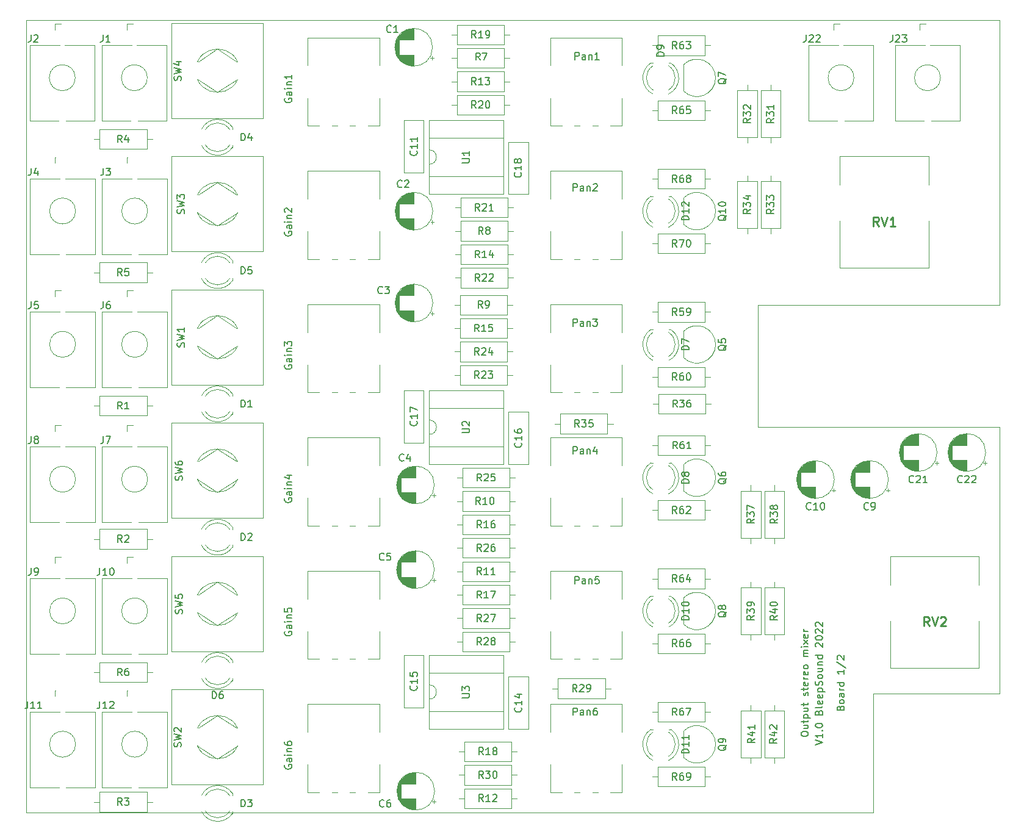
<source format=gto>
G04 #@! TF.GenerationSoftware,KiCad,Pcbnew,(6.0.0)*
G04 #@! TF.CreationDate,2022-04-30T23:28:03+02:00*
G04 #@! TF.ProjectId,Output-mixer,4f757470-7574-42d6-9d69-7865722e6b69,rev?*
G04 #@! TF.SameCoordinates,Original*
G04 #@! TF.FileFunction,Legend,Top*
G04 #@! TF.FilePolarity,Positive*
%FSLAX46Y46*%
G04 Gerber Fmt 4.6, Leading zero omitted, Abs format (unit mm)*
G04 Created by KiCad (PCBNEW (6.0.0)) date 2022-04-30 23:28:03*
%MOMM*%
%LPD*%
G01*
G04 APERTURE LIST*
G04 #@! TA.AperFunction,Profile*
%ADD10C,0.050000*%
G04 #@! TD*
G04 #@! TA.AperFunction,Profile*
%ADD11C,0.100000*%
G04 #@! TD*
%ADD12C,0.150000*%
%ADD13C,0.254000*%
%ADD14C,0.120000*%
%ADD15C,0.100000*%
%ADD16C,4.000000*%
%ADD17C,1.800000*%
%ADD18C,1.600000*%
%ADD19O,1.600000X1.600000*%
%ADD20R,1.600000X1.600000*%
%ADD21R,1.930000X1.830000*%
%ADD22C,2.130000*%
%ADD23O,3.700000X2.400000*%
%ADD24R,1.800000X1.800000*%
%ADD25C,4.500000*%
%ADD26C,3.200000*%
%ADD27R,1.500000X1.050000*%
%ADD28O,1.500000X1.050000*%
%ADD29R,1.700000X1.700000*%
%ADD30O,1.700000X1.700000*%
G04 APERTURE END LIST*
D10*
X152000000Y-31000000D02*
X152000000Y-70500000D01*
X17000000Y-31000000D02*
X17000000Y-141000000D01*
X17000000Y-31000000D02*
X152000000Y-31000000D01*
D11*
X118500000Y-87500000D02*
X118500000Y-70500000D01*
X152000000Y-87500000D02*
X118500000Y-87500000D01*
X152000000Y-87500000D02*
X152000000Y-124500000D01*
X118500000Y-70500000D02*
X152000000Y-70500000D01*
D10*
X17000000Y-141000000D02*
X134500000Y-141000000D01*
D11*
X152000000Y-124500000D02*
X134500000Y-124500000D01*
X134500000Y-124500000D02*
X134500000Y-141000000D01*
D12*
X129928571Y-126452380D02*
X129976190Y-126309523D01*
X130023809Y-126261904D01*
X130119047Y-126214285D01*
X130261904Y-126214285D01*
X130357142Y-126261904D01*
X130404761Y-126309523D01*
X130452380Y-126404761D01*
X130452380Y-126785714D01*
X129452380Y-126785714D01*
X129452380Y-126452380D01*
X129500000Y-126357142D01*
X129547619Y-126309523D01*
X129642857Y-126261904D01*
X129738095Y-126261904D01*
X129833333Y-126309523D01*
X129880952Y-126357142D01*
X129928571Y-126452380D01*
X129928571Y-126785714D01*
X130452380Y-125642857D02*
X130404761Y-125738095D01*
X130357142Y-125785714D01*
X130261904Y-125833333D01*
X129976190Y-125833333D01*
X129880952Y-125785714D01*
X129833333Y-125738095D01*
X129785714Y-125642857D01*
X129785714Y-125500000D01*
X129833333Y-125404761D01*
X129880952Y-125357142D01*
X129976190Y-125309523D01*
X130261904Y-125309523D01*
X130357142Y-125357142D01*
X130404761Y-125404761D01*
X130452380Y-125500000D01*
X130452380Y-125642857D01*
X130452380Y-124452380D02*
X129928571Y-124452380D01*
X129833333Y-124500000D01*
X129785714Y-124595238D01*
X129785714Y-124785714D01*
X129833333Y-124880952D01*
X130404761Y-124452380D02*
X130452380Y-124547619D01*
X130452380Y-124785714D01*
X130404761Y-124880952D01*
X130309523Y-124928571D01*
X130214285Y-124928571D01*
X130119047Y-124880952D01*
X130071428Y-124785714D01*
X130071428Y-124547619D01*
X130023809Y-124452380D01*
X130452380Y-123976190D02*
X129785714Y-123976190D01*
X129976190Y-123976190D02*
X129880952Y-123928571D01*
X129833333Y-123880952D01*
X129785714Y-123785714D01*
X129785714Y-123690476D01*
X130452380Y-122928571D02*
X129452380Y-122928571D01*
X130404761Y-122928571D02*
X130452380Y-123023809D01*
X130452380Y-123214285D01*
X130404761Y-123309523D01*
X130357142Y-123357142D01*
X130261904Y-123404761D01*
X129976190Y-123404761D01*
X129880952Y-123357142D01*
X129833333Y-123309523D01*
X129785714Y-123214285D01*
X129785714Y-123023809D01*
X129833333Y-122928571D01*
X130452380Y-121166666D02*
X130452380Y-121738095D01*
X130452380Y-121452380D02*
X129452380Y-121452380D01*
X129595238Y-121547619D01*
X129690476Y-121642857D01*
X129738095Y-121738095D01*
X129404761Y-120023809D02*
X130690476Y-120880952D01*
X129547619Y-119738095D02*
X129500000Y-119690476D01*
X129452380Y-119595238D01*
X129452380Y-119357142D01*
X129500000Y-119261904D01*
X129547619Y-119214285D01*
X129642857Y-119166666D01*
X129738095Y-119166666D01*
X129880952Y-119214285D01*
X130452380Y-119785714D01*
X130452380Y-119166666D01*
X124452380Y-130142857D02*
X124452380Y-129952380D01*
X124500000Y-129857142D01*
X124595238Y-129761904D01*
X124785714Y-129714285D01*
X125119047Y-129714285D01*
X125309523Y-129761904D01*
X125404761Y-129857142D01*
X125452380Y-129952380D01*
X125452380Y-130142857D01*
X125404761Y-130238095D01*
X125309523Y-130333333D01*
X125119047Y-130380952D01*
X124785714Y-130380952D01*
X124595238Y-130333333D01*
X124500000Y-130238095D01*
X124452380Y-130142857D01*
X124785714Y-128857142D02*
X125452380Y-128857142D01*
X124785714Y-129285714D02*
X125309523Y-129285714D01*
X125404761Y-129238095D01*
X125452380Y-129142857D01*
X125452380Y-129000000D01*
X125404761Y-128904761D01*
X125357142Y-128857142D01*
X124785714Y-128523809D02*
X124785714Y-128142857D01*
X124452380Y-128380952D02*
X125309523Y-128380952D01*
X125404761Y-128333333D01*
X125452380Y-128238095D01*
X125452380Y-128142857D01*
X124785714Y-127809523D02*
X125785714Y-127809523D01*
X124833333Y-127809523D02*
X124785714Y-127714285D01*
X124785714Y-127523809D01*
X124833333Y-127428571D01*
X124880952Y-127380952D01*
X124976190Y-127333333D01*
X125261904Y-127333333D01*
X125357142Y-127380952D01*
X125404761Y-127428571D01*
X125452380Y-127523809D01*
X125452380Y-127714285D01*
X125404761Y-127809523D01*
X124785714Y-126476190D02*
X125452380Y-126476190D01*
X124785714Y-126904761D02*
X125309523Y-126904761D01*
X125404761Y-126857142D01*
X125452380Y-126761904D01*
X125452380Y-126619047D01*
X125404761Y-126523809D01*
X125357142Y-126476190D01*
X124785714Y-126142857D02*
X124785714Y-125761904D01*
X124452380Y-126000000D02*
X125309523Y-126000000D01*
X125404761Y-125952380D01*
X125452380Y-125857142D01*
X125452380Y-125761904D01*
X125404761Y-124714285D02*
X125452380Y-124619047D01*
X125452380Y-124428571D01*
X125404761Y-124333333D01*
X125309523Y-124285714D01*
X125261904Y-124285714D01*
X125166666Y-124333333D01*
X125119047Y-124428571D01*
X125119047Y-124571428D01*
X125071428Y-124666666D01*
X124976190Y-124714285D01*
X124928571Y-124714285D01*
X124833333Y-124666666D01*
X124785714Y-124571428D01*
X124785714Y-124428571D01*
X124833333Y-124333333D01*
X124785714Y-124000000D02*
X124785714Y-123619047D01*
X124452380Y-123857142D02*
X125309523Y-123857142D01*
X125404761Y-123809523D01*
X125452380Y-123714285D01*
X125452380Y-123619047D01*
X125404761Y-122904761D02*
X125452380Y-123000000D01*
X125452380Y-123190476D01*
X125404761Y-123285714D01*
X125309523Y-123333333D01*
X124928571Y-123333333D01*
X124833333Y-123285714D01*
X124785714Y-123190476D01*
X124785714Y-123000000D01*
X124833333Y-122904761D01*
X124928571Y-122857142D01*
X125023809Y-122857142D01*
X125119047Y-123333333D01*
X125452380Y-122428571D02*
X124785714Y-122428571D01*
X124976190Y-122428571D02*
X124880952Y-122380952D01*
X124833333Y-122333333D01*
X124785714Y-122238095D01*
X124785714Y-122142857D01*
X125404761Y-121428571D02*
X125452380Y-121523809D01*
X125452380Y-121714285D01*
X125404761Y-121809523D01*
X125309523Y-121857142D01*
X124928571Y-121857142D01*
X124833333Y-121809523D01*
X124785714Y-121714285D01*
X124785714Y-121523809D01*
X124833333Y-121428571D01*
X124928571Y-121380952D01*
X125023809Y-121380952D01*
X125119047Y-121857142D01*
X125452380Y-120809523D02*
X125404761Y-120904761D01*
X125357142Y-120952380D01*
X125261904Y-121000000D01*
X124976190Y-121000000D01*
X124880952Y-120952380D01*
X124833333Y-120904761D01*
X124785714Y-120809523D01*
X124785714Y-120666666D01*
X124833333Y-120571428D01*
X124880952Y-120523809D01*
X124976190Y-120476190D01*
X125261904Y-120476190D01*
X125357142Y-120523809D01*
X125404761Y-120571428D01*
X125452380Y-120666666D01*
X125452380Y-120809523D01*
X125452380Y-119285714D02*
X124785714Y-119285714D01*
X124880952Y-119285714D02*
X124833333Y-119238095D01*
X124785714Y-119142857D01*
X124785714Y-119000000D01*
X124833333Y-118904761D01*
X124928571Y-118857142D01*
X125452380Y-118857142D01*
X124928571Y-118857142D02*
X124833333Y-118809523D01*
X124785714Y-118714285D01*
X124785714Y-118571428D01*
X124833333Y-118476190D01*
X124928571Y-118428571D01*
X125452380Y-118428571D01*
X125452380Y-117952380D02*
X124785714Y-117952380D01*
X124452380Y-117952380D02*
X124500000Y-118000000D01*
X124547619Y-117952380D01*
X124500000Y-117904761D01*
X124452380Y-117952380D01*
X124547619Y-117952380D01*
X125452380Y-117571428D02*
X124785714Y-117047619D01*
X124785714Y-117571428D02*
X125452380Y-117047619D01*
X125404761Y-116285714D02*
X125452380Y-116380952D01*
X125452380Y-116571428D01*
X125404761Y-116666666D01*
X125309523Y-116714285D01*
X124928571Y-116714285D01*
X124833333Y-116666666D01*
X124785714Y-116571428D01*
X124785714Y-116380952D01*
X124833333Y-116285714D01*
X124928571Y-116238095D01*
X125023809Y-116238095D01*
X125119047Y-116714285D01*
X125452380Y-115809523D02*
X124785714Y-115809523D01*
X124976190Y-115809523D02*
X124880952Y-115761904D01*
X124833333Y-115714285D01*
X124785714Y-115619047D01*
X124785714Y-115523809D01*
X126452380Y-131547619D02*
X127452380Y-131214285D01*
X126452380Y-130880952D01*
X127452380Y-130023809D02*
X127452380Y-130595238D01*
X127452380Y-130309523D02*
X126452380Y-130309523D01*
X126595238Y-130404761D01*
X126690476Y-130500000D01*
X126738095Y-130595238D01*
X127357142Y-129595238D02*
X127404761Y-129547619D01*
X127452380Y-129595238D01*
X127404761Y-129642857D01*
X127357142Y-129595238D01*
X127452380Y-129595238D01*
X126452380Y-128928571D02*
X126452380Y-128833333D01*
X126500000Y-128738095D01*
X126547619Y-128690476D01*
X126642857Y-128642857D01*
X126833333Y-128595238D01*
X127071428Y-128595238D01*
X127261904Y-128642857D01*
X127357142Y-128690476D01*
X127404761Y-128738095D01*
X127452380Y-128833333D01*
X127452380Y-128928571D01*
X127404761Y-129023809D01*
X127357142Y-129071428D01*
X127261904Y-129119047D01*
X127071428Y-129166666D01*
X126833333Y-129166666D01*
X126642857Y-129119047D01*
X126547619Y-129071428D01*
X126500000Y-129023809D01*
X126452380Y-128928571D01*
X126928571Y-127071428D02*
X126976190Y-126928571D01*
X127023809Y-126880952D01*
X127119047Y-126833333D01*
X127261904Y-126833333D01*
X127357142Y-126880952D01*
X127404761Y-126928571D01*
X127452380Y-127023809D01*
X127452380Y-127404761D01*
X126452380Y-127404761D01*
X126452380Y-127071428D01*
X126500000Y-126976190D01*
X126547619Y-126928571D01*
X126642857Y-126880952D01*
X126738095Y-126880952D01*
X126833333Y-126928571D01*
X126880952Y-126976190D01*
X126928571Y-127071428D01*
X126928571Y-127404761D01*
X127452380Y-126261904D02*
X127404761Y-126357142D01*
X127309523Y-126404761D01*
X126452380Y-126404761D01*
X127404761Y-125500000D02*
X127452380Y-125595238D01*
X127452380Y-125785714D01*
X127404761Y-125880952D01*
X127309523Y-125928571D01*
X126928571Y-125928571D01*
X126833333Y-125880952D01*
X126785714Y-125785714D01*
X126785714Y-125595238D01*
X126833333Y-125500000D01*
X126928571Y-125452380D01*
X127023809Y-125452380D01*
X127119047Y-125928571D01*
X127404761Y-124642857D02*
X127452380Y-124738095D01*
X127452380Y-124928571D01*
X127404761Y-125023809D01*
X127309523Y-125071428D01*
X126928571Y-125071428D01*
X126833333Y-125023809D01*
X126785714Y-124928571D01*
X126785714Y-124738095D01*
X126833333Y-124642857D01*
X126928571Y-124595238D01*
X127023809Y-124595238D01*
X127119047Y-125071428D01*
X126785714Y-124166666D02*
X127785714Y-124166666D01*
X126833333Y-124166666D02*
X126785714Y-124071428D01*
X126785714Y-123880952D01*
X126833333Y-123785714D01*
X126880952Y-123738095D01*
X126976190Y-123690476D01*
X127261904Y-123690476D01*
X127357142Y-123738095D01*
X127404761Y-123785714D01*
X127452380Y-123880952D01*
X127452380Y-124071428D01*
X127404761Y-124166666D01*
X127404761Y-123309523D02*
X127452380Y-123166666D01*
X127452380Y-122928571D01*
X127404761Y-122833333D01*
X127357142Y-122785714D01*
X127261904Y-122738095D01*
X127166666Y-122738095D01*
X127071428Y-122785714D01*
X127023809Y-122833333D01*
X126976190Y-122928571D01*
X126928571Y-123119047D01*
X126880952Y-123214285D01*
X126833333Y-123261904D01*
X126738095Y-123309523D01*
X126642857Y-123309523D01*
X126547619Y-123261904D01*
X126500000Y-123214285D01*
X126452380Y-123119047D01*
X126452380Y-122880952D01*
X126500000Y-122738095D01*
X127452380Y-122166666D02*
X127404761Y-122261904D01*
X127357142Y-122309523D01*
X127261904Y-122357142D01*
X126976190Y-122357142D01*
X126880952Y-122309523D01*
X126833333Y-122261904D01*
X126785714Y-122166666D01*
X126785714Y-122023809D01*
X126833333Y-121928571D01*
X126880952Y-121880952D01*
X126976190Y-121833333D01*
X127261904Y-121833333D01*
X127357142Y-121880952D01*
X127404761Y-121928571D01*
X127452380Y-122023809D01*
X127452380Y-122166666D01*
X126785714Y-120976190D02*
X127452380Y-120976190D01*
X126785714Y-121404761D02*
X127309523Y-121404761D01*
X127404761Y-121357142D01*
X127452380Y-121261904D01*
X127452380Y-121119047D01*
X127404761Y-121023809D01*
X127357142Y-120976190D01*
X126785714Y-120500000D02*
X127452380Y-120500000D01*
X126880952Y-120500000D02*
X126833333Y-120452380D01*
X126785714Y-120357142D01*
X126785714Y-120214285D01*
X126833333Y-120119047D01*
X126928571Y-120071428D01*
X127452380Y-120071428D01*
X127452380Y-119166666D02*
X126452380Y-119166666D01*
X127404761Y-119166666D02*
X127452380Y-119261904D01*
X127452380Y-119452380D01*
X127404761Y-119547619D01*
X127357142Y-119595238D01*
X127261904Y-119642857D01*
X126976190Y-119642857D01*
X126880952Y-119595238D01*
X126833333Y-119547619D01*
X126785714Y-119452380D01*
X126785714Y-119261904D01*
X126833333Y-119166666D01*
X126547619Y-117976190D02*
X126500000Y-117928571D01*
X126452380Y-117833333D01*
X126452380Y-117595238D01*
X126500000Y-117500000D01*
X126547619Y-117452380D01*
X126642857Y-117404761D01*
X126738095Y-117404761D01*
X126880952Y-117452380D01*
X127452380Y-118023809D01*
X127452380Y-117404761D01*
X126452380Y-116785714D02*
X126452380Y-116690476D01*
X126500000Y-116595238D01*
X126547619Y-116547619D01*
X126642857Y-116500000D01*
X126833333Y-116452380D01*
X127071428Y-116452380D01*
X127261904Y-116500000D01*
X127357142Y-116547619D01*
X127404761Y-116595238D01*
X127452380Y-116690476D01*
X127452380Y-116785714D01*
X127404761Y-116880952D01*
X127357142Y-116928571D01*
X127261904Y-116976190D01*
X127071428Y-117023809D01*
X126833333Y-117023809D01*
X126642857Y-116976190D01*
X126547619Y-116928571D01*
X126500000Y-116880952D01*
X126452380Y-116785714D01*
X126547619Y-116071428D02*
X126500000Y-116023809D01*
X126452380Y-115928571D01*
X126452380Y-115690476D01*
X126500000Y-115595238D01*
X126547619Y-115547619D01*
X126642857Y-115500000D01*
X126738095Y-115500000D01*
X126880952Y-115547619D01*
X127452380Y-116119047D01*
X127452380Y-115500000D01*
X126547619Y-115119047D02*
X126500000Y-115071428D01*
X126452380Y-114976190D01*
X126452380Y-114738095D01*
X126500000Y-114642857D01*
X126547619Y-114595238D01*
X126642857Y-114547619D01*
X126738095Y-114547619D01*
X126880952Y-114595238D01*
X127452380Y-115166666D01*
X127452380Y-114547619D01*
X52850000Y-41857142D02*
X52802380Y-41952380D01*
X52802380Y-42095238D01*
X52850000Y-42238095D01*
X52945238Y-42333333D01*
X53040476Y-42380952D01*
X53230952Y-42428571D01*
X53373809Y-42428571D01*
X53564285Y-42380952D01*
X53659523Y-42333333D01*
X53754761Y-42238095D01*
X53802380Y-42095238D01*
X53802380Y-42000000D01*
X53754761Y-41857142D01*
X53707142Y-41809523D01*
X53373809Y-41809523D01*
X53373809Y-42000000D01*
X53802380Y-40952380D02*
X53278571Y-40952380D01*
X53183333Y-41000000D01*
X53135714Y-41095238D01*
X53135714Y-41285714D01*
X53183333Y-41380952D01*
X53754761Y-40952380D02*
X53802380Y-41047619D01*
X53802380Y-41285714D01*
X53754761Y-41380952D01*
X53659523Y-41428571D01*
X53564285Y-41428571D01*
X53469047Y-41380952D01*
X53421428Y-41285714D01*
X53421428Y-41047619D01*
X53373809Y-40952380D01*
X53802380Y-40476190D02*
X53135714Y-40476190D01*
X52802380Y-40476190D02*
X52850000Y-40523809D01*
X52897619Y-40476190D01*
X52850000Y-40428571D01*
X52802380Y-40476190D01*
X52897619Y-40476190D01*
X53135714Y-40000000D02*
X53802380Y-40000000D01*
X53230952Y-40000000D02*
X53183333Y-39952380D01*
X53135714Y-39857142D01*
X53135714Y-39714285D01*
X53183333Y-39619047D01*
X53278571Y-39571428D01*
X53802380Y-39571428D01*
X53802380Y-38571428D02*
X53802380Y-39142857D01*
X53802380Y-38857142D02*
X52802380Y-38857142D01*
X52945238Y-38952380D01*
X53040476Y-39047619D01*
X53088095Y-39142857D01*
X85607142Y-126392857D02*
X85654761Y-126440476D01*
X85702380Y-126583333D01*
X85702380Y-126678571D01*
X85654761Y-126821428D01*
X85559523Y-126916666D01*
X85464285Y-126964285D01*
X85273809Y-127011904D01*
X85130952Y-127011904D01*
X84940476Y-126964285D01*
X84845238Y-126916666D01*
X84750000Y-126821428D01*
X84702380Y-126678571D01*
X84702380Y-126583333D01*
X84750000Y-126440476D01*
X84797619Y-126392857D01*
X85702380Y-125440476D02*
X85702380Y-126011904D01*
X85702380Y-125726190D02*
X84702380Y-125726190D01*
X84845238Y-125821428D01*
X84940476Y-125916666D01*
X84988095Y-126011904D01*
X85035714Y-124583333D02*
X85702380Y-124583333D01*
X84654761Y-124821428D02*
X85369047Y-125059523D01*
X85369047Y-124440476D01*
X80357142Y-139452380D02*
X80023809Y-138976190D01*
X79785714Y-139452380D02*
X79785714Y-138452380D01*
X80166666Y-138452380D01*
X80261904Y-138500000D01*
X80309523Y-138547619D01*
X80357142Y-138642857D01*
X80357142Y-138785714D01*
X80309523Y-138880952D01*
X80261904Y-138928571D01*
X80166666Y-138976190D01*
X79785714Y-138976190D01*
X81309523Y-139452380D02*
X80738095Y-139452380D01*
X81023809Y-139452380D02*
X81023809Y-138452380D01*
X80928571Y-138595238D01*
X80833333Y-138690476D01*
X80738095Y-138738095D01*
X81690476Y-138547619D02*
X81738095Y-138500000D01*
X81833333Y-138452380D01*
X82071428Y-138452380D01*
X82166666Y-138500000D01*
X82214285Y-138547619D01*
X82261904Y-138642857D01*
X82261904Y-138738095D01*
X82214285Y-138880952D01*
X81642857Y-139452380D01*
X82261904Y-139452380D01*
X120702380Y-44642857D02*
X120226190Y-44976190D01*
X120702380Y-45214285D02*
X119702380Y-45214285D01*
X119702380Y-44833333D01*
X119750000Y-44738095D01*
X119797619Y-44690476D01*
X119892857Y-44642857D01*
X120035714Y-44642857D01*
X120130952Y-44690476D01*
X120178571Y-44738095D01*
X120226190Y-44833333D01*
X120226190Y-45214285D01*
X119702380Y-44309523D02*
X119702380Y-43690476D01*
X120083333Y-44023809D01*
X120083333Y-43880952D01*
X120130952Y-43785714D01*
X120178571Y-43738095D01*
X120273809Y-43690476D01*
X120511904Y-43690476D01*
X120607142Y-43738095D01*
X120654761Y-43785714D01*
X120702380Y-43880952D01*
X120702380Y-44166666D01*
X120654761Y-44261904D01*
X120607142Y-44309523D01*
X120702380Y-42738095D02*
X120702380Y-43309523D01*
X120702380Y-43023809D02*
X119702380Y-43023809D01*
X119845238Y-43119047D01*
X119940476Y-43214285D01*
X119988095Y-43309523D01*
X117452380Y-57222857D02*
X116976190Y-57556190D01*
X117452380Y-57794285D02*
X116452380Y-57794285D01*
X116452380Y-57413333D01*
X116500000Y-57318095D01*
X116547619Y-57270476D01*
X116642857Y-57222857D01*
X116785714Y-57222857D01*
X116880952Y-57270476D01*
X116928571Y-57318095D01*
X116976190Y-57413333D01*
X116976190Y-57794285D01*
X116452380Y-56889523D02*
X116452380Y-56270476D01*
X116833333Y-56603809D01*
X116833333Y-56460952D01*
X116880952Y-56365714D01*
X116928571Y-56318095D01*
X117023809Y-56270476D01*
X117261904Y-56270476D01*
X117357142Y-56318095D01*
X117404761Y-56365714D01*
X117452380Y-56460952D01*
X117452380Y-56746666D01*
X117404761Y-56841904D01*
X117357142Y-56889523D01*
X116785714Y-55413333D02*
X117452380Y-55413333D01*
X116404761Y-55651428D02*
X117119047Y-55889523D01*
X117119047Y-55270476D01*
X71107142Y-49142857D02*
X71154761Y-49190476D01*
X71202380Y-49333333D01*
X71202380Y-49428571D01*
X71154761Y-49571428D01*
X71059523Y-49666666D01*
X70964285Y-49714285D01*
X70773809Y-49761904D01*
X70630952Y-49761904D01*
X70440476Y-49714285D01*
X70345238Y-49666666D01*
X70250000Y-49571428D01*
X70202380Y-49428571D01*
X70202380Y-49333333D01*
X70250000Y-49190476D01*
X70297619Y-49142857D01*
X71202380Y-48190476D02*
X71202380Y-48761904D01*
X71202380Y-48476190D02*
X70202380Y-48476190D01*
X70345238Y-48571428D01*
X70440476Y-48666666D01*
X70488095Y-48761904D01*
X71202380Y-47238095D02*
X71202380Y-47809523D01*
X71202380Y-47523809D02*
X70202380Y-47523809D01*
X70345238Y-47619047D01*
X70440476Y-47714285D01*
X70488095Y-47809523D01*
X69333333Y-92107142D02*
X69285714Y-92154761D01*
X69142857Y-92202380D01*
X69047619Y-92202380D01*
X68904761Y-92154761D01*
X68809523Y-92059523D01*
X68761904Y-91964285D01*
X68714285Y-91773809D01*
X68714285Y-91630952D01*
X68761904Y-91440476D01*
X68809523Y-91345238D01*
X68904761Y-91250000D01*
X69047619Y-91202380D01*
X69142857Y-91202380D01*
X69285714Y-91250000D01*
X69333333Y-91297619D01*
X70190476Y-91535714D02*
X70190476Y-92202380D01*
X69952380Y-91154761D02*
X69714285Y-91869047D01*
X70333333Y-91869047D01*
X17636666Y-107032380D02*
X17636666Y-107746666D01*
X17589047Y-107889523D01*
X17493809Y-107984761D01*
X17350952Y-108032380D01*
X17255714Y-108032380D01*
X18160476Y-108032380D02*
X18350952Y-108032380D01*
X18446190Y-107984761D01*
X18493809Y-107937142D01*
X18589047Y-107794285D01*
X18636666Y-107603809D01*
X18636666Y-107222857D01*
X18589047Y-107127619D01*
X18541428Y-107080000D01*
X18446190Y-107032380D01*
X18255714Y-107032380D01*
X18160476Y-107080000D01*
X18112857Y-107127619D01*
X18065238Y-107222857D01*
X18065238Y-107460952D01*
X18112857Y-107556190D01*
X18160476Y-107603809D01*
X18255714Y-107651428D01*
X18446190Y-107651428D01*
X18541428Y-107603809D01*
X18589047Y-107556190D01*
X18636666Y-107460952D01*
X133788446Y-98857142D02*
X133740827Y-98904761D01*
X133597970Y-98952380D01*
X133502732Y-98952380D01*
X133359874Y-98904761D01*
X133264636Y-98809523D01*
X133217017Y-98714285D01*
X133169398Y-98523809D01*
X133169398Y-98380952D01*
X133217017Y-98190476D01*
X133264636Y-98095238D01*
X133359874Y-98000000D01*
X133502732Y-97952380D01*
X133597970Y-97952380D01*
X133740827Y-98000000D01*
X133788446Y-98047619D01*
X134264636Y-98952380D02*
X134455113Y-98952380D01*
X134550351Y-98904761D01*
X134597970Y-98857142D01*
X134693208Y-98714285D01*
X134740827Y-98523809D01*
X134740827Y-98142857D01*
X134693208Y-98047619D01*
X134645589Y-98000000D01*
X134550351Y-97952380D01*
X134359874Y-97952380D01*
X134264636Y-98000000D01*
X134217017Y-98047619D01*
X134169398Y-98142857D01*
X134169398Y-98380952D01*
X134217017Y-98476190D01*
X134264636Y-98523809D01*
X134359874Y-98571428D01*
X134550351Y-98571428D01*
X134645589Y-98523809D01*
X134693208Y-98476190D01*
X134740827Y-98380952D01*
X38859761Y-76333333D02*
X38907380Y-76190476D01*
X38907380Y-75952380D01*
X38859761Y-75857142D01*
X38812142Y-75809523D01*
X38716904Y-75761904D01*
X38621666Y-75761904D01*
X38526428Y-75809523D01*
X38478809Y-75857142D01*
X38431190Y-75952380D01*
X38383571Y-76142857D01*
X38335952Y-76238095D01*
X38288333Y-76285714D01*
X38193095Y-76333333D01*
X38097857Y-76333333D01*
X38002619Y-76285714D01*
X37955000Y-76238095D01*
X37907380Y-76142857D01*
X37907380Y-75904761D01*
X37955000Y-75761904D01*
X37907380Y-75428571D02*
X38907380Y-75190476D01*
X38193095Y-75000000D01*
X38907380Y-74809523D01*
X37907380Y-74571428D01*
X38907380Y-73666666D02*
X38907380Y-74238095D01*
X38907380Y-73952380D02*
X37907380Y-73952380D01*
X38050238Y-74047619D01*
X38145476Y-74142857D01*
X38193095Y-74238095D01*
X66583333Y-140107142D02*
X66535714Y-140154761D01*
X66392857Y-140202380D01*
X66297619Y-140202380D01*
X66154761Y-140154761D01*
X66059523Y-140059523D01*
X66011904Y-139964285D01*
X65964285Y-139773809D01*
X65964285Y-139630952D01*
X66011904Y-139440476D01*
X66059523Y-139345238D01*
X66154761Y-139250000D01*
X66297619Y-139202380D01*
X66392857Y-139202380D01*
X66535714Y-139250000D01*
X66583333Y-139297619D01*
X67440476Y-139202380D02*
X67250000Y-139202380D01*
X67154761Y-139250000D01*
X67107142Y-139297619D01*
X67011904Y-139440476D01*
X66964285Y-139630952D01*
X66964285Y-140011904D01*
X67011904Y-140107142D01*
X67059523Y-140154761D01*
X67154761Y-140202380D01*
X67345238Y-140202380D01*
X67440476Y-140154761D01*
X67488095Y-140107142D01*
X67535714Y-140011904D01*
X67535714Y-139773809D01*
X67488095Y-139678571D01*
X67440476Y-139630952D01*
X67345238Y-139583333D01*
X67154761Y-139583333D01*
X67059523Y-139630952D01*
X67011904Y-139678571D01*
X66964285Y-139773809D01*
X108912380Y-58709285D02*
X107912380Y-58709285D01*
X107912380Y-58471190D01*
X107960000Y-58328333D01*
X108055238Y-58233095D01*
X108150476Y-58185476D01*
X108340952Y-58137857D01*
X108483809Y-58137857D01*
X108674285Y-58185476D01*
X108769523Y-58233095D01*
X108864761Y-58328333D01*
X108912380Y-58471190D01*
X108912380Y-58709285D01*
X108912380Y-57185476D02*
X108912380Y-57756904D01*
X108912380Y-57471190D02*
X107912380Y-57471190D01*
X108055238Y-57566428D01*
X108150476Y-57661666D01*
X108198095Y-57756904D01*
X108007619Y-56804523D02*
X107960000Y-56756904D01*
X107912380Y-56661666D01*
X107912380Y-56423571D01*
X107960000Y-56328333D01*
X108007619Y-56280714D01*
X108102857Y-56233095D01*
X108198095Y-56233095D01*
X108340952Y-56280714D01*
X108912380Y-56852142D01*
X108912380Y-56233095D01*
X79777142Y-80702380D02*
X79443809Y-80226190D01*
X79205714Y-80702380D02*
X79205714Y-79702380D01*
X79586666Y-79702380D01*
X79681904Y-79750000D01*
X79729523Y-79797619D01*
X79777142Y-79892857D01*
X79777142Y-80035714D01*
X79729523Y-80130952D01*
X79681904Y-80178571D01*
X79586666Y-80226190D01*
X79205714Y-80226190D01*
X80158095Y-79797619D02*
X80205714Y-79750000D01*
X80300952Y-79702380D01*
X80539047Y-79702380D01*
X80634285Y-79750000D01*
X80681904Y-79797619D01*
X80729523Y-79892857D01*
X80729523Y-79988095D01*
X80681904Y-80130952D01*
X80110476Y-80702380D01*
X80729523Y-80702380D01*
X81062857Y-79702380D02*
X81681904Y-79702380D01*
X81348571Y-80083333D01*
X81491428Y-80083333D01*
X81586666Y-80130952D01*
X81634285Y-80178571D01*
X81681904Y-80273809D01*
X81681904Y-80511904D01*
X81634285Y-80607142D01*
X81586666Y-80654761D01*
X81491428Y-80702380D01*
X81205714Y-80702380D01*
X81110476Y-80654761D01*
X81062857Y-80607142D01*
X107217142Y-136452380D02*
X106883809Y-135976190D01*
X106645714Y-136452380D02*
X106645714Y-135452380D01*
X107026666Y-135452380D01*
X107121904Y-135500000D01*
X107169523Y-135547619D01*
X107217142Y-135642857D01*
X107217142Y-135785714D01*
X107169523Y-135880952D01*
X107121904Y-135928571D01*
X107026666Y-135976190D01*
X106645714Y-135976190D01*
X108074285Y-135452380D02*
X107883809Y-135452380D01*
X107788571Y-135500000D01*
X107740952Y-135547619D01*
X107645714Y-135690476D01*
X107598095Y-135880952D01*
X107598095Y-136261904D01*
X107645714Y-136357142D01*
X107693333Y-136404761D01*
X107788571Y-136452380D01*
X107979047Y-136452380D01*
X108074285Y-136404761D01*
X108121904Y-136357142D01*
X108169523Y-136261904D01*
X108169523Y-136023809D01*
X108121904Y-135928571D01*
X108074285Y-135880952D01*
X107979047Y-135833333D01*
X107788571Y-135833333D01*
X107693333Y-135880952D01*
X107645714Y-135928571D01*
X107598095Y-136023809D01*
X108645714Y-136452380D02*
X108836190Y-136452380D01*
X108931428Y-136404761D01*
X108979047Y-136357142D01*
X109074285Y-136214285D01*
X109121904Y-136023809D01*
X109121904Y-135642857D01*
X109074285Y-135547619D01*
X109026666Y-135500000D01*
X108931428Y-135452380D01*
X108740952Y-135452380D01*
X108645714Y-135500000D01*
X108598095Y-135547619D01*
X108550476Y-135642857D01*
X108550476Y-135880952D01*
X108598095Y-135976190D01*
X108645714Y-136023809D01*
X108740952Y-136071428D01*
X108931428Y-136071428D01*
X109026666Y-136023809D01*
X109074285Y-135976190D01*
X109121904Y-135880952D01*
X107217142Y-62452380D02*
X106883809Y-61976190D01*
X106645714Y-62452380D02*
X106645714Y-61452380D01*
X107026666Y-61452380D01*
X107121904Y-61500000D01*
X107169523Y-61547619D01*
X107217142Y-61642857D01*
X107217142Y-61785714D01*
X107169523Y-61880952D01*
X107121904Y-61928571D01*
X107026666Y-61976190D01*
X106645714Y-61976190D01*
X107550476Y-61452380D02*
X108217142Y-61452380D01*
X107788571Y-62452380D01*
X108788571Y-61452380D02*
X108883809Y-61452380D01*
X108979047Y-61500000D01*
X109026666Y-61547619D01*
X109074285Y-61642857D01*
X109121904Y-61833333D01*
X109121904Y-62071428D01*
X109074285Y-62261904D01*
X109026666Y-62357142D01*
X108979047Y-62404761D01*
X108883809Y-62452380D01*
X108788571Y-62452380D01*
X108693333Y-62404761D01*
X108645714Y-62357142D01*
X108598095Y-62261904D01*
X108550476Y-62071428D01*
X108550476Y-61833333D01*
X108598095Y-61642857D01*
X108645714Y-61547619D01*
X108693333Y-61500000D01*
X108788571Y-61452380D01*
X92857142Y-91202380D02*
X92857142Y-90202380D01*
X93238095Y-90202380D01*
X93333333Y-90250000D01*
X93380952Y-90297619D01*
X93428571Y-90392857D01*
X93428571Y-90535714D01*
X93380952Y-90630952D01*
X93333333Y-90678571D01*
X93238095Y-90726190D01*
X92857142Y-90726190D01*
X94285714Y-91202380D02*
X94285714Y-90678571D01*
X94238095Y-90583333D01*
X94142857Y-90535714D01*
X93952380Y-90535714D01*
X93857142Y-90583333D01*
X94285714Y-91154761D02*
X94190476Y-91202380D01*
X93952380Y-91202380D01*
X93857142Y-91154761D01*
X93809523Y-91059523D01*
X93809523Y-90964285D01*
X93857142Y-90869047D01*
X93952380Y-90821428D01*
X94190476Y-90821428D01*
X94285714Y-90773809D01*
X94761904Y-90535714D02*
X94761904Y-91202380D01*
X94761904Y-90630952D02*
X94809523Y-90583333D01*
X94904761Y-90535714D01*
X95047619Y-90535714D01*
X95142857Y-90583333D01*
X95190476Y-90678571D01*
X95190476Y-91202380D01*
X96095238Y-90535714D02*
X96095238Y-91202380D01*
X95857142Y-90154761D02*
X95619047Y-90869047D01*
X96238095Y-90869047D01*
D13*
X135244047Y-59574523D02*
X134820714Y-58969761D01*
X134518333Y-59574523D02*
X134518333Y-58304523D01*
X135002142Y-58304523D01*
X135123095Y-58365000D01*
X135183571Y-58425476D01*
X135244047Y-58546428D01*
X135244047Y-58727857D01*
X135183571Y-58848809D01*
X135123095Y-58909285D01*
X135002142Y-58969761D01*
X134518333Y-58969761D01*
X135606904Y-58304523D02*
X136030238Y-59574523D01*
X136453571Y-58304523D01*
X137542142Y-59574523D02*
X136816428Y-59574523D01*
X137179285Y-59574523D02*
X137179285Y-58304523D01*
X137058333Y-58485952D01*
X136937380Y-58606904D01*
X136816428Y-58667380D01*
D12*
X125812254Y-98857142D02*
X125764635Y-98904761D01*
X125621778Y-98952380D01*
X125526540Y-98952380D01*
X125383683Y-98904761D01*
X125288445Y-98809523D01*
X125240826Y-98714285D01*
X125193207Y-98523809D01*
X125193207Y-98380952D01*
X125240826Y-98190476D01*
X125288445Y-98095238D01*
X125383683Y-98000000D01*
X125526540Y-97952380D01*
X125621778Y-97952380D01*
X125764635Y-98000000D01*
X125812254Y-98047619D01*
X126764635Y-98952380D02*
X126193207Y-98952380D01*
X126478921Y-98952380D02*
X126478921Y-97952380D01*
X126383683Y-98095238D01*
X126288445Y-98190476D01*
X126193207Y-98238095D01*
X127383683Y-97952380D02*
X127478921Y-97952380D01*
X127574159Y-98000000D01*
X127621778Y-98047619D01*
X127669397Y-98142857D01*
X127717016Y-98333333D01*
X127717016Y-98571428D01*
X127669397Y-98761904D01*
X127621778Y-98857142D01*
X127574159Y-98904761D01*
X127478921Y-98952380D01*
X127383683Y-98952380D01*
X127288445Y-98904761D01*
X127240826Y-98857142D01*
X127193207Y-98761904D01*
X127145588Y-98571428D01*
X127145588Y-98333333D01*
X127193207Y-98142857D01*
X127240826Y-98047619D01*
X127288445Y-98000000D01*
X127383683Y-97952380D01*
X80253333Y-70952380D02*
X79920000Y-70476190D01*
X79681904Y-70952380D02*
X79681904Y-69952380D01*
X80062857Y-69952380D01*
X80158095Y-70000000D01*
X80205714Y-70047619D01*
X80253333Y-70142857D01*
X80253333Y-70285714D01*
X80205714Y-70380952D01*
X80158095Y-70428571D01*
X80062857Y-70476190D01*
X79681904Y-70476190D01*
X80729523Y-70952380D02*
X80920000Y-70952380D01*
X81015238Y-70904761D01*
X81062857Y-70857142D01*
X81158095Y-70714285D01*
X81205714Y-70523809D01*
X81205714Y-70142857D01*
X81158095Y-70047619D01*
X81110476Y-70000000D01*
X81015238Y-69952380D01*
X80824761Y-69952380D01*
X80729523Y-70000000D01*
X80681904Y-70047619D01*
X80634285Y-70142857D01*
X80634285Y-70380952D01*
X80681904Y-70476190D01*
X80729523Y-70523809D01*
X80824761Y-70571428D01*
X81015238Y-70571428D01*
X81110476Y-70523809D01*
X81158095Y-70476190D01*
X81205714Y-70380952D01*
X52850000Y-115857142D02*
X52802380Y-115952380D01*
X52802380Y-116095238D01*
X52850000Y-116238095D01*
X52945238Y-116333333D01*
X53040476Y-116380952D01*
X53230952Y-116428571D01*
X53373809Y-116428571D01*
X53564285Y-116380952D01*
X53659523Y-116333333D01*
X53754761Y-116238095D01*
X53802380Y-116095238D01*
X53802380Y-116000000D01*
X53754761Y-115857142D01*
X53707142Y-115809523D01*
X53373809Y-115809523D01*
X53373809Y-116000000D01*
X53802380Y-114952380D02*
X53278571Y-114952380D01*
X53183333Y-115000000D01*
X53135714Y-115095238D01*
X53135714Y-115285714D01*
X53183333Y-115380952D01*
X53754761Y-114952380D02*
X53802380Y-115047619D01*
X53802380Y-115285714D01*
X53754761Y-115380952D01*
X53659523Y-115428571D01*
X53564285Y-115428571D01*
X53469047Y-115380952D01*
X53421428Y-115285714D01*
X53421428Y-115047619D01*
X53373809Y-114952380D01*
X53802380Y-114476190D02*
X53135714Y-114476190D01*
X52802380Y-114476190D02*
X52850000Y-114523809D01*
X52897619Y-114476190D01*
X52850000Y-114428571D01*
X52802380Y-114476190D01*
X52897619Y-114476190D01*
X53135714Y-114000000D02*
X53802380Y-114000000D01*
X53230952Y-114000000D02*
X53183333Y-113952380D01*
X53135714Y-113857142D01*
X53135714Y-113714285D01*
X53183333Y-113619047D01*
X53278571Y-113571428D01*
X53802380Y-113571428D01*
X52802380Y-112619047D02*
X52802380Y-113095238D01*
X53278571Y-113142857D01*
X53230952Y-113095238D01*
X53183333Y-113000000D01*
X53183333Y-112761904D01*
X53230952Y-112666666D01*
X53278571Y-112619047D01*
X53373809Y-112571428D01*
X53611904Y-112571428D01*
X53707142Y-112619047D01*
X53754761Y-112666666D01*
X53802380Y-112761904D01*
X53802380Y-113000000D01*
X53754761Y-113095238D01*
X53707142Y-113142857D01*
X80107142Y-107952380D02*
X79773809Y-107476190D01*
X79535714Y-107952380D02*
X79535714Y-106952380D01*
X79916666Y-106952380D01*
X80011904Y-107000000D01*
X80059523Y-107047619D01*
X80107142Y-107142857D01*
X80107142Y-107285714D01*
X80059523Y-107380952D01*
X80011904Y-107428571D01*
X79916666Y-107476190D01*
X79535714Y-107476190D01*
X81059523Y-107952380D02*
X80488095Y-107952380D01*
X80773809Y-107952380D02*
X80773809Y-106952380D01*
X80678571Y-107095238D01*
X80583333Y-107190476D01*
X80488095Y-107238095D01*
X82011904Y-107952380D02*
X81440476Y-107952380D01*
X81726190Y-107952380D02*
X81726190Y-106952380D01*
X81630952Y-107095238D01*
X81535714Y-107190476D01*
X81440476Y-107238095D01*
X66583333Y-105857142D02*
X66535714Y-105904761D01*
X66392857Y-105952380D01*
X66297619Y-105952380D01*
X66154761Y-105904761D01*
X66059523Y-105809523D01*
X66011904Y-105714285D01*
X65964285Y-105523809D01*
X65964285Y-105380952D01*
X66011904Y-105190476D01*
X66059523Y-105095238D01*
X66154761Y-105000000D01*
X66297619Y-104952380D01*
X66392857Y-104952380D01*
X66535714Y-105000000D01*
X66583333Y-105047619D01*
X67488095Y-104952380D02*
X67011904Y-104952380D01*
X66964285Y-105428571D01*
X67011904Y-105380952D01*
X67107142Y-105333333D01*
X67345238Y-105333333D01*
X67440476Y-105380952D01*
X67488095Y-105428571D01*
X67535714Y-105523809D01*
X67535714Y-105761904D01*
X67488095Y-105857142D01*
X67440476Y-105904761D01*
X67345238Y-105952380D01*
X67107142Y-105952380D01*
X67011904Y-105904761D01*
X66964285Y-105857142D01*
X85557142Y-52142857D02*
X85604761Y-52190476D01*
X85652380Y-52333333D01*
X85652380Y-52428571D01*
X85604761Y-52571428D01*
X85509523Y-52666666D01*
X85414285Y-52714285D01*
X85223809Y-52761904D01*
X85080952Y-52761904D01*
X84890476Y-52714285D01*
X84795238Y-52666666D01*
X84700000Y-52571428D01*
X84652380Y-52428571D01*
X84652380Y-52333333D01*
X84700000Y-52190476D01*
X84747619Y-52142857D01*
X85652380Y-51190476D02*
X85652380Y-51761904D01*
X85652380Y-51476190D02*
X84652380Y-51476190D01*
X84795238Y-51571428D01*
X84890476Y-51666666D01*
X84938095Y-51761904D01*
X85080952Y-50619047D02*
X85033333Y-50714285D01*
X84985714Y-50761904D01*
X84890476Y-50809523D01*
X84842857Y-50809523D01*
X84747619Y-50761904D01*
X84700000Y-50714285D01*
X84652380Y-50619047D01*
X84652380Y-50428571D01*
X84700000Y-50333333D01*
X84747619Y-50285714D01*
X84842857Y-50238095D01*
X84890476Y-50238095D01*
X84985714Y-50285714D01*
X85033333Y-50333333D01*
X85080952Y-50428571D01*
X85080952Y-50619047D01*
X85128571Y-50714285D01*
X85176190Y-50761904D01*
X85271428Y-50809523D01*
X85461904Y-50809523D01*
X85557142Y-50761904D01*
X85604761Y-50714285D01*
X85652380Y-50619047D01*
X85652380Y-50428571D01*
X85604761Y-50333333D01*
X85557142Y-50285714D01*
X85461904Y-50238095D01*
X85271428Y-50238095D01*
X85176190Y-50285714D01*
X85128571Y-50333333D01*
X85080952Y-50428571D01*
X52850000Y-60357142D02*
X52802380Y-60452380D01*
X52802380Y-60595238D01*
X52850000Y-60738095D01*
X52945238Y-60833333D01*
X53040476Y-60880952D01*
X53230952Y-60928571D01*
X53373809Y-60928571D01*
X53564285Y-60880952D01*
X53659523Y-60833333D01*
X53754761Y-60738095D01*
X53802380Y-60595238D01*
X53802380Y-60500000D01*
X53754761Y-60357142D01*
X53707142Y-60309523D01*
X53373809Y-60309523D01*
X53373809Y-60500000D01*
X53802380Y-59452380D02*
X53278571Y-59452380D01*
X53183333Y-59500000D01*
X53135714Y-59595238D01*
X53135714Y-59785714D01*
X53183333Y-59880952D01*
X53754761Y-59452380D02*
X53802380Y-59547619D01*
X53802380Y-59785714D01*
X53754761Y-59880952D01*
X53659523Y-59928571D01*
X53564285Y-59928571D01*
X53469047Y-59880952D01*
X53421428Y-59785714D01*
X53421428Y-59547619D01*
X53373809Y-59452380D01*
X53802380Y-58976190D02*
X53135714Y-58976190D01*
X52802380Y-58976190D02*
X52850000Y-59023809D01*
X52897619Y-58976190D01*
X52850000Y-58928571D01*
X52802380Y-58976190D01*
X52897619Y-58976190D01*
X53135714Y-58500000D02*
X53802380Y-58500000D01*
X53230952Y-58500000D02*
X53183333Y-58452380D01*
X53135714Y-58357142D01*
X53135714Y-58214285D01*
X53183333Y-58119047D01*
X53278571Y-58071428D01*
X53802380Y-58071428D01*
X52897619Y-57642857D02*
X52850000Y-57595238D01*
X52802380Y-57500000D01*
X52802380Y-57261904D01*
X52850000Y-57166666D01*
X52897619Y-57119047D01*
X52992857Y-57071428D01*
X53088095Y-57071428D01*
X53230952Y-57119047D01*
X53802380Y-57690476D01*
X53802380Y-57071428D01*
X92857142Y-73452380D02*
X92857142Y-72452380D01*
X93238095Y-72452380D01*
X93333333Y-72500000D01*
X93380952Y-72547619D01*
X93428571Y-72642857D01*
X93428571Y-72785714D01*
X93380952Y-72880952D01*
X93333333Y-72928571D01*
X93238095Y-72976190D01*
X92857142Y-72976190D01*
X94285714Y-73452380D02*
X94285714Y-72928571D01*
X94238095Y-72833333D01*
X94142857Y-72785714D01*
X93952380Y-72785714D01*
X93857142Y-72833333D01*
X94285714Y-73404761D02*
X94190476Y-73452380D01*
X93952380Y-73452380D01*
X93857142Y-73404761D01*
X93809523Y-73309523D01*
X93809523Y-73214285D01*
X93857142Y-73119047D01*
X93952380Y-73071428D01*
X94190476Y-73071428D01*
X94285714Y-73023809D01*
X94761904Y-72785714D02*
X94761904Y-73452380D01*
X94761904Y-72880952D02*
X94809523Y-72833333D01*
X94904761Y-72785714D01*
X95047619Y-72785714D01*
X95142857Y-72833333D01*
X95190476Y-72928571D01*
X95190476Y-73452380D01*
X95571428Y-72452380D02*
X96190476Y-72452380D01*
X95857142Y-72833333D01*
X95999999Y-72833333D01*
X96095238Y-72880952D01*
X96142857Y-72928571D01*
X96190476Y-73023809D01*
X96190476Y-73261904D01*
X96142857Y-73357142D01*
X96095238Y-73404761D01*
X95999999Y-73452380D01*
X95714285Y-73452380D01*
X95619047Y-73404761D01*
X95571428Y-73357142D01*
X80357142Y-136202380D02*
X80023809Y-135726190D01*
X79785714Y-136202380D02*
X79785714Y-135202380D01*
X80166666Y-135202380D01*
X80261904Y-135250000D01*
X80309523Y-135297619D01*
X80357142Y-135392857D01*
X80357142Y-135535714D01*
X80309523Y-135630952D01*
X80261904Y-135678571D01*
X80166666Y-135726190D01*
X79785714Y-135726190D01*
X80690476Y-135202380D02*
X81309523Y-135202380D01*
X80976190Y-135583333D01*
X81119047Y-135583333D01*
X81214285Y-135630952D01*
X81261904Y-135678571D01*
X81309523Y-135773809D01*
X81309523Y-136011904D01*
X81261904Y-136107142D01*
X81214285Y-136154761D01*
X81119047Y-136202380D01*
X80833333Y-136202380D01*
X80738095Y-136154761D01*
X80690476Y-136107142D01*
X81928571Y-135202380D02*
X82023809Y-135202380D01*
X82119047Y-135250000D01*
X82166666Y-135297619D01*
X82214285Y-135392857D01*
X82261904Y-135583333D01*
X82261904Y-135821428D01*
X82214285Y-136011904D01*
X82166666Y-136107142D01*
X82119047Y-136154761D01*
X82023809Y-136202380D01*
X81928571Y-136202380D01*
X81833333Y-136154761D01*
X81785714Y-136107142D01*
X81738095Y-136011904D01*
X81690476Y-135821428D01*
X81690476Y-135583333D01*
X81738095Y-135392857D01*
X81785714Y-135297619D01*
X81833333Y-135250000D01*
X81928571Y-135202380D01*
X79857142Y-57452380D02*
X79523809Y-56976190D01*
X79285714Y-57452380D02*
X79285714Y-56452380D01*
X79666666Y-56452380D01*
X79761904Y-56500000D01*
X79809523Y-56547619D01*
X79857142Y-56642857D01*
X79857142Y-56785714D01*
X79809523Y-56880952D01*
X79761904Y-56928571D01*
X79666666Y-56976190D01*
X79285714Y-56976190D01*
X80238095Y-56547619D02*
X80285714Y-56500000D01*
X80380952Y-56452380D01*
X80619047Y-56452380D01*
X80714285Y-56500000D01*
X80761904Y-56547619D01*
X80809523Y-56642857D01*
X80809523Y-56738095D01*
X80761904Y-56880952D01*
X80190476Y-57452380D01*
X80809523Y-57452380D01*
X81761904Y-57452380D02*
X81190476Y-57452380D01*
X81476190Y-57452380D02*
X81476190Y-56452380D01*
X81380952Y-56595238D01*
X81285714Y-56690476D01*
X81190476Y-56738095D01*
X27636666Y-51532380D02*
X27636666Y-52246666D01*
X27589047Y-52389523D01*
X27493809Y-52484761D01*
X27350952Y-52532380D01*
X27255714Y-52532380D01*
X28017619Y-51532380D02*
X28636666Y-51532380D01*
X28303333Y-51913333D01*
X28446190Y-51913333D01*
X28541428Y-51960952D01*
X28589047Y-52008571D01*
X28636666Y-52103809D01*
X28636666Y-52341904D01*
X28589047Y-52437142D01*
X28541428Y-52484761D01*
X28446190Y-52532380D01*
X28160476Y-52532380D01*
X28065238Y-52484761D01*
X28017619Y-52437142D01*
X107217142Y-127452380D02*
X106883809Y-126976190D01*
X106645714Y-127452380D02*
X106645714Y-126452380D01*
X107026666Y-126452380D01*
X107121904Y-126500000D01*
X107169523Y-126547619D01*
X107217142Y-126642857D01*
X107217142Y-126785714D01*
X107169523Y-126880952D01*
X107121904Y-126928571D01*
X107026666Y-126976190D01*
X106645714Y-126976190D01*
X108074285Y-126452380D02*
X107883809Y-126452380D01*
X107788571Y-126500000D01*
X107740952Y-126547619D01*
X107645714Y-126690476D01*
X107598095Y-126880952D01*
X107598095Y-127261904D01*
X107645714Y-127357142D01*
X107693333Y-127404761D01*
X107788571Y-127452380D01*
X107979047Y-127452380D01*
X108074285Y-127404761D01*
X108121904Y-127357142D01*
X108169523Y-127261904D01*
X108169523Y-127023809D01*
X108121904Y-126928571D01*
X108074285Y-126880952D01*
X107979047Y-126833333D01*
X107788571Y-126833333D01*
X107693333Y-126880952D01*
X107645714Y-126928571D01*
X107598095Y-127023809D01*
X108502857Y-126452380D02*
X109169523Y-126452380D01*
X108740952Y-127452380D01*
X27160476Y-107032380D02*
X27160476Y-107746666D01*
X27112857Y-107889523D01*
X27017619Y-107984761D01*
X26874761Y-108032380D01*
X26779523Y-108032380D01*
X28160476Y-108032380D02*
X27589047Y-108032380D01*
X27874761Y-108032380D02*
X27874761Y-107032380D01*
X27779523Y-107175238D01*
X27684285Y-107270476D01*
X27589047Y-107318095D01*
X28779523Y-107032380D02*
X28874761Y-107032380D01*
X28970000Y-107080000D01*
X29017619Y-107127619D01*
X29065238Y-107222857D01*
X29112857Y-107413333D01*
X29112857Y-107651428D01*
X29065238Y-107841904D01*
X29017619Y-107937142D01*
X28970000Y-107984761D01*
X28874761Y-108032380D01*
X28779523Y-108032380D01*
X28684285Y-107984761D01*
X28636666Y-107937142D01*
X28589047Y-107841904D01*
X28541428Y-107651428D01*
X28541428Y-107413333D01*
X28589047Y-107222857D01*
X28636666Y-107127619D01*
X28684285Y-107080000D01*
X28779523Y-107032380D01*
X17596666Y-33032380D02*
X17596666Y-33746666D01*
X17549047Y-33889523D01*
X17453809Y-33984761D01*
X17310952Y-34032380D01*
X17215714Y-34032380D01*
X18025238Y-33127619D02*
X18072857Y-33080000D01*
X18168095Y-33032380D01*
X18406190Y-33032380D01*
X18501428Y-33080000D01*
X18549047Y-33127619D01*
X18596666Y-33222857D01*
X18596666Y-33318095D01*
X18549047Y-33460952D01*
X17977619Y-34032380D01*
X18596666Y-34032380D01*
X69083333Y-54107142D02*
X69035714Y-54154761D01*
X68892857Y-54202380D01*
X68797619Y-54202380D01*
X68654761Y-54154761D01*
X68559523Y-54059523D01*
X68511904Y-53964285D01*
X68464285Y-53773809D01*
X68464285Y-53630952D01*
X68511904Y-53440476D01*
X68559523Y-53345238D01*
X68654761Y-53250000D01*
X68797619Y-53202380D01*
X68892857Y-53202380D01*
X69035714Y-53250000D01*
X69083333Y-53297619D01*
X69464285Y-53297619D02*
X69511904Y-53250000D01*
X69607142Y-53202380D01*
X69845238Y-53202380D01*
X69940476Y-53250000D01*
X69988095Y-53297619D01*
X70035714Y-53392857D01*
X70035714Y-53488095D01*
X69988095Y-53630952D01*
X69416666Y-54202380D01*
X70035714Y-54202380D01*
X38589761Y-113333333D02*
X38637380Y-113190476D01*
X38637380Y-112952380D01*
X38589761Y-112857142D01*
X38542142Y-112809523D01*
X38446904Y-112761904D01*
X38351666Y-112761904D01*
X38256428Y-112809523D01*
X38208809Y-112857142D01*
X38161190Y-112952380D01*
X38113571Y-113142857D01*
X38065952Y-113238095D01*
X38018333Y-113285714D01*
X37923095Y-113333333D01*
X37827857Y-113333333D01*
X37732619Y-113285714D01*
X37685000Y-113238095D01*
X37637380Y-113142857D01*
X37637380Y-112904761D01*
X37685000Y-112761904D01*
X37637380Y-112428571D02*
X38637380Y-112190476D01*
X37923095Y-112000000D01*
X38637380Y-111809523D01*
X37637380Y-111571428D01*
X37637380Y-110714285D02*
X37637380Y-111190476D01*
X38113571Y-111238095D01*
X38065952Y-111190476D01*
X38018333Y-111095238D01*
X38018333Y-110857142D01*
X38065952Y-110761904D01*
X38113571Y-110714285D01*
X38208809Y-110666666D01*
X38446904Y-110666666D01*
X38542142Y-110714285D01*
X38589761Y-110761904D01*
X38637380Y-110857142D01*
X38637380Y-111095238D01*
X38589761Y-111190476D01*
X38542142Y-111238095D01*
X17160476Y-125532380D02*
X17160476Y-126246666D01*
X17112857Y-126389523D01*
X17017619Y-126484761D01*
X16874761Y-126532380D01*
X16779523Y-126532380D01*
X18160476Y-126532380D02*
X17589047Y-126532380D01*
X17874761Y-126532380D02*
X17874761Y-125532380D01*
X17779523Y-125675238D01*
X17684285Y-125770476D01*
X17589047Y-125818095D01*
X19112857Y-126532380D02*
X18541428Y-126532380D01*
X18827142Y-126532380D02*
X18827142Y-125532380D01*
X18731904Y-125675238D01*
X18636666Y-125770476D01*
X18541428Y-125818095D01*
X121102380Y-130713082D02*
X120626190Y-131046415D01*
X121102380Y-131284510D02*
X120102380Y-131284510D01*
X120102380Y-130903558D01*
X120150000Y-130808320D01*
X120197619Y-130760701D01*
X120292857Y-130713082D01*
X120435714Y-130713082D01*
X120530952Y-130760701D01*
X120578571Y-130808320D01*
X120626190Y-130903558D01*
X120626190Y-131284510D01*
X120435714Y-129855939D02*
X121102380Y-129855939D01*
X120054761Y-130094034D02*
X120769047Y-130332129D01*
X120769047Y-129713082D01*
X120197619Y-129379748D02*
X120150000Y-129332129D01*
X120102380Y-129236891D01*
X120102380Y-128998796D01*
X120150000Y-128903558D01*
X120197619Y-128855939D01*
X120292857Y-128808320D01*
X120388095Y-128808320D01*
X120530952Y-128855939D01*
X121102380Y-129427367D01*
X121102380Y-128808320D01*
X114107619Y-39095238D02*
X114060000Y-39190476D01*
X113964761Y-39285714D01*
X113821904Y-39428571D01*
X113774285Y-39523809D01*
X113774285Y-39619047D01*
X114012380Y-39571428D02*
X113964761Y-39666666D01*
X113869523Y-39761904D01*
X113679047Y-39809523D01*
X113345714Y-39809523D01*
X113155238Y-39761904D01*
X113060000Y-39666666D01*
X113012380Y-39571428D01*
X113012380Y-39380952D01*
X113060000Y-39285714D01*
X113155238Y-39190476D01*
X113345714Y-39142857D01*
X113679047Y-39142857D01*
X113869523Y-39190476D01*
X113964761Y-39285714D01*
X114012380Y-39380952D01*
X114012380Y-39571428D01*
X113012380Y-38809523D02*
X113012380Y-38142857D01*
X114012380Y-38571428D01*
X114107619Y-94595238D02*
X114060000Y-94690476D01*
X113964761Y-94785714D01*
X113821904Y-94928571D01*
X113774285Y-95023809D01*
X113774285Y-95119047D01*
X114012380Y-95071428D02*
X113964761Y-95166666D01*
X113869523Y-95261904D01*
X113679047Y-95309523D01*
X113345714Y-95309523D01*
X113155238Y-95261904D01*
X113060000Y-95166666D01*
X113012380Y-95071428D01*
X113012380Y-94880952D01*
X113060000Y-94785714D01*
X113155238Y-94690476D01*
X113345714Y-94642857D01*
X113679047Y-94642857D01*
X113869523Y-94690476D01*
X113964761Y-94785714D01*
X114012380Y-94880952D01*
X114012380Y-95071428D01*
X113012380Y-93785714D02*
X113012380Y-93976190D01*
X113060000Y-94071428D01*
X113107619Y-94119047D01*
X113250476Y-94214285D01*
X113440952Y-94261904D01*
X113821904Y-94261904D01*
X113917142Y-94214285D01*
X113964761Y-94166666D01*
X114012380Y-94071428D01*
X114012380Y-93880952D01*
X113964761Y-93785714D01*
X113917142Y-93738095D01*
X113821904Y-93690476D01*
X113583809Y-93690476D01*
X113488571Y-93738095D01*
X113440952Y-93785714D01*
X113393333Y-93880952D01*
X113393333Y-94071428D01*
X113440952Y-94166666D01*
X113488571Y-94214285D01*
X113583809Y-94261904D01*
X107217142Y-43952380D02*
X106883809Y-43476190D01*
X106645714Y-43952380D02*
X106645714Y-42952380D01*
X107026666Y-42952380D01*
X107121904Y-43000000D01*
X107169523Y-43047619D01*
X107217142Y-43142857D01*
X107217142Y-43285714D01*
X107169523Y-43380952D01*
X107121904Y-43428571D01*
X107026666Y-43476190D01*
X106645714Y-43476190D01*
X108074285Y-42952380D02*
X107883809Y-42952380D01*
X107788571Y-43000000D01*
X107740952Y-43047619D01*
X107645714Y-43190476D01*
X107598095Y-43380952D01*
X107598095Y-43761904D01*
X107645714Y-43857142D01*
X107693333Y-43904761D01*
X107788571Y-43952380D01*
X107979047Y-43952380D01*
X108074285Y-43904761D01*
X108121904Y-43857142D01*
X108169523Y-43761904D01*
X108169523Y-43523809D01*
X108121904Y-43428571D01*
X108074285Y-43380952D01*
X107979047Y-43333333D01*
X107788571Y-43333333D01*
X107693333Y-43380952D01*
X107645714Y-43428571D01*
X107598095Y-43523809D01*
X109074285Y-42952380D02*
X108598095Y-42952380D01*
X108550476Y-43428571D01*
X108598095Y-43380952D01*
X108693333Y-43333333D01*
X108931428Y-43333333D01*
X109026666Y-43380952D01*
X109074285Y-43428571D01*
X109121904Y-43523809D01*
X109121904Y-43761904D01*
X109074285Y-43857142D01*
X109026666Y-43904761D01*
X108931428Y-43952380D01*
X108693333Y-43952380D01*
X108598095Y-43904761D01*
X108550476Y-43857142D01*
X27636666Y-70032380D02*
X27636666Y-70746666D01*
X27589047Y-70889523D01*
X27493809Y-70984761D01*
X27350952Y-71032380D01*
X27255714Y-71032380D01*
X28541428Y-70032380D02*
X28350952Y-70032380D01*
X28255714Y-70080000D01*
X28208095Y-70127619D01*
X28112857Y-70270476D01*
X28065238Y-70460952D01*
X28065238Y-70841904D01*
X28112857Y-70937142D01*
X28160476Y-70984761D01*
X28255714Y-71032380D01*
X28446190Y-71032380D01*
X28541428Y-70984761D01*
X28589047Y-70937142D01*
X28636666Y-70841904D01*
X28636666Y-70603809D01*
X28589047Y-70508571D01*
X28541428Y-70460952D01*
X28446190Y-70413333D01*
X28255714Y-70413333D01*
X28160476Y-70460952D01*
X28112857Y-70508571D01*
X28065238Y-70603809D01*
X120702380Y-57222857D02*
X120226190Y-57556190D01*
X120702380Y-57794285D02*
X119702380Y-57794285D01*
X119702380Y-57413333D01*
X119750000Y-57318095D01*
X119797619Y-57270476D01*
X119892857Y-57222857D01*
X120035714Y-57222857D01*
X120130952Y-57270476D01*
X120178571Y-57318095D01*
X120226190Y-57413333D01*
X120226190Y-57794285D01*
X119702380Y-56889523D02*
X119702380Y-56270476D01*
X120083333Y-56603809D01*
X120083333Y-56460952D01*
X120130952Y-56365714D01*
X120178571Y-56318095D01*
X120273809Y-56270476D01*
X120511904Y-56270476D01*
X120607142Y-56318095D01*
X120654761Y-56365714D01*
X120702380Y-56460952D01*
X120702380Y-56746666D01*
X120654761Y-56841904D01*
X120607142Y-56889523D01*
X119702380Y-55937142D02*
X119702380Y-55318095D01*
X120083333Y-55651428D01*
X120083333Y-55508571D01*
X120130952Y-55413333D01*
X120178571Y-55365714D01*
X120273809Y-55318095D01*
X120511904Y-55318095D01*
X120607142Y-55365714D01*
X120654761Y-55413333D01*
X120702380Y-55508571D01*
X120702380Y-55794285D01*
X120654761Y-55889523D01*
X120607142Y-55937142D01*
X108912380Y-132709285D02*
X107912380Y-132709285D01*
X107912380Y-132471190D01*
X107960000Y-132328333D01*
X108055238Y-132233095D01*
X108150476Y-132185476D01*
X108340952Y-132137857D01*
X108483809Y-132137857D01*
X108674285Y-132185476D01*
X108769523Y-132233095D01*
X108864761Y-132328333D01*
X108912380Y-132471190D01*
X108912380Y-132709285D01*
X108912380Y-131185476D02*
X108912380Y-131756904D01*
X108912380Y-131471190D02*
X107912380Y-131471190D01*
X108055238Y-131566428D01*
X108150476Y-131661666D01*
X108198095Y-131756904D01*
X108912380Y-130233095D02*
X108912380Y-130804523D01*
X108912380Y-130518809D02*
X107912380Y-130518809D01*
X108055238Y-130614047D01*
X108150476Y-130709285D01*
X108198095Y-130804523D01*
X107217142Y-117952380D02*
X106883809Y-117476190D01*
X106645714Y-117952380D02*
X106645714Y-116952380D01*
X107026666Y-116952380D01*
X107121904Y-117000000D01*
X107169523Y-117047619D01*
X107217142Y-117142857D01*
X107217142Y-117285714D01*
X107169523Y-117380952D01*
X107121904Y-117428571D01*
X107026666Y-117476190D01*
X106645714Y-117476190D01*
X108074285Y-116952380D02*
X107883809Y-116952380D01*
X107788571Y-117000000D01*
X107740952Y-117047619D01*
X107645714Y-117190476D01*
X107598095Y-117380952D01*
X107598095Y-117761904D01*
X107645714Y-117857142D01*
X107693333Y-117904761D01*
X107788571Y-117952380D01*
X107979047Y-117952380D01*
X108074285Y-117904761D01*
X108121904Y-117857142D01*
X108169523Y-117761904D01*
X108169523Y-117523809D01*
X108121904Y-117428571D01*
X108074285Y-117380952D01*
X107979047Y-117333333D01*
X107788571Y-117333333D01*
X107693333Y-117380952D01*
X107645714Y-117428571D01*
X107598095Y-117523809D01*
X109026666Y-116952380D02*
X108836190Y-116952380D01*
X108740952Y-117000000D01*
X108693333Y-117047619D01*
X108598095Y-117190476D01*
X108550476Y-117380952D01*
X108550476Y-117761904D01*
X108598095Y-117857142D01*
X108645714Y-117904761D01*
X108740952Y-117952380D01*
X108931428Y-117952380D01*
X109026666Y-117904761D01*
X109074285Y-117857142D01*
X109121904Y-117761904D01*
X109121904Y-117523809D01*
X109074285Y-117428571D01*
X109026666Y-117380952D01*
X108931428Y-117333333D01*
X108740952Y-117333333D01*
X108645714Y-117380952D01*
X108598095Y-117428571D01*
X108550476Y-117523809D01*
X38404761Y-39333333D02*
X38452380Y-39190476D01*
X38452380Y-38952380D01*
X38404761Y-38857142D01*
X38357142Y-38809523D01*
X38261904Y-38761904D01*
X38166666Y-38761904D01*
X38071428Y-38809523D01*
X38023809Y-38857142D01*
X37976190Y-38952380D01*
X37928571Y-39142857D01*
X37880952Y-39238095D01*
X37833333Y-39285714D01*
X37738095Y-39333333D01*
X37642857Y-39333333D01*
X37547619Y-39285714D01*
X37500000Y-39238095D01*
X37452380Y-39142857D01*
X37452380Y-38904761D01*
X37500000Y-38761904D01*
X37452380Y-38428571D02*
X38452380Y-38190476D01*
X37738095Y-38000000D01*
X38452380Y-37809523D01*
X37452380Y-37571428D01*
X37785714Y-36761904D02*
X38452380Y-36761904D01*
X37404761Y-37000000D02*
X38119047Y-37238095D01*
X38119047Y-36619047D01*
X107217142Y-108952380D02*
X106883809Y-108476190D01*
X106645714Y-108952380D02*
X106645714Y-107952380D01*
X107026666Y-107952380D01*
X107121904Y-108000000D01*
X107169523Y-108047619D01*
X107217142Y-108142857D01*
X107217142Y-108285714D01*
X107169523Y-108380952D01*
X107121904Y-108428571D01*
X107026666Y-108476190D01*
X106645714Y-108476190D01*
X108074285Y-107952380D02*
X107883809Y-107952380D01*
X107788571Y-108000000D01*
X107740952Y-108047619D01*
X107645714Y-108190476D01*
X107598095Y-108380952D01*
X107598095Y-108761904D01*
X107645714Y-108857142D01*
X107693333Y-108904761D01*
X107788571Y-108952380D01*
X107979047Y-108952380D01*
X108074285Y-108904761D01*
X108121904Y-108857142D01*
X108169523Y-108761904D01*
X108169523Y-108523809D01*
X108121904Y-108428571D01*
X108074285Y-108380952D01*
X107979047Y-108333333D01*
X107788571Y-108333333D01*
X107693333Y-108380952D01*
X107645714Y-108428571D01*
X107598095Y-108523809D01*
X109026666Y-108285714D02*
X109026666Y-108952380D01*
X108788571Y-107904761D02*
X108550476Y-108619047D01*
X109169523Y-108619047D01*
X108912380Y-114209285D02*
X107912380Y-114209285D01*
X107912380Y-113971190D01*
X107960000Y-113828333D01*
X108055238Y-113733095D01*
X108150476Y-113685476D01*
X108340952Y-113637857D01*
X108483809Y-113637857D01*
X108674285Y-113685476D01*
X108769523Y-113733095D01*
X108864761Y-113828333D01*
X108912380Y-113971190D01*
X108912380Y-114209285D01*
X108912380Y-112685476D02*
X108912380Y-113256904D01*
X108912380Y-112971190D02*
X107912380Y-112971190D01*
X108055238Y-113066428D01*
X108150476Y-113161666D01*
X108198095Y-113256904D01*
X107912380Y-112066428D02*
X107912380Y-111971190D01*
X107960000Y-111875952D01*
X108007619Y-111828333D01*
X108102857Y-111780714D01*
X108293333Y-111733095D01*
X108531428Y-111733095D01*
X108721904Y-111780714D01*
X108817142Y-111828333D01*
X108864761Y-111875952D01*
X108912380Y-111971190D01*
X108912380Y-112066428D01*
X108864761Y-112161666D01*
X108817142Y-112209285D01*
X108721904Y-112256904D01*
X108531428Y-112304523D01*
X108293333Y-112304523D01*
X108102857Y-112256904D01*
X108007619Y-112209285D01*
X107960000Y-112161666D01*
X107912380Y-112066428D01*
X117452380Y-44642857D02*
X116976190Y-44976190D01*
X117452380Y-45214285D02*
X116452380Y-45214285D01*
X116452380Y-44833333D01*
X116500000Y-44738095D01*
X116547619Y-44690476D01*
X116642857Y-44642857D01*
X116785714Y-44642857D01*
X116880952Y-44690476D01*
X116928571Y-44738095D01*
X116976190Y-44833333D01*
X116976190Y-45214285D01*
X116452380Y-44309523D02*
X116452380Y-43690476D01*
X116833333Y-44023809D01*
X116833333Y-43880952D01*
X116880952Y-43785714D01*
X116928571Y-43738095D01*
X117023809Y-43690476D01*
X117261904Y-43690476D01*
X117357142Y-43738095D01*
X117404761Y-43785714D01*
X117452380Y-43880952D01*
X117452380Y-44166666D01*
X117404761Y-44261904D01*
X117357142Y-44309523D01*
X116547619Y-43309523D02*
X116500000Y-43261904D01*
X116452380Y-43166666D01*
X116452380Y-42928571D01*
X116500000Y-42833333D01*
X116547619Y-42785714D01*
X116642857Y-42738095D01*
X116738095Y-42738095D01*
X116880952Y-42785714D01*
X117452380Y-43357142D01*
X117452380Y-42738095D01*
X107217142Y-80952380D02*
X106883809Y-80476190D01*
X106645714Y-80952380D02*
X106645714Y-79952380D01*
X107026666Y-79952380D01*
X107121904Y-80000000D01*
X107169523Y-80047619D01*
X107217142Y-80142857D01*
X107217142Y-80285714D01*
X107169523Y-80380952D01*
X107121904Y-80428571D01*
X107026666Y-80476190D01*
X106645714Y-80476190D01*
X108074285Y-79952380D02*
X107883809Y-79952380D01*
X107788571Y-80000000D01*
X107740952Y-80047619D01*
X107645714Y-80190476D01*
X107598095Y-80380952D01*
X107598095Y-80761904D01*
X107645714Y-80857142D01*
X107693333Y-80904761D01*
X107788571Y-80952380D01*
X107979047Y-80952380D01*
X108074285Y-80904761D01*
X108121904Y-80857142D01*
X108169523Y-80761904D01*
X108169523Y-80523809D01*
X108121904Y-80428571D01*
X108074285Y-80380952D01*
X107979047Y-80333333D01*
X107788571Y-80333333D01*
X107693333Y-80380952D01*
X107645714Y-80428571D01*
X107598095Y-80523809D01*
X108788571Y-79952380D02*
X108883809Y-79952380D01*
X108979047Y-80000000D01*
X109026666Y-80047619D01*
X109074285Y-80142857D01*
X109121904Y-80333333D01*
X109121904Y-80571428D01*
X109074285Y-80761904D01*
X109026666Y-80857142D01*
X108979047Y-80904761D01*
X108883809Y-80952380D01*
X108788571Y-80952380D01*
X108693333Y-80904761D01*
X108645714Y-80857142D01*
X108598095Y-80761904D01*
X108550476Y-80571428D01*
X108550476Y-80333333D01*
X108598095Y-80142857D01*
X108645714Y-80047619D01*
X108693333Y-80000000D01*
X108788571Y-79952380D01*
X17636666Y-51532380D02*
X17636666Y-52246666D01*
X17589047Y-52389523D01*
X17493809Y-52484761D01*
X17350952Y-52532380D01*
X17255714Y-52532380D01*
X18541428Y-51865714D02*
X18541428Y-52532380D01*
X18303333Y-51484761D02*
X18065238Y-52199047D01*
X18684285Y-52199047D01*
X77452380Y-125011904D02*
X78261904Y-125011904D01*
X78357142Y-124964285D01*
X78404761Y-124916666D01*
X78452380Y-124821428D01*
X78452380Y-124630952D01*
X78404761Y-124535714D01*
X78357142Y-124488095D01*
X78261904Y-124440476D01*
X77452380Y-124440476D01*
X77452380Y-124059523D02*
X77452380Y-123440476D01*
X77833333Y-123773809D01*
X77833333Y-123630952D01*
X77880952Y-123535714D01*
X77928571Y-123488095D01*
X78023809Y-123440476D01*
X78261904Y-123440476D01*
X78357142Y-123488095D01*
X78404761Y-123535714D01*
X78452380Y-123630952D01*
X78452380Y-123916666D01*
X78404761Y-124011904D01*
X78357142Y-124059523D01*
X146812255Y-95107142D02*
X146764636Y-95154761D01*
X146621779Y-95202380D01*
X146526541Y-95202380D01*
X146383684Y-95154761D01*
X146288446Y-95059523D01*
X146240827Y-94964285D01*
X146193208Y-94773809D01*
X146193208Y-94630952D01*
X146240827Y-94440476D01*
X146288446Y-94345238D01*
X146383684Y-94250000D01*
X146526541Y-94202380D01*
X146621779Y-94202380D01*
X146764636Y-94250000D01*
X146812255Y-94297619D01*
X147193208Y-94297619D02*
X147240827Y-94250000D01*
X147336065Y-94202380D01*
X147574160Y-94202380D01*
X147669398Y-94250000D01*
X147717017Y-94297619D01*
X147764636Y-94392857D01*
X147764636Y-94488095D01*
X147717017Y-94630952D01*
X147145589Y-95202380D01*
X147764636Y-95202380D01*
X148145589Y-94297619D02*
X148193208Y-94250000D01*
X148288446Y-94202380D01*
X148526541Y-94202380D01*
X148621779Y-94250000D01*
X148669398Y-94297619D01*
X148717017Y-94392857D01*
X148717017Y-94488095D01*
X148669398Y-94630952D01*
X148097970Y-95202380D01*
X148717017Y-95202380D01*
X52850000Y-78857142D02*
X52802380Y-78952380D01*
X52802380Y-79095238D01*
X52850000Y-79238095D01*
X52945238Y-79333333D01*
X53040476Y-79380952D01*
X53230952Y-79428571D01*
X53373809Y-79428571D01*
X53564285Y-79380952D01*
X53659523Y-79333333D01*
X53754761Y-79238095D01*
X53802380Y-79095238D01*
X53802380Y-79000000D01*
X53754761Y-78857142D01*
X53707142Y-78809523D01*
X53373809Y-78809523D01*
X53373809Y-79000000D01*
X53802380Y-77952380D02*
X53278571Y-77952380D01*
X53183333Y-78000000D01*
X53135714Y-78095238D01*
X53135714Y-78285714D01*
X53183333Y-78380952D01*
X53754761Y-77952380D02*
X53802380Y-78047619D01*
X53802380Y-78285714D01*
X53754761Y-78380952D01*
X53659523Y-78428571D01*
X53564285Y-78428571D01*
X53469047Y-78380952D01*
X53421428Y-78285714D01*
X53421428Y-78047619D01*
X53373809Y-77952380D01*
X53802380Y-77476190D02*
X53135714Y-77476190D01*
X52802380Y-77476190D02*
X52850000Y-77523809D01*
X52897619Y-77476190D01*
X52850000Y-77428571D01*
X52802380Y-77476190D01*
X52897619Y-77476190D01*
X53135714Y-77000000D02*
X53802380Y-77000000D01*
X53230952Y-77000000D02*
X53183333Y-76952380D01*
X53135714Y-76857142D01*
X53135714Y-76714285D01*
X53183333Y-76619047D01*
X53278571Y-76571428D01*
X53802380Y-76571428D01*
X52802380Y-76190476D02*
X52802380Y-75571428D01*
X53183333Y-75904761D01*
X53183333Y-75761904D01*
X53230952Y-75666666D01*
X53278571Y-75619047D01*
X53373809Y-75571428D01*
X53611904Y-75571428D01*
X53707142Y-75619047D01*
X53754761Y-75666666D01*
X53802380Y-75761904D01*
X53802380Y-76047619D01*
X53754761Y-76142857D01*
X53707142Y-76190476D01*
X17636666Y-88752380D02*
X17636666Y-89466666D01*
X17589047Y-89609523D01*
X17493809Y-89704761D01*
X17350952Y-89752380D01*
X17255714Y-89752380D01*
X18255714Y-89180952D02*
X18160476Y-89133333D01*
X18112857Y-89085714D01*
X18065238Y-88990476D01*
X18065238Y-88942857D01*
X18112857Y-88847619D01*
X18160476Y-88800000D01*
X18255714Y-88752380D01*
X18446190Y-88752380D01*
X18541428Y-88800000D01*
X18589047Y-88847619D01*
X18636666Y-88942857D01*
X18636666Y-88990476D01*
X18589047Y-89085714D01*
X18541428Y-89133333D01*
X18446190Y-89180952D01*
X18255714Y-89180952D01*
X18160476Y-89228571D01*
X18112857Y-89276190D01*
X18065238Y-89371428D01*
X18065238Y-89561904D01*
X18112857Y-89657142D01*
X18160476Y-89704761D01*
X18255714Y-89752380D01*
X18446190Y-89752380D01*
X18541428Y-89704761D01*
X18589047Y-89657142D01*
X18636666Y-89561904D01*
X18636666Y-89371428D01*
X18589047Y-89276190D01*
X18541428Y-89228571D01*
X18446190Y-89180952D01*
X107217142Y-53502380D02*
X106883809Y-53026190D01*
X106645714Y-53502380D02*
X106645714Y-52502380D01*
X107026666Y-52502380D01*
X107121904Y-52550000D01*
X107169523Y-52597619D01*
X107217142Y-52692857D01*
X107217142Y-52835714D01*
X107169523Y-52930952D01*
X107121904Y-52978571D01*
X107026666Y-53026190D01*
X106645714Y-53026190D01*
X108074285Y-52502380D02*
X107883809Y-52502380D01*
X107788571Y-52550000D01*
X107740952Y-52597619D01*
X107645714Y-52740476D01*
X107598095Y-52930952D01*
X107598095Y-53311904D01*
X107645714Y-53407142D01*
X107693333Y-53454761D01*
X107788571Y-53502380D01*
X107979047Y-53502380D01*
X108074285Y-53454761D01*
X108121904Y-53407142D01*
X108169523Y-53311904D01*
X108169523Y-53073809D01*
X108121904Y-52978571D01*
X108074285Y-52930952D01*
X107979047Y-52883333D01*
X107788571Y-52883333D01*
X107693333Y-52930952D01*
X107645714Y-52978571D01*
X107598095Y-53073809D01*
X108740952Y-52930952D02*
X108645714Y-52883333D01*
X108598095Y-52835714D01*
X108550476Y-52740476D01*
X108550476Y-52692857D01*
X108598095Y-52597619D01*
X108645714Y-52550000D01*
X108740952Y-52502380D01*
X108931428Y-52502380D01*
X109026666Y-52550000D01*
X109074285Y-52597619D01*
X109121904Y-52692857D01*
X109121904Y-52740476D01*
X109074285Y-52835714D01*
X109026666Y-52883333D01*
X108931428Y-52930952D01*
X108740952Y-52930952D01*
X108645714Y-52978571D01*
X108598095Y-53026190D01*
X108550476Y-53121428D01*
X108550476Y-53311904D01*
X108598095Y-53407142D01*
X108645714Y-53454761D01*
X108740952Y-53502380D01*
X108931428Y-53502380D01*
X109026666Y-53454761D01*
X109074285Y-53407142D01*
X109121904Y-53311904D01*
X109121904Y-53121428D01*
X109074285Y-53026190D01*
X109026666Y-52978571D01*
X108931428Y-52930952D01*
X79913333Y-36522380D02*
X79580000Y-36046190D01*
X79341904Y-36522380D02*
X79341904Y-35522380D01*
X79722857Y-35522380D01*
X79818095Y-35570000D01*
X79865714Y-35617619D01*
X79913333Y-35712857D01*
X79913333Y-35855714D01*
X79865714Y-35950952D01*
X79818095Y-35998571D01*
X79722857Y-36046190D01*
X79341904Y-36046190D01*
X80246666Y-35522380D02*
X80913333Y-35522380D01*
X80484761Y-36522380D01*
X30253333Y-66452380D02*
X29920000Y-65976190D01*
X29681904Y-66452380D02*
X29681904Y-65452380D01*
X30062857Y-65452380D01*
X30158095Y-65500000D01*
X30205714Y-65547619D01*
X30253333Y-65642857D01*
X30253333Y-65785714D01*
X30205714Y-65880952D01*
X30158095Y-65928571D01*
X30062857Y-65976190D01*
X29681904Y-65976190D01*
X31158095Y-65452380D02*
X30681904Y-65452380D01*
X30634285Y-65928571D01*
X30681904Y-65880952D01*
X30777142Y-65833333D01*
X31015238Y-65833333D01*
X31110476Y-65880952D01*
X31158095Y-65928571D01*
X31205714Y-66023809D01*
X31205714Y-66261904D01*
X31158095Y-66357142D01*
X31110476Y-66404761D01*
X31015238Y-66452380D01*
X30777142Y-66452380D01*
X30681904Y-66404761D01*
X30634285Y-66357142D01*
X137160476Y-33032380D02*
X137160476Y-33746666D01*
X137112857Y-33889523D01*
X137017619Y-33984761D01*
X136874761Y-34032380D01*
X136779523Y-34032380D01*
X137589047Y-33127619D02*
X137636666Y-33080000D01*
X137731904Y-33032380D01*
X137970000Y-33032380D01*
X138065238Y-33080000D01*
X138112857Y-33127619D01*
X138160476Y-33222857D01*
X138160476Y-33318095D01*
X138112857Y-33460952D01*
X137541428Y-34032380D01*
X138160476Y-34032380D01*
X138493809Y-33032380D02*
X139112857Y-33032380D01*
X138779523Y-33413333D01*
X138922380Y-33413333D01*
X139017619Y-33460952D01*
X139065238Y-33508571D01*
X139112857Y-33603809D01*
X139112857Y-33841904D01*
X139065238Y-33937142D01*
X139017619Y-33984761D01*
X138922380Y-34032380D01*
X138636666Y-34032380D01*
X138541428Y-33984761D01*
X138493809Y-33937142D01*
D13*
X142244047Y-115074523D02*
X141820714Y-114469761D01*
X141518333Y-115074523D02*
X141518333Y-113804523D01*
X142002142Y-113804523D01*
X142123095Y-113865000D01*
X142183571Y-113925476D01*
X142244047Y-114046428D01*
X142244047Y-114227857D01*
X142183571Y-114348809D01*
X142123095Y-114409285D01*
X142002142Y-114469761D01*
X141518333Y-114469761D01*
X142606904Y-113804523D02*
X143030238Y-115074523D01*
X143453571Y-113804523D01*
X143816428Y-113925476D02*
X143876904Y-113865000D01*
X143997857Y-113804523D01*
X144300238Y-113804523D01*
X144421190Y-113865000D01*
X144481666Y-113925476D01*
X144542142Y-114046428D01*
X144542142Y-114167380D01*
X144481666Y-114348809D01*
X143755952Y-115074523D01*
X144542142Y-115074523D01*
D12*
X52850000Y-97357142D02*
X52802380Y-97452380D01*
X52802380Y-97595238D01*
X52850000Y-97738095D01*
X52945238Y-97833333D01*
X53040476Y-97880952D01*
X53230952Y-97928571D01*
X53373809Y-97928571D01*
X53564285Y-97880952D01*
X53659523Y-97833333D01*
X53754761Y-97738095D01*
X53802380Y-97595238D01*
X53802380Y-97500000D01*
X53754761Y-97357142D01*
X53707142Y-97309523D01*
X53373809Y-97309523D01*
X53373809Y-97500000D01*
X53802380Y-96452380D02*
X53278571Y-96452380D01*
X53183333Y-96500000D01*
X53135714Y-96595238D01*
X53135714Y-96785714D01*
X53183333Y-96880952D01*
X53754761Y-96452380D02*
X53802380Y-96547619D01*
X53802380Y-96785714D01*
X53754761Y-96880952D01*
X53659523Y-96928571D01*
X53564285Y-96928571D01*
X53469047Y-96880952D01*
X53421428Y-96785714D01*
X53421428Y-96547619D01*
X53373809Y-96452380D01*
X53802380Y-95976190D02*
X53135714Y-95976190D01*
X52802380Y-95976190D02*
X52850000Y-96023809D01*
X52897619Y-95976190D01*
X52850000Y-95928571D01*
X52802380Y-95976190D01*
X52897619Y-95976190D01*
X53135714Y-95500000D02*
X53802380Y-95500000D01*
X53230952Y-95500000D02*
X53183333Y-95452380D01*
X53135714Y-95357142D01*
X53135714Y-95214285D01*
X53183333Y-95119047D01*
X53278571Y-95071428D01*
X53802380Y-95071428D01*
X53135714Y-94166666D02*
X53802380Y-94166666D01*
X52754761Y-94404761D02*
X53469047Y-94642857D01*
X53469047Y-94023809D01*
X107217142Y-71952380D02*
X106883809Y-71476190D01*
X106645714Y-71952380D02*
X106645714Y-70952380D01*
X107026666Y-70952380D01*
X107121904Y-71000000D01*
X107169523Y-71047619D01*
X107217142Y-71142857D01*
X107217142Y-71285714D01*
X107169523Y-71380952D01*
X107121904Y-71428571D01*
X107026666Y-71476190D01*
X106645714Y-71476190D01*
X108121904Y-70952380D02*
X107645714Y-70952380D01*
X107598095Y-71428571D01*
X107645714Y-71380952D01*
X107740952Y-71333333D01*
X107979047Y-71333333D01*
X108074285Y-71380952D01*
X108121904Y-71428571D01*
X108169523Y-71523809D01*
X108169523Y-71761904D01*
X108121904Y-71857142D01*
X108074285Y-71904761D01*
X107979047Y-71952380D01*
X107740952Y-71952380D01*
X107645714Y-71904761D01*
X107598095Y-71857142D01*
X108645714Y-71952380D02*
X108836190Y-71952380D01*
X108931428Y-71904761D01*
X108979047Y-71857142D01*
X109074285Y-71714285D01*
X109121904Y-71523809D01*
X109121904Y-71142857D01*
X109074285Y-71047619D01*
X109026666Y-71000000D01*
X108931428Y-70952380D01*
X108740952Y-70952380D01*
X108645714Y-71000000D01*
X108598095Y-71047619D01*
X108550476Y-71142857D01*
X108550476Y-71380952D01*
X108598095Y-71476190D01*
X108645714Y-71523809D01*
X108740952Y-71571428D01*
X108931428Y-71571428D01*
X109026666Y-71523809D01*
X109074285Y-71476190D01*
X109121904Y-71380952D01*
X107277142Y-84702380D02*
X106943809Y-84226190D01*
X106705714Y-84702380D02*
X106705714Y-83702380D01*
X107086666Y-83702380D01*
X107181904Y-83750000D01*
X107229523Y-83797619D01*
X107277142Y-83892857D01*
X107277142Y-84035714D01*
X107229523Y-84130952D01*
X107181904Y-84178571D01*
X107086666Y-84226190D01*
X106705714Y-84226190D01*
X107610476Y-83702380D02*
X108229523Y-83702380D01*
X107896190Y-84083333D01*
X108039047Y-84083333D01*
X108134285Y-84130952D01*
X108181904Y-84178571D01*
X108229523Y-84273809D01*
X108229523Y-84511904D01*
X108181904Y-84607142D01*
X108134285Y-84654761D01*
X108039047Y-84702380D01*
X107753333Y-84702380D01*
X107658095Y-84654761D01*
X107610476Y-84607142D01*
X109086666Y-83702380D02*
X108896190Y-83702380D01*
X108800952Y-83750000D01*
X108753333Y-83797619D01*
X108658095Y-83940476D01*
X108610476Y-84130952D01*
X108610476Y-84511904D01*
X108658095Y-84607142D01*
X108705714Y-84654761D01*
X108800952Y-84702380D01*
X108991428Y-84702380D01*
X109086666Y-84654761D01*
X109134285Y-84607142D01*
X109181904Y-84511904D01*
X109181904Y-84273809D01*
X109134285Y-84178571D01*
X109086666Y-84130952D01*
X108991428Y-84083333D01*
X108800952Y-84083333D01*
X108705714Y-84130952D01*
X108658095Y-84178571D01*
X108610476Y-84273809D01*
X17636666Y-70032380D02*
X17636666Y-70746666D01*
X17589047Y-70889523D01*
X17493809Y-70984761D01*
X17350952Y-71032380D01*
X17255714Y-71032380D01*
X18589047Y-70032380D02*
X18112857Y-70032380D01*
X18065238Y-70508571D01*
X18112857Y-70460952D01*
X18208095Y-70413333D01*
X18446190Y-70413333D01*
X18541428Y-70460952D01*
X18589047Y-70508571D01*
X18636666Y-70603809D01*
X18636666Y-70841904D01*
X18589047Y-70937142D01*
X18541428Y-70984761D01*
X18446190Y-71032380D01*
X18208095Y-71032380D01*
X18112857Y-70984761D01*
X18065238Y-70937142D01*
X93687142Y-87452380D02*
X93353809Y-86976190D01*
X93115714Y-87452380D02*
X93115714Y-86452380D01*
X93496666Y-86452380D01*
X93591904Y-86500000D01*
X93639523Y-86547619D01*
X93687142Y-86642857D01*
X93687142Y-86785714D01*
X93639523Y-86880952D01*
X93591904Y-86928571D01*
X93496666Y-86976190D01*
X93115714Y-86976190D01*
X94020476Y-86452380D02*
X94639523Y-86452380D01*
X94306190Y-86833333D01*
X94449047Y-86833333D01*
X94544285Y-86880952D01*
X94591904Y-86928571D01*
X94639523Y-87023809D01*
X94639523Y-87261904D01*
X94591904Y-87357142D01*
X94544285Y-87404761D01*
X94449047Y-87452380D01*
X94163333Y-87452380D01*
X94068095Y-87404761D01*
X94020476Y-87357142D01*
X95544285Y-86452380D02*
X95068095Y-86452380D01*
X95020476Y-86928571D01*
X95068095Y-86880952D01*
X95163333Y-86833333D01*
X95401428Y-86833333D01*
X95496666Y-86880952D01*
X95544285Y-86928571D01*
X95591904Y-87023809D01*
X95591904Y-87261904D01*
X95544285Y-87357142D01*
X95496666Y-87404761D01*
X95401428Y-87452380D01*
X95163333Y-87452380D01*
X95068095Y-87404761D01*
X95020476Y-87357142D01*
X71107142Y-123392857D02*
X71154761Y-123440476D01*
X71202380Y-123583333D01*
X71202380Y-123678571D01*
X71154761Y-123821428D01*
X71059523Y-123916666D01*
X70964285Y-123964285D01*
X70773809Y-124011904D01*
X70630952Y-124011904D01*
X70440476Y-123964285D01*
X70345238Y-123916666D01*
X70250000Y-123821428D01*
X70202380Y-123678571D01*
X70202380Y-123583333D01*
X70250000Y-123440476D01*
X70297619Y-123392857D01*
X71202380Y-122440476D02*
X71202380Y-123011904D01*
X71202380Y-122726190D02*
X70202380Y-122726190D01*
X70345238Y-122821428D01*
X70440476Y-122916666D01*
X70488095Y-123011904D01*
X70202380Y-121535714D02*
X70202380Y-122011904D01*
X70678571Y-122059523D01*
X70630952Y-122011904D01*
X70583333Y-121916666D01*
X70583333Y-121678571D01*
X70630952Y-121583333D01*
X70678571Y-121535714D01*
X70773809Y-121488095D01*
X71011904Y-121488095D01*
X71107142Y-121535714D01*
X71154761Y-121583333D01*
X71202380Y-121678571D01*
X71202380Y-121916666D01*
X71154761Y-122011904D01*
X71107142Y-122059523D01*
X27596666Y-33032380D02*
X27596666Y-33746666D01*
X27549047Y-33889523D01*
X27453809Y-33984761D01*
X27310952Y-34032380D01*
X27215714Y-34032380D01*
X28596666Y-34032380D02*
X28025238Y-34032380D01*
X28310952Y-34032380D02*
X28310952Y-33032380D01*
X28215714Y-33175238D01*
X28120476Y-33270476D01*
X28025238Y-33318095D01*
X121202380Y-100222857D02*
X120726190Y-100556190D01*
X121202380Y-100794285D02*
X120202380Y-100794285D01*
X120202380Y-100413333D01*
X120250000Y-100318095D01*
X120297619Y-100270476D01*
X120392857Y-100222857D01*
X120535714Y-100222857D01*
X120630952Y-100270476D01*
X120678571Y-100318095D01*
X120726190Y-100413333D01*
X120726190Y-100794285D01*
X120202380Y-99889523D02*
X120202380Y-99270476D01*
X120583333Y-99603809D01*
X120583333Y-99460952D01*
X120630952Y-99365714D01*
X120678571Y-99318095D01*
X120773809Y-99270476D01*
X121011904Y-99270476D01*
X121107142Y-99318095D01*
X121154761Y-99365714D01*
X121202380Y-99460952D01*
X121202380Y-99746666D01*
X121154761Y-99841904D01*
X121107142Y-99889523D01*
X120630952Y-98699047D02*
X120583333Y-98794285D01*
X120535714Y-98841904D01*
X120440476Y-98889523D01*
X120392857Y-98889523D01*
X120297619Y-98841904D01*
X120250000Y-98794285D01*
X120202380Y-98699047D01*
X120202380Y-98508571D01*
X120250000Y-98413333D01*
X120297619Y-98365714D01*
X120392857Y-98318095D01*
X120440476Y-98318095D01*
X120535714Y-98365714D01*
X120583333Y-98413333D01*
X120630952Y-98508571D01*
X120630952Y-98699047D01*
X120678571Y-98794285D01*
X120726190Y-98841904D01*
X120821428Y-98889523D01*
X121011904Y-98889523D01*
X121107142Y-98841904D01*
X121154761Y-98794285D01*
X121202380Y-98699047D01*
X121202380Y-98508571D01*
X121154761Y-98413333D01*
X121107142Y-98365714D01*
X121011904Y-98318095D01*
X120821428Y-98318095D01*
X120726190Y-98365714D01*
X120678571Y-98413333D01*
X120630952Y-98508571D01*
X80107142Y-111202380D02*
X79773809Y-110726190D01*
X79535714Y-111202380D02*
X79535714Y-110202380D01*
X79916666Y-110202380D01*
X80011904Y-110250000D01*
X80059523Y-110297619D01*
X80107142Y-110392857D01*
X80107142Y-110535714D01*
X80059523Y-110630952D01*
X80011904Y-110678571D01*
X79916666Y-110726190D01*
X79535714Y-110726190D01*
X81059523Y-111202380D02*
X80488095Y-111202380D01*
X80773809Y-111202380D02*
X80773809Y-110202380D01*
X80678571Y-110345238D01*
X80583333Y-110440476D01*
X80488095Y-110488095D01*
X81392857Y-110202380D02*
X82059523Y-110202380D01*
X81630952Y-111202380D01*
X80107142Y-117702380D02*
X79773809Y-117226190D01*
X79535714Y-117702380D02*
X79535714Y-116702380D01*
X79916666Y-116702380D01*
X80011904Y-116750000D01*
X80059523Y-116797619D01*
X80107142Y-116892857D01*
X80107142Y-117035714D01*
X80059523Y-117130952D01*
X80011904Y-117178571D01*
X79916666Y-117226190D01*
X79535714Y-117226190D01*
X80488095Y-116797619D02*
X80535714Y-116750000D01*
X80630952Y-116702380D01*
X80869047Y-116702380D01*
X80964285Y-116750000D01*
X81011904Y-116797619D01*
X81059523Y-116892857D01*
X81059523Y-116988095D01*
X81011904Y-117130952D01*
X80440476Y-117702380D01*
X81059523Y-117702380D01*
X81630952Y-117130952D02*
X81535714Y-117083333D01*
X81488095Y-117035714D01*
X81440476Y-116940476D01*
X81440476Y-116892857D01*
X81488095Y-116797619D01*
X81535714Y-116750000D01*
X81630952Y-116702380D01*
X81821428Y-116702380D01*
X81916666Y-116750000D01*
X81964285Y-116797619D01*
X82011904Y-116892857D01*
X82011904Y-116940476D01*
X81964285Y-117035714D01*
X81916666Y-117083333D01*
X81821428Y-117130952D01*
X81630952Y-117130952D01*
X81535714Y-117178571D01*
X81488095Y-117226190D01*
X81440476Y-117321428D01*
X81440476Y-117511904D01*
X81488095Y-117607142D01*
X81535714Y-117654761D01*
X81630952Y-117702380D01*
X81821428Y-117702380D01*
X81916666Y-117654761D01*
X81964285Y-117607142D01*
X82011904Y-117511904D01*
X82011904Y-117321428D01*
X81964285Y-117226190D01*
X81916666Y-117178571D01*
X81821428Y-117130952D01*
X79857142Y-63952380D02*
X79523809Y-63476190D01*
X79285714Y-63952380D02*
X79285714Y-62952380D01*
X79666666Y-62952380D01*
X79761904Y-63000000D01*
X79809523Y-63047619D01*
X79857142Y-63142857D01*
X79857142Y-63285714D01*
X79809523Y-63380952D01*
X79761904Y-63428571D01*
X79666666Y-63476190D01*
X79285714Y-63476190D01*
X80809523Y-63952380D02*
X80238095Y-63952380D01*
X80523809Y-63952380D02*
X80523809Y-62952380D01*
X80428571Y-63095238D01*
X80333333Y-63190476D01*
X80238095Y-63238095D01*
X81666666Y-63285714D02*
X81666666Y-63952380D01*
X81428571Y-62904761D02*
X81190476Y-63619047D01*
X81809523Y-63619047D01*
X93107142Y-109202380D02*
X93107142Y-108202380D01*
X93488095Y-108202380D01*
X93583333Y-108250000D01*
X93630952Y-108297619D01*
X93678571Y-108392857D01*
X93678571Y-108535714D01*
X93630952Y-108630952D01*
X93583333Y-108678571D01*
X93488095Y-108726190D01*
X93107142Y-108726190D01*
X94535714Y-109202380D02*
X94535714Y-108678571D01*
X94488095Y-108583333D01*
X94392857Y-108535714D01*
X94202380Y-108535714D01*
X94107142Y-108583333D01*
X94535714Y-109154761D02*
X94440476Y-109202380D01*
X94202380Y-109202380D01*
X94107142Y-109154761D01*
X94059523Y-109059523D01*
X94059523Y-108964285D01*
X94107142Y-108869047D01*
X94202380Y-108821428D01*
X94440476Y-108821428D01*
X94535714Y-108773809D01*
X95011904Y-108535714D02*
X95011904Y-109202380D01*
X95011904Y-108630952D02*
X95059523Y-108583333D01*
X95154761Y-108535714D01*
X95297619Y-108535714D01*
X95392857Y-108583333D01*
X95440476Y-108678571D01*
X95440476Y-109202380D01*
X96392857Y-108202380D02*
X95916666Y-108202380D01*
X95869047Y-108678571D01*
X95916666Y-108630952D01*
X96011904Y-108583333D01*
X96249999Y-108583333D01*
X96345238Y-108630952D01*
X96392857Y-108678571D01*
X96440476Y-108773809D01*
X96440476Y-109011904D01*
X96392857Y-109107142D01*
X96345238Y-109154761D01*
X96249999Y-109202380D01*
X96011904Y-109202380D01*
X95916666Y-109154761D01*
X95869047Y-109107142D01*
X121152380Y-113642857D02*
X120676190Y-113976190D01*
X121152380Y-114214285D02*
X120152380Y-114214285D01*
X120152380Y-113833333D01*
X120200000Y-113738095D01*
X120247619Y-113690476D01*
X120342857Y-113642857D01*
X120485714Y-113642857D01*
X120580952Y-113690476D01*
X120628571Y-113738095D01*
X120676190Y-113833333D01*
X120676190Y-114214285D01*
X120485714Y-112785714D02*
X121152380Y-112785714D01*
X120104761Y-113023809D02*
X120819047Y-113261904D01*
X120819047Y-112642857D01*
X120152380Y-112071428D02*
X120152380Y-111976190D01*
X120200000Y-111880952D01*
X120247619Y-111833333D01*
X120342857Y-111785714D01*
X120533333Y-111738095D01*
X120771428Y-111738095D01*
X120961904Y-111785714D01*
X121057142Y-111833333D01*
X121104761Y-111880952D01*
X121152380Y-111976190D01*
X121152380Y-112071428D01*
X121104761Y-112166666D01*
X121057142Y-112214285D01*
X120961904Y-112261904D01*
X120771428Y-112309523D01*
X120533333Y-112309523D01*
X120342857Y-112261904D01*
X120247619Y-112214285D01*
X120200000Y-112166666D01*
X120152380Y-112071428D01*
X67583333Y-32607142D02*
X67535714Y-32654761D01*
X67392857Y-32702380D01*
X67297619Y-32702380D01*
X67154761Y-32654761D01*
X67059523Y-32559523D01*
X67011904Y-32464285D01*
X66964285Y-32273809D01*
X66964285Y-32130952D01*
X67011904Y-31940476D01*
X67059523Y-31845238D01*
X67154761Y-31750000D01*
X67297619Y-31702380D01*
X67392857Y-31702380D01*
X67535714Y-31750000D01*
X67583333Y-31797619D01*
X68535714Y-32702380D02*
X67964285Y-32702380D01*
X68250000Y-32702380D02*
X68250000Y-31702380D01*
X68154761Y-31845238D01*
X68059523Y-31940476D01*
X67964285Y-31988095D01*
X79777142Y-74202380D02*
X79443809Y-73726190D01*
X79205714Y-74202380D02*
X79205714Y-73202380D01*
X79586666Y-73202380D01*
X79681904Y-73250000D01*
X79729523Y-73297619D01*
X79777142Y-73392857D01*
X79777142Y-73535714D01*
X79729523Y-73630952D01*
X79681904Y-73678571D01*
X79586666Y-73726190D01*
X79205714Y-73726190D01*
X80729523Y-74202380D02*
X80158095Y-74202380D01*
X80443809Y-74202380D02*
X80443809Y-73202380D01*
X80348571Y-73345238D01*
X80253333Y-73440476D01*
X80158095Y-73488095D01*
X81634285Y-73202380D02*
X81158095Y-73202380D01*
X81110476Y-73678571D01*
X81158095Y-73630952D01*
X81253333Y-73583333D01*
X81491428Y-73583333D01*
X81586666Y-73630952D01*
X81634285Y-73678571D01*
X81681904Y-73773809D01*
X81681904Y-74011904D01*
X81634285Y-74107142D01*
X81586666Y-74154761D01*
X81491428Y-74202380D01*
X81253333Y-74202380D01*
X81158095Y-74154761D01*
X81110476Y-74107142D01*
X66378221Y-68857142D02*
X66330602Y-68904761D01*
X66187745Y-68952380D01*
X66092507Y-68952380D01*
X65949649Y-68904761D01*
X65854411Y-68809523D01*
X65806792Y-68714285D01*
X65759173Y-68523809D01*
X65759173Y-68380952D01*
X65806792Y-68190476D01*
X65854411Y-68095238D01*
X65949649Y-68000000D01*
X66092507Y-67952380D01*
X66187745Y-67952380D01*
X66330602Y-68000000D01*
X66378221Y-68047619D01*
X66711554Y-67952380D02*
X67330602Y-67952380D01*
X66997268Y-68333333D01*
X67140126Y-68333333D01*
X67235364Y-68380952D01*
X67282983Y-68428571D01*
X67330602Y-68523809D01*
X67330602Y-68761904D01*
X67282983Y-68857142D01*
X67235364Y-68904761D01*
X67140126Y-68952380D01*
X66854411Y-68952380D01*
X66759173Y-68904761D01*
X66711554Y-68857142D01*
X46761904Y-47702380D02*
X46761904Y-46702380D01*
X47000000Y-46702380D01*
X47142857Y-46750000D01*
X47238095Y-46845238D01*
X47285714Y-46940476D01*
X47333333Y-47130952D01*
X47333333Y-47273809D01*
X47285714Y-47464285D01*
X47238095Y-47559523D01*
X47142857Y-47654761D01*
X47000000Y-47702380D01*
X46761904Y-47702380D01*
X48190476Y-47035714D02*
X48190476Y-47702380D01*
X47952380Y-46654761D02*
X47714285Y-47369047D01*
X48333333Y-47369047D01*
X80107142Y-114452380D02*
X79773809Y-113976190D01*
X79535714Y-114452380D02*
X79535714Y-113452380D01*
X79916666Y-113452380D01*
X80011904Y-113500000D01*
X80059523Y-113547619D01*
X80107142Y-113642857D01*
X80107142Y-113785714D01*
X80059523Y-113880952D01*
X80011904Y-113928571D01*
X79916666Y-113976190D01*
X79535714Y-113976190D01*
X80488095Y-113547619D02*
X80535714Y-113500000D01*
X80630952Y-113452380D01*
X80869047Y-113452380D01*
X80964285Y-113500000D01*
X81011904Y-113547619D01*
X81059523Y-113642857D01*
X81059523Y-113738095D01*
X81011904Y-113880952D01*
X80440476Y-114452380D01*
X81059523Y-114452380D01*
X81392857Y-113452380D02*
X82059523Y-113452380D01*
X81630952Y-114452380D01*
X140062255Y-95107142D02*
X140014636Y-95154761D01*
X139871779Y-95202380D01*
X139776541Y-95202380D01*
X139633684Y-95154761D01*
X139538446Y-95059523D01*
X139490827Y-94964285D01*
X139443208Y-94773809D01*
X139443208Y-94630952D01*
X139490827Y-94440476D01*
X139538446Y-94345238D01*
X139633684Y-94250000D01*
X139776541Y-94202380D01*
X139871779Y-94202380D01*
X140014636Y-94250000D01*
X140062255Y-94297619D01*
X140443208Y-94297619D02*
X140490827Y-94250000D01*
X140586065Y-94202380D01*
X140824160Y-94202380D01*
X140919398Y-94250000D01*
X140967017Y-94297619D01*
X141014636Y-94392857D01*
X141014636Y-94488095D01*
X140967017Y-94630952D01*
X140395589Y-95202380D01*
X141014636Y-95202380D01*
X141967017Y-95202380D02*
X141395589Y-95202380D01*
X141681303Y-95202380D02*
X141681303Y-94202380D01*
X141586065Y-94345238D01*
X141490827Y-94440476D01*
X141395589Y-94488095D01*
X117952380Y-113642857D02*
X117476190Y-113976190D01*
X117952380Y-114214285D02*
X116952380Y-114214285D01*
X116952380Y-113833333D01*
X117000000Y-113738095D01*
X117047619Y-113690476D01*
X117142857Y-113642857D01*
X117285714Y-113642857D01*
X117380952Y-113690476D01*
X117428571Y-113738095D01*
X117476190Y-113833333D01*
X117476190Y-114214285D01*
X116952380Y-113309523D02*
X116952380Y-112690476D01*
X117333333Y-113023809D01*
X117333333Y-112880952D01*
X117380952Y-112785714D01*
X117428571Y-112738095D01*
X117523809Y-112690476D01*
X117761904Y-112690476D01*
X117857142Y-112738095D01*
X117904761Y-112785714D01*
X117952380Y-112880952D01*
X117952380Y-113166666D01*
X117904761Y-113261904D01*
X117857142Y-113309523D01*
X117952380Y-112214285D02*
X117952380Y-112023809D01*
X117904761Y-111928571D01*
X117857142Y-111880952D01*
X117714285Y-111785714D01*
X117523809Y-111738095D01*
X117142857Y-111738095D01*
X117047619Y-111785714D01*
X117000000Y-111833333D01*
X116952380Y-111928571D01*
X116952380Y-112119047D01*
X117000000Y-112214285D01*
X117047619Y-112261904D01*
X117142857Y-112309523D01*
X117380952Y-112309523D01*
X117476190Y-112261904D01*
X117523809Y-112214285D01*
X117571428Y-112119047D01*
X117571428Y-111928571D01*
X117523809Y-111833333D01*
X117476190Y-111785714D01*
X117380952Y-111738095D01*
X93357142Y-124202380D02*
X93023809Y-123726190D01*
X92785714Y-124202380D02*
X92785714Y-123202380D01*
X93166666Y-123202380D01*
X93261904Y-123250000D01*
X93309523Y-123297619D01*
X93357142Y-123392857D01*
X93357142Y-123535714D01*
X93309523Y-123630952D01*
X93261904Y-123678571D01*
X93166666Y-123726190D01*
X92785714Y-123726190D01*
X93738095Y-123297619D02*
X93785714Y-123250000D01*
X93880952Y-123202380D01*
X94119047Y-123202380D01*
X94214285Y-123250000D01*
X94261904Y-123297619D01*
X94309523Y-123392857D01*
X94309523Y-123488095D01*
X94261904Y-123630952D01*
X93690476Y-124202380D01*
X94309523Y-124202380D01*
X94785714Y-124202380D02*
X94976190Y-124202380D01*
X95071428Y-124154761D01*
X95119047Y-124107142D01*
X95214285Y-123964285D01*
X95261904Y-123773809D01*
X95261904Y-123392857D01*
X95214285Y-123297619D01*
X95166666Y-123250000D01*
X95071428Y-123202380D01*
X94880952Y-123202380D01*
X94785714Y-123250000D01*
X94738095Y-123297619D01*
X94690476Y-123392857D01*
X94690476Y-123630952D01*
X94738095Y-123726190D01*
X94785714Y-123773809D01*
X94880952Y-123821428D01*
X95071428Y-123821428D01*
X95166666Y-123773809D01*
X95214285Y-123726190D01*
X95261904Y-123630952D01*
X80357142Y-132952380D02*
X80023809Y-132476190D01*
X79785714Y-132952380D02*
X79785714Y-131952380D01*
X80166666Y-131952380D01*
X80261904Y-132000000D01*
X80309523Y-132047619D01*
X80357142Y-132142857D01*
X80357142Y-132285714D01*
X80309523Y-132380952D01*
X80261904Y-132428571D01*
X80166666Y-132476190D01*
X79785714Y-132476190D01*
X81309523Y-132952380D02*
X80738095Y-132952380D01*
X81023809Y-132952380D02*
X81023809Y-131952380D01*
X80928571Y-132095238D01*
X80833333Y-132190476D01*
X80738095Y-132238095D01*
X81880952Y-132380952D02*
X81785714Y-132333333D01*
X81738095Y-132285714D01*
X81690476Y-132190476D01*
X81690476Y-132142857D01*
X81738095Y-132047619D01*
X81785714Y-132000000D01*
X81880952Y-131952380D01*
X82071428Y-131952380D01*
X82166666Y-132000000D01*
X82214285Y-132047619D01*
X82261904Y-132142857D01*
X82261904Y-132190476D01*
X82214285Y-132285714D01*
X82166666Y-132333333D01*
X82071428Y-132380952D01*
X81880952Y-132380952D01*
X81785714Y-132428571D01*
X81738095Y-132476190D01*
X81690476Y-132571428D01*
X81690476Y-132761904D01*
X81738095Y-132857142D01*
X81785714Y-132904761D01*
X81880952Y-132952380D01*
X82071428Y-132952380D01*
X82166666Y-132904761D01*
X82214285Y-132857142D01*
X82261904Y-132761904D01*
X82261904Y-132571428D01*
X82214285Y-132476190D01*
X82166666Y-132428571D01*
X82071428Y-132380952D01*
X27636666Y-88752380D02*
X27636666Y-89466666D01*
X27589047Y-89609523D01*
X27493809Y-89704761D01*
X27350952Y-89752380D01*
X27255714Y-89752380D01*
X28017619Y-88752380D02*
X28684285Y-88752380D01*
X28255714Y-89752380D01*
X80107142Y-101452380D02*
X79773809Y-100976190D01*
X79535714Y-101452380D02*
X79535714Y-100452380D01*
X79916666Y-100452380D01*
X80011904Y-100500000D01*
X80059523Y-100547619D01*
X80107142Y-100642857D01*
X80107142Y-100785714D01*
X80059523Y-100880952D01*
X80011904Y-100928571D01*
X79916666Y-100976190D01*
X79535714Y-100976190D01*
X81059523Y-101452380D02*
X80488095Y-101452380D01*
X80773809Y-101452380D02*
X80773809Y-100452380D01*
X80678571Y-100595238D01*
X80583333Y-100690476D01*
X80488095Y-100738095D01*
X81916666Y-100452380D02*
X81726190Y-100452380D01*
X81630952Y-100500000D01*
X81583333Y-100547619D01*
X81488095Y-100690476D01*
X81440476Y-100880952D01*
X81440476Y-101261904D01*
X81488095Y-101357142D01*
X81535714Y-101404761D01*
X81630952Y-101452380D01*
X81821428Y-101452380D01*
X81916666Y-101404761D01*
X81964285Y-101357142D01*
X82011904Y-101261904D01*
X82011904Y-101023809D01*
X81964285Y-100928571D01*
X81916666Y-100880952D01*
X81821428Y-100833333D01*
X81630952Y-100833333D01*
X81535714Y-100880952D01*
X81488095Y-100928571D01*
X81440476Y-101023809D01*
X92857142Y-54702380D02*
X92857142Y-53702380D01*
X93238095Y-53702380D01*
X93333333Y-53750000D01*
X93380952Y-53797619D01*
X93428571Y-53892857D01*
X93428571Y-54035714D01*
X93380952Y-54130952D01*
X93333333Y-54178571D01*
X93238095Y-54226190D01*
X92857142Y-54226190D01*
X94285714Y-54702380D02*
X94285714Y-54178571D01*
X94238095Y-54083333D01*
X94142857Y-54035714D01*
X93952380Y-54035714D01*
X93857142Y-54083333D01*
X94285714Y-54654761D02*
X94190476Y-54702380D01*
X93952380Y-54702380D01*
X93857142Y-54654761D01*
X93809523Y-54559523D01*
X93809523Y-54464285D01*
X93857142Y-54369047D01*
X93952380Y-54321428D01*
X94190476Y-54321428D01*
X94285714Y-54273809D01*
X94761904Y-54035714D02*
X94761904Y-54702380D01*
X94761904Y-54130952D02*
X94809523Y-54083333D01*
X94904761Y-54035714D01*
X95047619Y-54035714D01*
X95142857Y-54083333D01*
X95190476Y-54178571D01*
X95190476Y-54702380D01*
X95619047Y-53797619D02*
X95666666Y-53750000D01*
X95761904Y-53702380D01*
X95999999Y-53702380D01*
X96095238Y-53750000D01*
X96142857Y-53797619D01*
X96190476Y-53892857D01*
X96190476Y-53988095D01*
X96142857Y-54130952D01*
X95571428Y-54702380D01*
X96190476Y-54702380D01*
X52850000Y-134357142D02*
X52802380Y-134452380D01*
X52802380Y-134595238D01*
X52850000Y-134738095D01*
X52945238Y-134833333D01*
X53040476Y-134880952D01*
X53230952Y-134928571D01*
X53373809Y-134928571D01*
X53564285Y-134880952D01*
X53659523Y-134833333D01*
X53754761Y-134738095D01*
X53802380Y-134595238D01*
X53802380Y-134500000D01*
X53754761Y-134357142D01*
X53707142Y-134309523D01*
X53373809Y-134309523D01*
X53373809Y-134500000D01*
X53802380Y-133452380D02*
X53278571Y-133452380D01*
X53183333Y-133500000D01*
X53135714Y-133595238D01*
X53135714Y-133785714D01*
X53183333Y-133880952D01*
X53754761Y-133452380D02*
X53802380Y-133547619D01*
X53802380Y-133785714D01*
X53754761Y-133880952D01*
X53659523Y-133928571D01*
X53564285Y-133928571D01*
X53469047Y-133880952D01*
X53421428Y-133785714D01*
X53421428Y-133547619D01*
X53373809Y-133452380D01*
X53802380Y-132976190D02*
X53135714Y-132976190D01*
X52802380Y-132976190D02*
X52850000Y-133023809D01*
X52897619Y-132976190D01*
X52850000Y-132928571D01*
X52802380Y-132976190D01*
X52897619Y-132976190D01*
X53135714Y-132500000D02*
X53802380Y-132500000D01*
X53230952Y-132500000D02*
X53183333Y-132452380D01*
X53135714Y-132357142D01*
X53135714Y-132214285D01*
X53183333Y-132119047D01*
X53278571Y-132071428D01*
X53802380Y-132071428D01*
X52802380Y-131166666D02*
X52802380Y-131357142D01*
X52850000Y-131452380D01*
X52897619Y-131500000D01*
X53040476Y-131595238D01*
X53230952Y-131642857D01*
X53611904Y-131642857D01*
X53707142Y-131595238D01*
X53754761Y-131547619D01*
X53802380Y-131452380D01*
X53802380Y-131261904D01*
X53754761Y-131166666D01*
X53707142Y-131119047D01*
X53611904Y-131071428D01*
X53373809Y-131071428D01*
X53278571Y-131119047D01*
X53230952Y-131166666D01*
X53183333Y-131261904D01*
X53183333Y-131452380D01*
X53230952Y-131547619D01*
X53278571Y-131595238D01*
X53373809Y-131642857D01*
X42766904Y-125162380D02*
X42766904Y-124162380D01*
X43005000Y-124162380D01*
X43147857Y-124210000D01*
X43243095Y-124305238D01*
X43290714Y-124400476D01*
X43338333Y-124590952D01*
X43338333Y-124733809D01*
X43290714Y-124924285D01*
X43243095Y-125019523D01*
X43147857Y-125114761D01*
X43005000Y-125162380D01*
X42766904Y-125162380D01*
X44195476Y-124162380D02*
X44005000Y-124162380D01*
X43909761Y-124210000D01*
X43862142Y-124257619D01*
X43766904Y-124400476D01*
X43719285Y-124590952D01*
X43719285Y-124971904D01*
X43766904Y-125067142D01*
X43814523Y-125114761D01*
X43909761Y-125162380D01*
X44100238Y-125162380D01*
X44195476Y-125114761D01*
X44243095Y-125067142D01*
X44290714Y-124971904D01*
X44290714Y-124733809D01*
X44243095Y-124638571D01*
X44195476Y-124590952D01*
X44100238Y-124543333D01*
X43909761Y-124543333D01*
X43814523Y-124590952D01*
X43766904Y-124638571D01*
X43719285Y-124733809D01*
X80107142Y-104702380D02*
X79773809Y-104226190D01*
X79535714Y-104702380D02*
X79535714Y-103702380D01*
X79916666Y-103702380D01*
X80011904Y-103750000D01*
X80059523Y-103797619D01*
X80107142Y-103892857D01*
X80107142Y-104035714D01*
X80059523Y-104130952D01*
X80011904Y-104178571D01*
X79916666Y-104226190D01*
X79535714Y-104226190D01*
X80488095Y-103797619D02*
X80535714Y-103750000D01*
X80630952Y-103702380D01*
X80869047Y-103702380D01*
X80964285Y-103750000D01*
X81011904Y-103797619D01*
X81059523Y-103892857D01*
X81059523Y-103988095D01*
X81011904Y-104130952D01*
X80440476Y-104702380D01*
X81059523Y-104702380D01*
X81916666Y-103702380D02*
X81726190Y-103702380D01*
X81630952Y-103750000D01*
X81583333Y-103797619D01*
X81488095Y-103940476D01*
X81440476Y-104130952D01*
X81440476Y-104511904D01*
X81488095Y-104607142D01*
X81535714Y-104654761D01*
X81630952Y-104702380D01*
X81821428Y-104702380D01*
X81916666Y-104654761D01*
X81964285Y-104607142D01*
X82011904Y-104511904D01*
X82011904Y-104273809D01*
X81964285Y-104178571D01*
X81916666Y-104130952D01*
X81821428Y-104083333D01*
X81630952Y-104083333D01*
X81535714Y-104130952D01*
X81488095Y-104178571D01*
X81440476Y-104273809D01*
X30253333Y-103452380D02*
X29920000Y-102976190D01*
X29681904Y-103452380D02*
X29681904Y-102452380D01*
X30062857Y-102452380D01*
X30158095Y-102500000D01*
X30205714Y-102547619D01*
X30253333Y-102642857D01*
X30253333Y-102785714D01*
X30205714Y-102880952D01*
X30158095Y-102928571D01*
X30062857Y-102976190D01*
X29681904Y-102976190D01*
X30634285Y-102547619D02*
X30681904Y-102500000D01*
X30777142Y-102452380D01*
X31015238Y-102452380D01*
X31110476Y-102500000D01*
X31158095Y-102547619D01*
X31205714Y-102642857D01*
X31205714Y-102738095D01*
X31158095Y-102880952D01*
X30586666Y-103452380D01*
X31205714Y-103452380D01*
X79777142Y-77452380D02*
X79443809Y-76976190D01*
X79205714Y-77452380D02*
X79205714Y-76452380D01*
X79586666Y-76452380D01*
X79681904Y-76500000D01*
X79729523Y-76547619D01*
X79777142Y-76642857D01*
X79777142Y-76785714D01*
X79729523Y-76880952D01*
X79681904Y-76928571D01*
X79586666Y-76976190D01*
X79205714Y-76976190D01*
X80158095Y-76547619D02*
X80205714Y-76500000D01*
X80300952Y-76452380D01*
X80539047Y-76452380D01*
X80634285Y-76500000D01*
X80681904Y-76547619D01*
X80729523Y-76642857D01*
X80729523Y-76738095D01*
X80681904Y-76880952D01*
X80110476Y-77452380D01*
X80729523Y-77452380D01*
X81586666Y-76785714D02*
X81586666Y-77452380D01*
X81348571Y-76404761D02*
X81110476Y-77119047D01*
X81729523Y-77119047D01*
X71107142Y-86642857D02*
X71154761Y-86690476D01*
X71202380Y-86833333D01*
X71202380Y-86928571D01*
X71154761Y-87071428D01*
X71059523Y-87166666D01*
X70964285Y-87214285D01*
X70773809Y-87261904D01*
X70630952Y-87261904D01*
X70440476Y-87214285D01*
X70345238Y-87166666D01*
X70250000Y-87071428D01*
X70202380Y-86928571D01*
X70202380Y-86833333D01*
X70250000Y-86690476D01*
X70297619Y-86642857D01*
X71202380Y-85690476D02*
X71202380Y-86261904D01*
X71202380Y-85976190D02*
X70202380Y-85976190D01*
X70345238Y-86071428D01*
X70440476Y-86166666D01*
X70488095Y-86261904D01*
X70202380Y-85357142D02*
X70202380Y-84690476D01*
X71202380Y-85119047D01*
X46761904Y-103202380D02*
X46761904Y-102202380D01*
X47000000Y-102202380D01*
X47142857Y-102250000D01*
X47238095Y-102345238D01*
X47285714Y-102440476D01*
X47333333Y-102630952D01*
X47333333Y-102773809D01*
X47285714Y-102964285D01*
X47238095Y-103059523D01*
X47142857Y-103154761D01*
X47000000Y-103202380D01*
X46761904Y-103202380D01*
X47714285Y-102297619D02*
X47761904Y-102250000D01*
X47857142Y-102202380D01*
X48095238Y-102202380D01*
X48190476Y-102250000D01*
X48238095Y-102297619D01*
X48285714Y-102392857D01*
X48285714Y-102488095D01*
X48238095Y-102630952D01*
X47666666Y-103202380D01*
X48285714Y-103202380D01*
X79937142Y-98202380D02*
X79603809Y-97726190D01*
X79365714Y-98202380D02*
X79365714Y-97202380D01*
X79746666Y-97202380D01*
X79841904Y-97250000D01*
X79889523Y-97297619D01*
X79937142Y-97392857D01*
X79937142Y-97535714D01*
X79889523Y-97630952D01*
X79841904Y-97678571D01*
X79746666Y-97726190D01*
X79365714Y-97726190D01*
X80889523Y-98202380D02*
X80318095Y-98202380D01*
X80603809Y-98202380D02*
X80603809Y-97202380D01*
X80508571Y-97345238D01*
X80413333Y-97440476D01*
X80318095Y-97488095D01*
X81508571Y-97202380D02*
X81603809Y-97202380D01*
X81699047Y-97250000D01*
X81746666Y-97297619D01*
X81794285Y-97392857D01*
X81841904Y-97583333D01*
X81841904Y-97821428D01*
X81794285Y-98011904D01*
X81746666Y-98107142D01*
X81699047Y-98154761D01*
X81603809Y-98202380D01*
X81508571Y-98202380D01*
X81413333Y-98154761D01*
X81365714Y-98107142D01*
X81318095Y-98011904D01*
X81270476Y-97821428D01*
X81270476Y-97583333D01*
X81318095Y-97392857D01*
X81365714Y-97297619D01*
X81413333Y-97250000D01*
X81508571Y-97202380D01*
X46761904Y-84702380D02*
X46761904Y-83702380D01*
X47000000Y-83702380D01*
X47142857Y-83750000D01*
X47238095Y-83845238D01*
X47285714Y-83940476D01*
X47333333Y-84130952D01*
X47333333Y-84273809D01*
X47285714Y-84464285D01*
X47238095Y-84559523D01*
X47142857Y-84654761D01*
X47000000Y-84702380D01*
X46761904Y-84702380D01*
X48285714Y-84702380D02*
X47714285Y-84702380D01*
X48000000Y-84702380D02*
X48000000Y-83702380D01*
X47904761Y-83845238D01*
X47809523Y-83940476D01*
X47714285Y-83988095D01*
X30253333Y-121952380D02*
X29920000Y-121476190D01*
X29681904Y-121952380D02*
X29681904Y-120952380D01*
X30062857Y-120952380D01*
X30158095Y-121000000D01*
X30205714Y-121047619D01*
X30253333Y-121142857D01*
X30253333Y-121285714D01*
X30205714Y-121380952D01*
X30158095Y-121428571D01*
X30062857Y-121476190D01*
X29681904Y-121476190D01*
X31110476Y-120952380D02*
X30920000Y-120952380D01*
X30824761Y-121000000D01*
X30777142Y-121047619D01*
X30681904Y-121190476D01*
X30634285Y-121380952D01*
X30634285Y-121761904D01*
X30681904Y-121857142D01*
X30729523Y-121904761D01*
X30824761Y-121952380D01*
X31015238Y-121952380D01*
X31110476Y-121904761D01*
X31158095Y-121857142D01*
X31205714Y-121761904D01*
X31205714Y-121523809D01*
X31158095Y-121428571D01*
X31110476Y-121380952D01*
X31015238Y-121333333D01*
X30824761Y-121333333D01*
X30729523Y-121380952D01*
X30681904Y-121428571D01*
X30634285Y-121523809D01*
X114107619Y-131595238D02*
X114060000Y-131690476D01*
X113964761Y-131785714D01*
X113821904Y-131928571D01*
X113774285Y-132023809D01*
X113774285Y-132119047D01*
X114012380Y-132071428D02*
X113964761Y-132166666D01*
X113869523Y-132261904D01*
X113679047Y-132309523D01*
X113345714Y-132309523D01*
X113155238Y-132261904D01*
X113060000Y-132166666D01*
X113012380Y-132071428D01*
X113012380Y-131880952D01*
X113060000Y-131785714D01*
X113155238Y-131690476D01*
X113345714Y-131642857D01*
X113679047Y-131642857D01*
X113869523Y-131690476D01*
X113964761Y-131785714D01*
X114012380Y-131880952D01*
X114012380Y-132071428D01*
X114012380Y-131166666D02*
X114012380Y-130976190D01*
X113964761Y-130880952D01*
X113917142Y-130833333D01*
X113774285Y-130738095D01*
X113583809Y-130690476D01*
X113202857Y-130690476D01*
X113107619Y-130738095D01*
X113060000Y-130785714D01*
X113012380Y-130880952D01*
X113012380Y-131071428D01*
X113060000Y-131166666D01*
X113107619Y-131214285D01*
X113202857Y-131261904D01*
X113440952Y-131261904D01*
X113536190Y-131214285D01*
X113583809Y-131166666D01*
X113631428Y-131071428D01*
X113631428Y-130880952D01*
X113583809Y-130785714D01*
X113536190Y-130738095D01*
X113440952Y-130690476D01*
X79357142Y-33452380D02*
X79023809Y-32976190D01*
X78785714Y-33452380D02*
X78785714Y-32452380D01*
X79166666Y-32452380D01*
X79261904Y-32500000D01*
X79309523Y-32547619D01*
X79357142Y-32642857D01*
X79357142Y-32785714D01*
X79309523Y-32880952D01*
X79261904Y-32928571D01*
X79166666Y-32976190D01*
X78785714Y-32976190D01*
X80309523Y-33452380D02*
X79738095Y-33452380D01*
X80023809Y-33452380D02*
X80023809Y-32452380D01*
X79928571Y-32595238D01*
X79833333Y-32690476D01*
X79738095Y-32738095D01*
X80785714Y-33452380D02*
X80976190Y-33452380D01*
X81071428Y-33404761D01*
X81119047Y-33357142D01*
X81214285Y-33214285D01*
X81261904Y-33023809D01*
X81261904Y-32642857D01*
X81214285Y-32547619D01*
X81166666Y-32500000D01*
X81071428Y-32452380D01*
X80880952Y-32452380D01*
X80785714Y-32500000D01*
X80738095Y-32547619D01*
X80690476Y-32642857D01*
X80690476Y-32880952D01*
X80738095Y-32976190D01*
X80785714Y-33023809D01*
X80880952Y-33071428D01*
X81071428Y-33071428D01*
X81166666Y-33023809D01*
X81214285Y-32976190D01*
X81261904Y-32880952D01*
X79357142Y-39952380D02*
X79023809Y-39476190D01*
X78785714Y-39952380D02*
X78785714Y-38952380D01*
X79166666Y-38952380D01*
X79261904Y-39000000D01*
X79309523Y-39047619D01*
X79357142Y-39142857D01*
X79357142Y-39285714D01*
X79309523Y-39380952D01*
X79261904Y-39428571D01*
X79166666Y-39476190D01*
X78785714Y-39476190D01*
X80309523Y-39952380D02*
X79738095Y-39952380D01*
X80023809Y-39952380D02*
X80023809Y-38952380D01*
X79928571Y-39095238D01*
X79833333Y-39190476D01*
X79738095Y-39238095D01*
X80642857Y-38952380D02*
X81261904Y-38952380D01*
X80928571Y-39333333D01*
X81071428Y-39333333D01*
X81166666Y-39380952D01*
X81214285Y-39428571D01*
X81261904Y-39523809D01*
X81261904Y-39761904D01*
X81214285Y-39857142D01*
X81166666Y-39904761D01*
X81071428Y-39952380D01*
X80785714Y-39952380D01*
X80690476Y-39904761D01*
X80642857Y-39857142D01*
X108912380Y-76733095D02*
X107912380Y-76733095D01*
X107912380Y-76495000D01*
X107960000Y-76352142D01*
X108055238Y-76256904D01*
X108150476Y-76209285D01*
X108340952Y-76161666D01*
X108483809Y-76161666D01*
X108674285Y-76209285D01*
X108769523Y-76256904D01*
X108864761Y-76352142D01*
X108912380Y-76495000D01*
X108912380Y-76733095D01*
X107912380Y-75828333D02*
X107912380Y-75161666D01*
X108912380Y-75590238D01*
X27160476Y-125532380D02*
X27160476Y-126246666D01*
X27112857Y-126389523D01*
X27017619Y-126484761D01*
X26874761Y-126532380D01*
X26779523Y-126532380D01*
X28160476Y-126532380D02*
X27589047Y-126532380D01*
X27874761Y-126532380D02*
X27874761Y-125532380D01*
X27779523Y-125675238D01*
X27684285Y-125770476D01*
X27589047Y-125818095D01*
X28541428Y-125627619D02*
X28589047Y-125580000D01*
X28684285Y-125532380D01*
X28922380Y-125532380D01*
X29017619Y-125580000D01*
X29065238Y-125627619D01*
X29112857Y-125722857D01*
X29112857Y-125818095D01*
X29065238Y-125960952D01*
X28493809Y-126532380D01*
X29112857Y-126532380D01*
X38589761Y-94833333D02*
X38637380Y-94690476D01*
X38637380Y-94452380D01*
X38589761Y-94357142D01*
X38542142Y-94309523D01*
X38446904Y-94261904D01*
X38351666Y-94261904D01*
X38256428Y-94309523D01*
X38208809Y-94357142D01*
X38161190Y-94452380D01*
X38113571Y-94642857D01*
X38065952Y-94738095D01*
X38018333Y-94785714D01*
X37923095Y-94833333D01*
X37827857Y-94833333D01*
X37732619Y-94785714D01*
X37685000Y-94738095D01*
X37637380Y-94642857D01*
X37637380Y-94404761D01*
X37685000Y-94261904D01*
X37637380Y-93928571D02*
X38637380Y-93690476D01*
X37923095Y-93500000D01*
X38637380Y-93309523D01*
X37637380Y-93071428D01*
X37637380Y-92261904D02*
X37637380Y-92452380D01*
X37685000Y-92547619D01*
X37732619Y-92595238D01*
X37875476Y-92690476D01*
X38065952Y-92738095D01*
X38446904Y-92738095D01*
X38542142Y-92690476D01*
X38589761Y-92642857D01*
X38637380Y-92547619D01*
X38637380Y-92357142D01*
X38589761Y-92261904D01*
X38542142Y-92214285D01*
X38446904Y-92166666D01*
X38208809Y-92166666D01*
X38113571Y-92214285D01*
X38065952Y-92261904D01*
X38018333Y-92357142D01*
X38018333Y-92547619D01*
X38065952Y-92642857D01*
X38113571Y-92690476D01*
X38208809Y-92738095D01*
X77452380Y-88251904D02*
X78261904Y-88251904D01*
X78357142Y-88204285D01*
X78404761Y-88156666D01*
X78452380Y-88061428D01*
X78452380Y-87870952D01*
X78404761Y-87775714D01*
X78357142Y-87728095D01*
X78261904Y-87680476D01*
X77452380Y-87680476D01*
X77547619Y-87251904D02*
X77500000Y-87204285D01*
X77452380Y-87109047D01*
X77452380Y-86870952D01*
X77500000Y-86775714D01*
X77547619Y-86728095D01*
X77642857Y-86680476D01*
X77738095Y-86680476D01*
X77880952Y-86728095D01*
X78452380Y-87299523D01*
X78452380Y-86680476D01*
X105452380Y-35968095D02*
X104452380Y-35968095D01*
X104452380Y-35730000D01*
X104500000Y-35587142D01*
X104595238Y-35491904D01*
X104690476Y-35444285D01*
X104880952Y-35396666D01*
X105023809Y-35396666D01*
X105214285Y-35444285D01*
X105309523Y-35491904D01*
X105404761Y-35587142D01*
X105452380Y-35730000D01*
X105452380Y-35968095D01*
X105452380Y-34920476D02*
X105452380Y-34730000D01*
X105404761Y-34634761D01*
X105357142Y-34587142D01*
X105214285Y-34491904D01*
X105023809Y-34444285D01*
X104642857Y-34444285D01*
X104547619Y-34491904D01*
X104500000Y-34539523D01*
X104452380Y-34634761D01*
X104452380Y-34825238D01*
X104500000Y-34920476D01*
X104547619Y-34968095D01*
X104642857Y-35015714D01*
X104880952Y-35015714D01*
X104976190Y-34968095D01*
X105023809Y-34920476D01*
X105071428Y-34825238D01*
X105071428Y-34634761D01*
X105023809Y-34539523D01*
X104976190Y-34491904D01*
X104880952Y-34444285D01*
X38859761Y-57833333D02*
X38907380Y-57690476D01*
X38907380Y-57452380D01*
X38859761Y-57357142D01*
X38812142Y-57309523D01*
X38716904Y-57261904D01*
X38621666Y-57261904D01*
X38526428Y-57309523D01*
X38478809Y-57357142D01*
X38431190Y-57452380D01*
X38383571Y-57642857D01*
X38335952Y-57738095D01*
X38288333Y-57785714D01*
X38193095Y-57833333D01*
X38097857Y-57833333D01*
X38002619Y-57785714D01*
X37955000Y-57738095D01*
X37907380Y-57642857D01*
X37907380Y-57404761D01*
X37955000Y-57261904D01*
X37907380Y-56928571D02*
X38907380Y-56690476D01*
X38193095Y-56500000D01*
X38907380Y-56309523D01*
X37907380Y-56071428D01*
X37907380Y-55785714D02*
X37907380Y-55166666D01*
X38288333Y-55500000D01*
X38288333Y-55357142D01*
X38335952Y-55261904D01*
X38383571Y-55214285D01*
X38478809Y-55166666D01*
X38716904Y-55166666D01*
X38812142Y-55214285D01*
X38859761Y-55261904D01*
X38907380Y-55357142D01*
X38907380Y-55642857D01*
X38859761Y-55738095D01*
X38812142Y-55785714D01*
X30253333Y-139952380D02*
X29920000Y-139476190D01*
X29681904Y-139952380D02*
X29681904Y-138952380D01*
X30062857Y-138952380D01*
X30158095Y-139000000D01*
X30205714Y-139047619D01*
X30253333Y-139142857D01*
X30253333Y-139285714D01*
X30205714Y-139380952D01*
X30158095Y-139428571D01*
X30062857Y-139476190D01*
X29681904Y-139476190D01*
X30586666Y-138952380D02*
X31205714Y-138952380D01*
X30872380Y-139333333D01*
X31015238Y-139333333D01*
X31110476Y-139380952D01*
X31158095Y-139428571D01*
X31205714Y-139523809D01*
X31205714Y-139761904D01*
X31158095Y-139857142D01*
X31110476Y-139904761D01*
X31015238Y-139952380D01*
X30729523Y-139952380D01*
X30634285Y-139904761D01*
X30586666Y-139857142D01*
X107217142Y-99452380D02*
X106883809Y-98976190D01*
X106645714Y-99452380D02*
X106645714Y-98452380D01*
X107026666Y-98452380D01*
X107121904Y-98500000D01*
X107169523Y-98547619D01*
X107217142Y-98642857D01*
X107217142Y-98785714D01*
X107169523Y-98880952D01*
X107121904Y-98928571D01*
X107026666Y-98976190D01*
X106645714Y-98976190D01*
X108074285Y-98452380D02*
X107883809Y-98452380D01*
X107788571Y-98500000D01*
X107740952Y-98547619D01*
X107645714Y-98690476D01*
X107598095Y-98880952D01*
X107598095Y-99261904D01*
X107645714Y-99357142D01*
X107693333Y-99404761D01*
X107788571Y-99452380D01*
X107979047Y-99452380D01*
X108074285Y-99404761D01*
X108121904Y-99357142D01*
X108169523Y-99261904D01*
X108169523Y-99023809D01*
X108121904Y-98928571D01*
X108074285Y-98880952D01*
X107979047Y-98833333D01*
X107788571Y-98833333D01*
X107693333Y-98880952D01*
X107645714Y-98928571D01*
X107598095Y-99023809D01*
X108550476Y-98547619D02*
X108598095Y-98500000D01*
X108693333Y-98452380D01*
X108931428Y-98452380D01*
X109026666Y-98500000D01*
X109074285Y-98547619D01*
X109121904Y-98642857D01*
X109121904Y-98738095D01*
X109074285Y-98880952D01*
X108502857Y-99452380D01*
X109121904Y-99452380D01*
X80333333Y-60702380D02*
X80000000Y-60226190D01*
X79761904Y-60702380D02*
X79761904Y-59702380D01*
X80142857Y-59702380D01*
X80238095Y-59750000D01*
X80285714Y-59797619D01*
X80333333Y-59892857D01*
X80333333Y-60035714D01*
X80285714Y-60130952D01*
X80238095Y-60178571D01*
X80142857Y-60226190D01*
X79761904Y-60226190D01*
X80904761Y-60130952D02*
X80809523Y-60083333D01*
X80761904Y-60035714D01*
X80714285Y-59940476D01*
X80714285Y-59892857D01*
X80761904Y-59797619D01*
X80809523Y-59750000D01*
X80904761Y-59702380D01*
X81095238Y-59702380D01*
X81190476Y-59750000D01*
X81238095Y-59797619D01*
X81285714Y-59892857D01*
X81285714Y-59940476D01*
X81238095Y-60035714D01*
X81190476Y-60083333D01*
X81095238Y-60130952D01*
X80904761Y-60130952D01*
X80809523Y-60178571D01*
X80761904Y-60226190D01*
X80714285Y-60321428D01*
X80714285Y-60511904D01*
X80761904Y-60607142D01*
X80809523Y-60654761D01*
X80904761Y-60702380D01*
X81095238Y-60702380D01*
X81190476Y-60654761D01*
X81238095Y-60607142D01*
X81285714Y-60511904D01*
X81285714Y-60321428D01*
X81238095Y-60226190D01*
X81190476Y-60178571D01*
X81095238Y-60130952D01*
X38409761Y-131833333D02*
X38457380Y-131690476D01*
X38457380Y-131452380D01*
X38409761Y-131357142D01*
X38362142Y-131309523D01*
X38266904Y-131261904D01*
X38171666Y-131261904D01*
X38076428Y-131309523D01*
X38028809Y-131357142D01*
X37981190Y-131452380D01*
X37933571Y-131642857D01*
X37885952Y-131738095D01*
X37838333Y-131785714D01*
X37743095Y-131833333D01*
X37647857Y-131833333D01*
X37552619Y-131785714D01*
X37505000Y-131738095D01*
X37457380Y-131642857D01*
X37457380Y-131404761D01*
X37505000Y-131261904D01*
X37457380Y-130928571D02*
X38457380Y-130690476D01*
X37743095Y-130500000D01*
X38457380Y-130309523D01*
X37457380Y-130071428D01*
X37552619Y-129738095D02*
X37505000Y-129690476D01*
X37457380Y-129595238D01*
X37457380Y-129357142D01*
X37505000Y-129261904D01*
X37552619Y-129214285D01*
X37647857Y-129166666D01*
X37743095Y-129166666D01*
X37885952Y-129214285D01*
X38457380Y-129785714D01*
X38457380Y-129166666D01*
X79857142Y-67202380D02*
X79523809Y-66726190D01*
X79285714Y-67202380D02*
X79285714Y-66202380D01*
X79666666Y-66202380D01*
X79761904Y-66250000D01*
X79809523Y-66297619D01*
X79857142Y-66392857D01*
X79857142Y-66535714D01*
X79809523Y-66630952D01*
X79761904Y-66678571D01*
X79666666Y-66726190D01*
X79285714Y-66726190D01*
X80238095Y-66297619D02*
X80285714Y-66250000D01*
X80380952Y-66202380D01*
X80619047Y-66202380D01*
X80714285Y-66250000D01*
X80761904Y-66297619D01*
X80809523Y-66392857D01*
X80809523Y-66488095D01*
X80761904Y-66630952D01*
X80190476Y-67202380D01*
X80809523Y-67202380D01*
X81190476Y-66297619D02*
X81238095Y-66250000D01*
X81333333Y-66202380D01*
X81571428Y-66202380D01*
X81666666Y-66250000D01*
X81714285Y-66297619D01*
X81761904Y-66392857D01*
X81761904Y-66488095D01*
X81714285Y-66630952D01*
X81142857Y-67202380D01*
X81761904Y-67202380D01*
X30253333Y-47952380D02*
X29920000Y-47476190D01*
X29681904Y-47952380D02*
X29681904Y-46952380D01*
X30062857Y-46952380D01*
X30158095Y-47000000D01*
X30205714Y-47047619D01*
X30253333Y-47142857D01*
X30253333Y-47285714D01*
X30205714Y-47380952D01*
X30158095Y-47428571D01*
X30062857Y-47476190D01*
X29681904Y-47476190D01*
X31110476Y-47285714D02*
X31110476Y-47952380D01*
X30872380Y-46904761D02*
X30634285Y-47619047D01*
X31253333Y-47619047D01*
X107217142Y-34952380D02*
X106883809Y-34476190D01*
X106645714Y-34952380D02*
X106645714Y-33952380D01*
X107026666Y-33952380D01*
X107121904Y-34000000D01*
X107169523Y-34047619D01*
X107217142Y-34142857D01*
X107217142Y-34285714D01*
X107169523Y-34380952D01*
X107121904Y-34428571D01*
X107026666Y-34476190D01*
X106645714Y-34476190D01*
X108074285Y-33952380D02*
X107883809Y-33952380D01*
X107788571Y-34000000D01*
X107740952Y-34047619D01*
X107645714Y-34190476D01*
X107598095Y-34380952D01*
X107598095Y-34761904D01*
X107645714Y-34857142D01*
X107693333Y-34904761D01*
X107788571Y-34952380D01*
X107979047Y-34952380D01*
X108074285Y-34904761D01*
X108121904Y-34857142D01*
X108169523Y-34761904D01*
X108169523Y-34523809D01*
X108121904Y-34428571D01*
X108074285Y-34380952D01*
X107979047Y-34333333D01*
X107788571Y-34333333D01*
X107693333Y-34380952D01*
X107645714Y-34428571D01*
X107598095Y-34523809D01*
X108502857Y-33952380D02*
X109121904Y-33952380D01*
X108788571Y-34333333D01*
X108931428Y-34333333D01*
X109026666Y-34380952D01*
X109074285Y-34428571D01*
X109121904Y-34523809D01*
X109121904Y-34761904D01*
X109074285Y-34857142D01*
X109026666Y-34904761D01*
X108931428Y-34952380D01*
X108645714Y-34952380D01*
X108550476Y-34904761D01*
X108502857Y-34857142D01*
X117952380Y-100222857D02*
X117476190Y-100556190D01*
X117952380Y-100794285D02*
X116952380Y-100794285D01*
X116952380Y-100413333D01*
X117000000Y-100318095D01*
X117047619Y-100270476D01*
X117142857Y-100222857D01*
X117285714Y-100222857D01*
X117380952Y-100270476D01*
X117428571Y-100318095D01*
X117476190Y-100413333D01*
X117476190Y-100794285D01*
X116952380Y-99889523D02*
X116952380Y-99270476D01*
X117333333Y-99603809D01*
X117333333Y-99460952D01*
X117380952Y-99365714D01*
X117428571Y-99318095D01*
X117523809Y-99270476D01*
X117761904Y-99270476D01*
X117857142Y-99318095D01*
X117904761Y-99365714D01*
X117952380Y-99460952D01*
X117952380Y-99746666D01*
X117904761Y-99841904D01*
X117857142Y-99889523D01*
X116952380Y-98937142D02*
X116952380Y-98270476D01*
X117952380Y-98699047D01*
X114107619Y-76095238D02*
X114060000Y-76190476D01*
X113964761Y-76285714D01*
X113821904Y-76428571D01*
X113774285Y-76523809D01*
X113774285Y-76619047D01*
X114012380Y-76571428D02*
X113964761Y-76666666D01*
X113869523Y-76761904D01*
X113679047Y-76809523D01*
X113345714Y-76809523D01*
X113155238Y-76761904D01*
X113060000Y-76666666D01*
X113012380Y-76571428D01*
X113012380Y-76380952D01*
X113060000Y-76285714D01*
X113155238Y-76190476D01*
X113345714Y-76142857D01*
X113679047Y-76142857D01*
X113869523Y-76190476D01*
X113964761Y-76285714D01*
X114012380Y-76380952D01*
X114012380Y-76571428D01*
X113012380Y-75238095D02*
X113012380Y-75714285D01*
X113488571Y-75761904D01*
X113440952Y-75714285D01*
X113393333Y-75619047D01*
X113393333Y-75380952D01*
X113440952Y-75285714D01*
X113488571Y-75238095D01*
X113583809Y-75190476D01*
X113821904Y-75190476D01*
X113917142Y-75238095D01*
X113964761Y-75285714D01*
X114012380Y-75380952D01*
X114012380Y-75619047D01*
X113964761Y-75714285D01*
X113917142Y-75761904D01*
X93107142Y-36452380D02*
X93107142Y-35452380D01*
X93488095Y-35452380D01*
X93583333Y-35500000D01*
X93630952Y-35547619D01*
X93678571Y-35642857D01*
X93678571Y-35785714D01*
X93630952Y-35880952D01*
X93583333Y-35928571D01*
X93488095Y-35976190D01*
X93107142Y-35976190D01*
X94535714Y-36452380D02*
X94535714Y-35928571D01*
X94488095Y-35833333D01*
X94392857Y-35785714D01*
X94202380Y-35785714D01*
X94107142Y-35833333D01*
X94535714Y-36404761D02*
X94440476Y-36452380D01*
X94202380Y-36452380D01*
X94107142Y-36404761D01*
X94059523Y-36309523D01*
X94059523Y-36214285D01*
X94107142Y-36119047D01*
X94202380Y-36071428D01*
X94440476Y-36071428D01*
X94535714Y-36023809D01*
X95011904Y-35785714D02*
X95011904Y-36452380D01*
X95011904Y-35880952D02*
X95059523Y-35833333D01*
X95154761Y-35785714D01*
X95297619Y-35785714D01*
X95392857Y-35833333D01*
X95440476Y-35928571D01*
X95440476Y-36452380D01*
X96440476Y-36452380D02*
X95869047Y-36452380D01*
X96154761Y-36452380D02*
X96154761Y-35452380D01*
X96059523Y-35595238D01*
X95964285Y-35690476D01*
X95869047Y-35738095D01*
X46761904Y-140152380D02*
X46761904Y-139152380D01*
X47000000Y-139152380D01*
X47142857Y-139200000D01*
X47238095Y-139295238D01*
X47285714Y-139390476D01*
X47333333Y-139580952D01*
X47333333Y-139723809D01*
X47285714Y-139914285D01*
X47238095Y-140009523D01*
X47142857Y-140104761D01*
X47000000Y-140152380D01*
X46761904Y-140152380D01*
X47666666Y-139152380D02*
X48285714Y-139152380D01*
X47952380Y-139533333D01*
X48095238Y-139533333D01*
X48190476Y-139580952D01*
X48238095Y-139628571D01*
X48285714Y-139723809D01*
X48285714Y-139961904D01*
X48238095Y-140057142D01*
X48190476Y-140104761D01*
X48095238Y-140152380D01*
X47809523Y-140152380D01*
X47714285Y-140104761D01*
X47666666Y-140057142D01*
X85607142Y-89642857D02*
X85654761Y-89690476D01*
X85702380Y-89833333D01*
X85702380Y-89928571D01*
X85654761Y-90071428D01*
X85559523Y-90166666D01*
X85464285Y-90214285D01*
X85273809Y-90261904D01*
X85130952Y-90261904D01*
X84940476Y-90214285D01*
X84845238Y-90166666D01*
X84750000Y-90071428D01*
X84702380Y-89928571D01*
X84702380Y-89833333D01*
X84750000Y-89690476D01*
X84797619Y-89642857D01*
X85702380Y-88690476D02*
X85702380Y-89261904D01*
X85702380Y-88976190D02*
X84702380Y-88976190D01*
X84845238Y-89071428D01*
X84940476Y-89166666D01*
X84988095Y-89261904D01*
X84702380Y-87833333D02*
X84702380Y-88023809D01*
X84750000Y-88119047D01*
X84797619Y-88166666D01*
X84940476Y-88261904D01*
X85130952Y-88309523D01*
X85511904Y-88309523D01*
X85607142Y-88261904D01*
X85654761Y-88214285D01*
X85702380Y-88119047D01*
X85702380Y-87928571D01*
X85654761Y-87833333D01*
X85607142Y-87785714D01*
X85511904Y-87738095D01*
X85273809Y-87738095D01*
X85178571Y-87785714D01*
X85130952Y-87833333D01*
X85083333Y-87928571D01*
X85083333Y-88119047D01*
X85130952Y-88214285D01*
X85178571Y-88261904D01*
X85273809Y-88309523D01*
X79357142Y-43202380D02*
X79023809Y-42726190D01*
X78785714Y-43202380D02*
X78785714Y-42202380D01*
X79166666Y-42202380D01*
X79261904Y-42250000D01*
X79309523Y-42297619D01*
X79357142Y-42392857D01*
X79357142Y-42535714D01*
X79309523Y-42630952D01*
X79261904Y-42678571D01*
X79166666Y-42726190D01*
X78785714Y-42726190D01*
X79738095Y-42297619D02*
X79785714Y-42250000D01*
X79880952Y-42202380D01*
X80119047Y-42202380D01*
X80214285Y-42250000D01*
X80261904Y-42297619D01*
X80309523Y-42392857D01*
X80309523Y-42488095D01*
X80261904Y-42630952D01*
X79690476Y-43202380D01*
X80309523Y-43202380D01*
X80928571Y-42202380D02*
X81023809Y-42202380D01*
X81119047Y-42250000D01*
X81166666Y-42297619D01*
X81214285Y-42392857D01*
X81261904Y-42583333D01*
X81261904Y-42821428D01*
X81214285Y-43011904D01*
X81166666Y-43107142D01*
X81119047Y-43154761D01*
X81023809Y-43202380D01*
X80928571Y-43202380D01*
X80833333Y-43154761D01*
X80785714Y-43107142D01*
X80738095Y-43011904D01*
X80690476Y-42821428D01*
X80690476Y-42583333D01*
X80738095Y-42392857D01*
X80785714Y-42297619D01*
X80833333Y-42250000D01*
X80928571Y-42202380D01*
X30253333Y-84952380D02*
X29920000Y-84476190D01*
X29681904Y-84952380D02*
X29681904Y-83952380D01*
X30062857Y-83952380D01*
X30158095Y-84000000D01*
X30205714Y-84047619D01*
X30253333Y-84142857D01*
X30253333Y-84285714D01*
X30205714Y-84380952D01*
X30158095Y-84428571D01*
X30062857Y-84476190D01*
X29681904Y-84476190D01*
X31205714Y-84952380D02*
X30634285Y-84952380D01*
X30920000Y-84952380D02*
X30920000Y-83952380D01*
X30824761Y-84095238D01*
X30729523Y-84190476D01*
X30634285Y-84238095D01*
X46761904Y-66202380D02*
X46761904Y-65202380D01*
X47000000Y-65202380D01*
X47142857Y-65250000D01*
X47238095Y-65345238D01*
X47285714Y-65440476D01*
X47333333Y-65630952D01*
X47333333Y-65773809D01*
X47285714Y-65964285D01*
X47238095Y-66059523D01*
X47142857Y-66154761D01*
X47000000Y-66202380D01*
X46761904Y-66202380D01*
X48238095Y-65202380D02*
X47761904Y-65202380D01*
X47714285Y-65678571D01*
X47761904Y-65630952D01*
X47857142Y-65583333D01*
X48095238Y-65583333D01*
X48190476Y-65630952D01*
X48238095Y-65678571D01*
X48285714Y-65773809D01*
X48285714Y-66011904D01*
X48238095Y-66107142D01*
X48190476Y-66154761D01*
X48095238Y-66202380D01*
X47857142Y-66202380D01*
X47761904Y-66154761D01*
X47714285Y-66107142D01*
X125160476Y-33032380D02*
X125160476Y-33746666D01*
X125112857Y-33889523D01*
X125017619Y-33984761D01*
X124874761Y-34032380D01*
X124779523Y-34032380D01*
X125589047Y-33127619D02*
X125636666Y-33080000D01*
X125731904Y-33032380D01*
X125970000Y-33032380D01*
X126065238Y-33080000D01*
X126112857Y-33127619D01*
X126160476Y-33222857D01*
X126160476Y-33318095D01*
X126112857Y-33460952D01*
X125541428Y-34032380D01*
X126160476Y-34032380D01*
X126541428Y-33127619D02*
X126589047Y-33080000D01*
X126684285Y-33032380D01*
X126922380Y-33032380D01*
X127017619Y-33080000D01*
X127065238Y-33127619D01*
X127112857Y-33222857D01*
X127112857Y-33318095D01*
X127065238Y-33460952D01*
X126493809Y-34032380D01*
X127112857Y-34032380D01*
X92857142Y-127452380D02*
X92857142Y-126452380D01*
X93238095Y-126452380D01*
X93333333Y-126500000D01*
X93380952Y-126547619D01*
X93428571Y-126642857D01*
X93428571Y-126785714D01*
X93380952Y-126880952D01*
X93333333Y-126928571D01*
X93238095Y-126976190D01*
X92857142Y-126976190D01*
X94285714Y-127452380D02*
X94285714Y-126928571D01*
X94238095Y-126833333D01*
X94142857Y-126785714D01*
X93952380Y-126785714D01*
X93857142Y-126833333D01*
X94285714Y-127404761D02*
X94190476Y-127452380D01*
X93952380Y-127452380D01*
X93857142Y-127404761D01*
X93809523Y-127309523D01*
X93809523Y-127214285D01*
X93857142Y-127119047D01*
X93952380Y-127071428D01*
X94190476Y-127071428D01*
X94285714Y-127023809D01*
X94761904Y-126785714D02*
X94761904Y-127452380D01*
X94761904Y-126880952D02*
X94809523Y-126833333D01*
X94904761Y-126785714D01*
X95047619Y-126785714D01*
X95142857Y-126833333D01*
X95190476Y-126928571D01*
X95190476Y-127452380D01*
X96095238Y-126452380D02*
X95904761Y-126452380D01*
X95809523Y-126500000D01*
X95761904Y-126547619D01*
X95666666Y-126690476D01*
X95619047Y-126880952D01*
X95619047Y-127261904D01*
X95666666Y-127357142D01*
X95714285Y-127404761D01*
X95809523Y-127452380D01*
X95999999Y-127452380D01*
X96095238Y-127404761D01*
X96142857Y-127357142D01*
X96190476Y-127261904D01*
X96190476Y-127023809D01*
X96142857Y-126928571D01*
X96095238Y-126880952D01*
X95999999Y-126833333D01*
X95809523Y-126833333D01*
X95714285Y-126880952D01*
X95666666Y-126928571D01*
X95619047Y-127023809D01*
X80107142Y-94952380D02*
X79773809Y-94476190D01*
X79535714Y-94952380D02*
X79535714Y-93952380D01*
X79916666Y-93952380D01*
X80011904Y-94000000D01*
X80059523Y-94047619D01*
X80107142Y-94142857D01*
X80107142Y-94285714D01*
X80059523Y-94380952D01*
X80011904Y-94428571D01*
X79916666Y-94476190D01*
X79535714Y-94476190D01*
X80488095Y-94047619D02*
X80535714Y-94000000D01*
X80630952Y-93952380D01*
X80869047Y-93952380D01*
X80964285Y-94000000D01*
X81011904Y-94047619D01*
X81059523Y-94142857D01*
X81059523Y-94238095D01*
X81011904Y-94380952D01*
X80440476Y-94952380D01*
X81059523Y-94952380D01*
X81964285Y-93952380D02*
X81488095Y-93952380D01*
X81440476Y-94428571D01*
X81488095Y-94380952D01*
X81583333Y-94333333D01*
X81821428Y-94333333D01*
X81916666Y-94380952D01*
X81964285Y-94428571D01*
X82011904Y-94523809D01*
X82011904Y-94761904D01*
X81964285Y-94857142D01*
X81916666Y-94904761D01*
X81821428Y-94952380D01*
X81583333Y-94952380D01*
X81488095Y-94904761D01*
X81440476Y-94857142D01*
X118052380Y-130703082D02*
X117576190Y-131036415D01*
X118052380Y-131274510D02*
X117052380Y-131274510D01*
X117052380Y-130893558D01*
X117100000Y-130798320D01*
X117147619Y-130750701D01*
X117242857Y-130703082D01*
X117385714Y-130703082D01*
X117480952Y-130750701D01*
X117528571Y-130798320D01*
X117576190Y-130893558D01*
X117576190Y-131274510D01*
X117385714Y-129845939D02*
X118052380Y-129845939D01*
X117004761Y-130084034D02*
X117719047Y-130322129D01*
X117719047Y-129703082D01*
X118052380Y-128798320D02*
X118052380Y-129369748D01*
X118052380Y-129084034D02*
X117052380Y-129084034D01*
X117195238Y-129179272D01*
X117290476Y-129274510D01*
X117338095Y-129369748D01*
X107297142Y-90452380D02*
X106963809Y-89976190D01*
X106725714Y-90452380D02*
X106725714Y-89452380D01*
X107106666Y-89452380D01*
X107201904Y-89500000D01*
X107249523Y-89547619D01*
X107297142Y-89642857D01*
X107297142Y-89785714D01*
X107249523Y-89880952D01*
X107201904Y-89928571D01*
X107106666Y-89976190D01*
X106725714Y-89976190D01*
X108154285Y-89452380D02*
X107963809Y-89452380D01*
X107868571Y-89500000D01*
X107820952Y-89547619D01*
X107725714Y-89690476D01*
X107678095Y-89880952D01*
X107678095Y-90261904D01*
X107725714Y-90357142D01*
X107773333Y-90404761D01*
X107868571Y-90452380D01*
X108059047Y-90452380D01*
X108154285Y-90404761D01*
X108201904Y-90357142D01*
X108249523Y-90261904D01*
X108249523Y-90023809D01*
X108201904Y-89928571D01*
X108154285Y-89880952D01*
X108059047Y-89833333D01*
X107868571Y-89833333D01*
X107773333Y-89880952D01*
X107725714Y-89928571D01*
X107678095Y-90023809D01*
X109201904Y-90452380D02*
X108630476Y-90452380D01*
X108916190Y-90452380D02*
X108916190Y-89452380D01*
X108820952Y-89595238D01*
X108725714Y-89690476D01*
X108630476Y-89738095D01*
X114107619Y-58071428D02*
X114060000Y-58166666D01*
X113964761Y-58261904D01*
X113821904Y-58404761D01*
X113774285Y-58500000D01*
X113774285Y-58595238D01*
X114012380Y-58547619D02*
X113964761Y-58642857D01*
X113869523Y-58738095D01*
X113679047Y-58785714D01*
X113345714Y-58785714D01*
X113155238Y-58738095D01*
X113060000Y-58642857D01*
X113012380Y-58547619D01*
X113012380Y-58357142D01*
X113060000Y-58261904D01*
X113155238Y-58166666D01*
X113345714Y-58119047D01*
X113679047Y-58119047D01*
X113869523Y-58166666D01*
X113964761Y-58261904D01*
X114012380Y-58357142D01*
X114012380Y-58547619D01*
X114012380Y-57166666D02*
X114012380Y-57738095D01*
X114012380Y-57452380D02*
X113012380Y-57452380D01*
X113155238Y-57547619D01*
X113250476Y-57642857D01*
X113298095Y-57738095D01*
X113012380Y-56547619D02*
X113012380Y-56452380D01*
X113060000Y-56357142D01*
X113107619Y-56309523D01*
X113202857Y-56261904D01*
X113393333Y-56214285D01*
X113631428Y-56214285D01*
X113821904Y-56261904D01*
X113917142Y-56309523D01*
X113964761Y-56357142D01*
X114012380Y-56452380D01*
X114012380Y-56547619D01*
X113964761Y-56642857D01*
X113917142Y-56690476D01*
X113821904Y-56738095D01*
X113631428Y-56785714D01*
X113393333Y-56785714D01*
X113202857Y-56738095D01*
X113107619Y-56690476D01*
X113060000Y-56642857D01*
X113012380Y-56547619D01*
X114107619Y-113095238D02*
X114060000Y-113190476D01*
X113964761Y-113285714D01*
X113821904Y-113428571D01*
X113774285Y-113523809D01*
X113774285Y-113619047D01*
X114012380Y-113571428D02*
X113964761Y-113666666D01*
X113869523Y-113761904D01*
X113679047Y-113809523D01*
X113345714Y-113809523D01*
X113155238Y-113761904D01*
X113060000Y-113666666D01*
X113012380Y-113571428D01*
X113012380Y-113380952D01*
X113060000Y-113285714D01*
X113155238Y-113190476D01*
X113345714Y-113142857D01*
X113679047Y-113142857D01*
X113869523Y-113190476D01*
X113964761Y-113285714D01*
X114012380Y-113380952D01*
X114012380Y-113571428D01*
X113440952Y-112571428D02*
X113393333Y-112666666D01*
X113345714Y-112714285D01*
X113250476Y-112761904D01*
X113202857Y-112761904D01*
X113107619Y-112714285D01*
X113060000Y-112666666D01*
X113012380Y-112571428D01*
X113012380Y-112380952D01*
X113060000Y-112285714D01*
X113107619Y-112238095D01*
X113202857Y-112190476D01*
X113250476Y-112190476D01*
X113345714Y-112238095D01*
X113393333Y-112285714D01*
X113440952Y-112380952D01*
X113440952Y-112571428D01*
X113488571Y-112666666D01*
X113536190Y-112714285D01*
X113631428Y-112761904D01*
X113821904Y-112761904D01*
X113917142Y-112714285D01*
X113964761Y-112666666D01*
X114012380Y-112571428D01*
X114012380Y-112380952D01*
X113964761Y-112285714D01*
X113917142Y-112238095D01*
X113821904Y-112190476D01*
X113631428Y-112190476D01*
X113536190Y-112238095D01*
X113488571Y-112285714D01*
X113440952Y-112380952D01*
X77452380Y-50761904D02*
X78261904Y-50761904D01*
X78357142Y-50714285D01*
X78404761Y-50666666D01*
X78452380Y-50571428D01*
X78452380Y-50380952D01*
X78404761Y-50285714D01*
X78357142Y-50238095D01*
X78261904Y-50190476D01*
X77452380Y-50190476D01*
X78452380Y-49190476D02*
X78452380Y-49761904D01*
X78452380Y-49476190D02*
X77452380Y-49476190D01*
X77595238Y-49571428D01*
X77690476Y-49666666D01*
X77738095Y-49761904D01*
X108912380Y-95233095D02*
X107912380Y-95233095D01*
X107912380Y-94995000D01*
X107960000Y-94852142D01*
X108055238Y-94756904D01*
X108150476Y-94709285D01*
X108340952Y-94661666D01*
X108483809Y-94661666D01*
X108674285Y-94709285D01*
X108769523Y-94756904D01*
X108864761Y-94852142D01*
X108912380Y-94995000D01*
X108912380Y-95233095D01*
X108340952Y-94090238D02*
X108293333Y-94185476D01*
X108245714Y-94233095D01*
X108150476Y-94280714D01*
X108102857Y-94280714D01*
X108007619Y-94233095D01*
X107960000Y-94185476D01*
X107912380Y-94090238D01*
X107912380Y-93899761D01*
X107960000Y-93804523D01*
X108007619Y-93756904D01*
X108102857Y-93709285D01*
X108150476Y-93709285D01*
X108245714Y-93756904D01*
X108293333Y-93804523D01*
X108340952Y-93899761D01*
X108340952Y-94090238D01*
X108388571Y-94185476D01*
X108436190Y-94233095D01*
X108531428Y-94280714D01*
X108721904Y-94280714D01*
X108817142Y-94233095D01*
X108864761Y-94185476D01*
X108912380Y-94090238D01*
X108912380Y-93899761D01*
X108864761Y-93804523D01*
X108817142Y-93756904D01*
X108721904Y-93709285D01*
X108531428Y-93709285D01*
X108436190Y-93756904D01*
X108388571Y-93804523D01*
X108340952Y-93899761D01*
D14*
X56030000Y-45670000D02*
X56030000Y-41805000D01*
X65970000Y-37295000D02*
X65970000Y-33430000D01*
X61871000Y-45670000D02*
X62630000Y-45670000D01*
X59371000Y-45670000D02*
X60130000Y-45670000D01*
X56030000Y-37295000D02*
X56030000Y-33430000D01*
X65970000Y-45670000D02*
X65970000Y-41805000D01*
X56030000Y-45670000D02*
X57629000Y-45670000D01*
X64370000Y-45670000D02*
X65970000Y-45670000D01*
X56030000Y-33430000D02*
X65970000Y-33430000D01*
X86620000Y-129370000D02*
X83880000Y-129370000D01*
X83880000Y-122130000D02*
X83880000Y-129370000D01*
X86620000Y-122130000D02*
X86620000Y-129370000D01*
X86620000Y-122130000D02*
X83880000Y-122130000D01*
X84270000Y-137630000D02*
X77730000Y-137630000D01*
X84270000Y-140370000D02*
X84270000Y-137630000D01*
X77730000Y-137630000D02*
X77730000Y-140370000D01*
X76960000Y-139000000D02*
X77730000Y-139000000D01*
X77730000Y-140370000D02*
X84270000Y-140370000D01*
X85040000Y-139000000D02*
X84270000Y-139000000D01*
X120250000Y-39960000D02*
X120250000Y-40730000D01*
X121620000Y-47270000D02*
X121620000Y-40730000D01*
X121620000Y-40730000D02*
X118880000Y-40730000D01*
X118880000Y-40730000D02*
X118880000Y-47270000D01*
X120250000Y-48040000D02*
X120250000Y-47270000D01*
X118880000Y-47270000D02*
X121620000Y-47270000D01*
X115630000Y-53310000D02*
X115630000Y-59850000D01*
X115630000Y-59850000D02*
X118370000Y-59850000D01*
X117000000Y-60620000D02*
X117000000Y-59850000D01*
X118370000Y-53310000D02*
X115630000Y-53310000D01*
X117000000Y-52540000D02*
X117000000Y-53310000D01*
X118370000Y-59850000D02*
X118370000Y-53310000D01*
X72120000Y-44880000D02*
X72120000Y-52120000D01*
X72120000Y-44880000D02*
X69380000Y-44880000D01*
X69380000Y-44880000D02*
X69380000Y-52120000D01*
X72120000Y-52120000D02*
X69380000Y-52120000D01*
X70795112Y-98076000D02*
X70795112Y-96540000D01*
X70034112Y-94460000D02*
X70034112Y-93086000D01*
X69994112Y-97898000D02*
X69994112Y-96540000D01*
X69954112Y-94460000D02*
X69954112Y-93118000D01*
X70595112Y-98056000D02*
X70595112Y-96540000D01*
X69554112Y-94460000D02*
X69554112Y-93325000D01*
X70114112Y-94460000D02*
X70114112Y-93058000D01*
X70595112Y-94460000D02*
X70595112Y-92944000D01*
X70395112Y-98020000D02*
X70395112Y-96540000D01*
X68754112Y-96883000D02*
X68754112Y-94117000D01*
X70074112Y-94460000D02*
X70074112Y-93072000D01*
X68834112Y-97000000D02*
X68834112Y-94000000D01*
X69514112Y-97649000D02*
X69514112Y-96540000D01*
X70955112Y-94460000D02*
X70955112Y-92920000D01*
X70275112Y-97991000D02*
X70275112Y-96540000D01*
X70435112Y-94460000D02*
X70435112Y-92972000D01*
X68794112Y-96943000D02*
X68794112Y-94057000D01*
X69034112Y-94460000D02*
X69034112Y-93757000D01*
X69954112Y-97882000D02*
X69954112Y-96540000D01*
X69074112Y-94460000D02*
X69074112Y-93715000D01*
X68474112Y-96305000D02*
X68474112Y-94695000D01*
X69794112Y-97810000D02*
X69794112Y-96540000D01*
X70034112Y-97914000D02*
X70034112Y-96540000D01*
X70395112Y-94460000D02*
X70395112Y-92980000D01*
X69794112Y-94460000D02*
X69794112Y-93190000D01*
X69994112Y-94460000D02*
X69994112Y-93102000D01*
X70275112Y-94460000D02*
X70275112Y-93009000D01*
X69234112Y-94460000D02*
X69234112Y-93563000D01*
X68674112Y-96751000D02*
X68674112Y-94249000D01*
X68994112Y-97199000D02*
X68994112Y-96540000D01*
X69194112Y-97401000D02*
X69194112Y-96540000D01*
X69234112Y-97437000D02*
X69234112Y-96540000D01*
X70755112Y-98073000D02*
X70755112Y-96540000D01*
X69674112Y-94460000D02*
X69674112Y-93253000D01*
X69074112Y-97285000D02*
X69074112Y-96540000D01*
X69314112Y-97504000D02*
X69314112Y-96540000D01*
X69514112Y-94460000D02*
X69514112Y-93351000D01*
X69914112Y-97865000D02*
X69914112Y-96540000D01*
X68514112Y-96415000D02*
X68514112Y-94585000D01*
X69034112Y-97243000D02*
X69034112Y-96540000D01*
X70355112Y-98011000D02*
X70355112Y-96540000D01*
X70955112Y-98080000D02*
X70955112Y-96540000D01*
X69874112Y-97848000D02*
X69874112Y-96540000D01*
X70915112Y-94460000D02*
X70915112Y-92920000D01*
X69394112Y-97565000D02*
X69394112Y-96540000D01*
X69914112Y-94460000D02*
X69914112Y-93135000D01*
X70875112Y-98079000D02*
X70875112Y-96540000D01*
X70114112Y-97942000D02*
X70114112Y-96540000D01*
X69314112Y-94460000D02*
X69314112Y-93496000D01*
X69834112Y-94460000D02*
X69834112Y-93171000D01*
X69154112Y-94460000D02*
X69154112Y-93636000D01*
X70475112Y-94460000D02*
X70475112Y-92964000D01*
X69274112Y-94460000D02*
X69274112Y-93529000D01*
X70234112Y-97980000D02*
X70234112Y-96540000D01*
X69634112Y-97724000D02*
X69634112Y-96540000D01*
X70715112Y-94460000D02*
X70715112Y-92931000D01*
X70835112Y-98078000D02*
X70835112Y-96540000D01*
X69594112Y-97700000D02*
X69594112Y-96540000D01*
X68874112Y-97054000D02*
X68874112Y-93946000D01*
X68714112Y-96819000D02*
X68714112Y-94181000D01*
X68994112Y-94460000D02*
X68994112Y-93801000D01*
X68434112Y-96177000D02*
X68434112Y-94823000D01*
X69674112Y-97747000D02*
X69674112Y-96540000D01*
X70635112Y-94460000D02*
X70635112Y-92939000D01*
X68914112Y-97105000D02*
X68914112Y-93895000D01*
X69474112Y-94460000D02*
X69474112Y-93378000D01*
X68394112Y-96018000D02*
X68394112Y-94982000D01*
X69874112Y-94460000D02*
X69874112Y-93152000D01*
X68594112Y-96598000D02*
X68594112Y-94402000D01*
X70194112Y-97968000D02*
X70194112Y-96540000D01*
X69834112Y-97829000D02*
X69834112Y-96540000D01*
X69634112Y-94460000D02*
X69634112Y-93276000D01*
X69754112Y-94460000D02*
X69754112Y-93210000D01*
X70915112Y-98080000D02*
X70915112Y-96540000D01*
X69154112Y-97364000D02*
X69154112Y-96540000D01*
X70835112Y-94460000D02*
X70835112Y-92922000D01*
X70435112Y-98028000D02*
X70435112Y-96540000D01*
X70315112Y-94460000D02*
X70315112Y-92999000D01*
X70475112Y-98036000D02*
X70475112Y-96540000D01*
X69274112Y-97471000D02*
X69274112Y-96540000D01*
X69714112Y-94460000D02*
X69714112Y-93232000D01*
X69354112Y-97535000D02*
X69354112Y-96540000D01*
X70555112Y-98050000D02*
X70555112Y-96540000D01*
X70154112Y-97955000D02*
X70154112Y-96540000D01*
X68554112Y-96511000D02*
X68554112Y-94489000D01*
X70315112Y-98001000D02*
X70315112Y-96540000D01*
X69114112Y-94460000D02*
X69114112Y-93674000D01*
X69434112Y-94460000D02*
X69434112Y-93405000D01*
X68354112Y-95784000D02*
X68354112Y-95216000D01*
X68954112Y-97153000D02*
X68954112Y-96540000D01*
X70515112Y-94460000D02*
X70515112Y-92957000D01*
X69114112Y-97326000D02*
X69114112Y-96540000D01*
X70194112Y-94460000D02*
X70194112Y-93032000D01*
X70795112Y-94460000D02*
X70795112Y-92924000D01*
X70555112Y-94460000D02*
X70555112Y-92950000D01*
X69394112Y-94460000D02*
X69394112Y-93435000D01*
X69474112Y-97622000D02*
X69474112Y-96540000D01*
X69354112Y-94460000D02*
X69354112Y-93465000D01*
X70755112Y-94460000D02*
X70755112Y-92927000D01*
X70154112Y-94460000D02*
X70154112Y-93045000D01*
X68634112Y-96678000D02*
X68634112Y-94322000D01*
X70875112Y-94460000D02*
X70875112Y-92921000D01*
X69754112Y-97790000D02*
X69754112Y-96540000D01*
X70074112Y-97928000D02*
X70074112Y-96540000D01*
X70675112Y-98065000D02*
X70675112Y-96540000D01*
X70675112Y-94460000D02*
X70675112Y-92935000D01*
X69194112Y-94460000D02*
X69194112Y-93599000D01*
X70715112Y-98069000D02*
X70715112Y-96540000D01*
X69434112Y-97595000D02*
X69434112Y-96540000D01*
X70515112Y-98043000D02*
X70515112Y-96540000D01*
X70234112Y-94460000D02*
X70234112Y-93020000D01*
X70355112Y-94460000D02*
X70355112Y-92989000D01*
X69594112Y-94460000D02*
X69594112Y-93300000D01*
X73509887Y-97225000D02*
X73509887Y-96725000D01*
X70635112Y-98061000D02*
X70635112Y-96540000D01*
X69554112Y-97675000D02*
X69554112Y-96540000D01*
X73759887Y-96975000D02*
X73259887Y-96975000D01*
X69714112Y-97768000D02*
X69714112Y-96540000D01*
X68954112Y-94460000D02*
X68954112Y-93847000D01*
X73575112Y-95500000D02*
G75*
G03*
X73575112Y-95500000I-2620000J0D01*
G01*
X26500000Y-108480000D02*
X22350000Y-108480000D01*
X20940000Y-105500000D02*
X21800000Y-105500000D01*
X21650000Y-108480000D02*
X17500000Y-108480000D01*
X26500000Y-108480000D02*
X26500000Y-118980000D01*
X21500000Y-118980000D02*
X17500000Y-118980000D01*
X17500000Y-108480000D02*
X17500000Y-118980000D01*
X26500000Y-118980000D02*
X22500000Y-118980000D01*
X20940000Y-105500000D02*
X20940000Y-106300000D01*
X23800000Y-112980000D02*
G75*
G03*
X23800000Y-112980000I-1800000J0D01*
G01*
X131514113Y-95665000D02*
X131514113Y-93835000D01*
X136509888Y-96475000D02*
X136509888Y-95975000D01*
X132594113Y-96950000D02*
X132594113Y-95790000D01*
X136759888Y-96225000D02*
X136259888Y-96225000D01*
X132434113Y-96845000D02*
X132434113Y-95790000D01*
X132674113Y-96997000D02*
X132674113Y-95790000D01*
X131794113Y-96193000D02*
X131794113Y-93307000D01*
X133755113Y-93710000D02*
X133755113Y-92177000D01*
X132834113Y-93710000D02*
X132834113Y-92421000D01*
X131994113Y-93710000D02*
X131994113Y-93051000D01*
X132754113Y-93710000D02*
X132754113Y-92460000D01*
X132834113Y-97079000D02*
X132834113Y-95790000D01*
X133275113Y-93710000D02*
X133275113Y-92259000D01*
X131434113Y-95427000D02*
X131434113Y-94073000D01*
X133675113Y-97315000D02*
X133675113Y-95790000D01*
X131594113Y-95848000D02*
X131594113Y-93652000D01*
X133435113Y-97278000D02*
X133435113Y-95790000D01*
X133034113Y-93710000D02*
X133034113Y-92336000D01*
X131994113Y-96449000D02*
X131994113Y-95790000D01*
X132114113Y-96576000D02*
X132114113Y-95790000D01*
X131714113Y-96069000D02*
X131714113Y-93431000D01*
X132314113Y-96754000D02*
X132314113Y-95790000D01*
X133194113Y-93710000D02*
X133194113Y-92282000D01*
X132434113Y-93710000D02*
X132434113Y-92655000D01*
X131554113Y-95761000D02*
X131554113Y-93739000D01*
X133555113Y-93710000D02*
X133555113Y-92200000D01*
X132794113Y-93710000D02*
X132794113Y-92440000D01*
X132034113Y-96493000D02*
X132034113Y-95790000D01*
X133114113Y-93710000D02*
X133114113Y-92308000D01*
X131354113Y-95034000D02*
X131354113Y-94466000D01*
X131954113Y-93710000D02*
X131954113Y-93097000D01*
X133715113Y-93710000D02*
X133715113Y-92181000D01*
X132194113Y-93710000D02*
X132194113Y-92849000D01*
X133515113Y-97293000D02*
X133515113Y-95790000D01*
X132074113Y-96535000D02*
X132074113Y-95790000D01*
X133234113Y-93710000D02*
X133234113Y-92270000D01*
X132554113Y-93710000D02*
X132554113Y-92575000D01*
X133955113Y-93710000D02*
X133955113Y-92170000D01*
X133595113Y-93710000D02*
X133595113Y-92194000D01*
X132154113Y-93710000D02*
X132154113Y-92886000D01*
X133315113Y-93710000D02*
X133315113Y-92249000D01*
X133795113Y-93710000D02*
X133795113Y-92174000D01*
X133915113Y-93710000D02*
X133915113Y-92170000D01*
X133395113Y-93710000D02*
X133395113Y-92230000D01*
X132154113Y-96614000D02*
X132154113Y-95790000D01*
X133915113Y-97330000D02*
X133915113Y-95790000D01*
X133475113Y-97286000D02*
X133475113Y-95790000D01*
X131954113Y-96403000D02*
X131954113Y-95790000D01*
X131634113Y-95928000D02*
X131634113Y-93572000D01*
X133555113Y-97300000D02*
X133555113Y-95790000D01*
X132394113Y-93710000D02*
X132394113Y-92685000D01*
X133074113Y-93710000D02*
X133074113Y-92322000D01*
X132874113Y-93710000D02*
X132874113Y-92402000D01*
X133875113Y-93710000D02*
X133875113Y-92171000D01*
X133154113Y-97205000D02*
X133154113Y-95790000D01*
X131474113Y-95555000D02*
X131474113Y-93945000D01*
X132474113Y-93710000D02*
X132474113Y-92628000D01*
X132074113Y-93710000D02*
X132074113Y-92965000D01*
X132754113Y-97040000D02*
X132754113Y-95790000D01*
X132674113Y-93710000D02*
X132674113Y-92503000D01*
X132634113Y-93710000D02*
X132634113Y-92526000D01*
X133154113Y-93710000D02*
X133154113Y-92295000D01*
X133395113Y-97270000D02*
X133395113Y-95790000D01*
X133595113Y-97306000D02*
X133595113Y-95790000D01*
X133034113Y-97164000D02*
X133034113Y-95790000D01*
X132314113Y-93710000D02*
X132314113Y-92746000D01*
X132274113Y-93710000D02*
X132274113Y-92779000D01*
X133435113Y-93710000D02*
X133435113Y-92222000D01*
X132914113Y-93710000D02*
X132914113Y-92385000D01*
X132994113Y-93710000D02*
X132994113Y-92352000D01*
X132234113Y-96687000D02*
X132234113Y-95790000D01*
X132994113Y-97148000D02*
X132994113Y-95790000D01*
X133074113Y-97178000D02*
X133074113Y-95790000D01*
X132354113Y-96785000D02*
X132354113Y-95790000D01*
X133875113Y-97329000D02*
X133875113Y-95790000D01*
X132234113Y-93710000D02*
X132234113Y-92813000D01*
X132594113Y-93710000D02*
X132594113Y-92550000D01*
X132274113Y-96721000D02*
X132274113Y-95790000D01*
X133315113Y-97251000D02*
X133315113Y-95790000D01*
X131914113Y-96355000D02*
X131914113Y-93145000D01*
X132514113Y-93710000D02*
X132514113Y-92601000D01*
X132394113Y-96815000D02*
X132394113Y-95790000D01*
X131394113Y-95268000D02*
X131394113Y-94232000D01*
X133234113Y-97230000D02*
X133234113Y-95790000D01*
X133355113Y-97261000D02*
X133355113Y-95790000D01*
X133715113Y-97319000D02*
X133715113Y-95790000D01*
X132194113Y-96651000D02*
X132194113Y-95790000D01*
X133635113Y-93710000D02*
X133635113Y-92189000D01*
X132874113Y-97098000D02*
X132874113Y-95790000D01*
X131834113Y-96250000D02*
X131834113Y-93250000D01*
X132954113Y-97132000D02*
X132954113Y-95790000D01*
X133755113Y-97323000D02*
X133755113Y-95790000D01*
X131874113Y-96304000D02*
X131874113Y-93196000D01*
X132354113Y-93710000D02*
X132354113Y-92715000D01*
X133675113Y-93710000D02*
X133675113Y-92185000D01*
X133475113Y-93710000D02*
X133475113Y-92214000D01*
X132554113Y-96925000D02*
X132554113Y-95790000D01*
X132474113Y-96872000D02*
X132474113Y-95790000D01*
X133835113Y-93710000D02*
X133835113Y-92172000D01*
X132954113Y-93710000D02*
X132954113Y-92368000D01*
X132114113Y-93710000D02*
X132114113Y-92924000D01*
X133955113Y-97330000D02*
X133955113Y-95790000D01*
X131674113Y-96001000D02*
X131674113Y-93499000D01*
X133795113Y-97326000D02*
X133795113Y-95790000D01*
X132034113Y-93710000D02*
X132034113Y-93007000D01*
X133275113Y-97241000D02*
X133275113Y-95790000D01*
X132714113Y-97018000D02*
X132714113Y-95790000D01*
X132914113Y-97115000D02*
X132914113Y-95790000D01*
X132514113Y-96899000D02*
X132514113Y-95790000D01*
X132714113Y-93710000D02*
X132714113Y-92482000D01*
X132794113Y-97060000D02*
X132794113Y-95790000D01*
X132634113Y-96974000D02*
X132634113Y-95790000D01*
X133635113Y-97311000D02*
X133635113Y-95790000D01*
X133835113Y-97328000D02*
X133835113Y-95790000D01*
X133355113Y-93710000D02*
X133355113Y-92239000D01*
X133194113Y-97218000D02*
X133194113Y-95790000D01*
X133114113Y-97192000D02*
X133114113Y-95790000D01*
X133515113Y-93710000D02*
X133515113Y-92207000D01*
X131754113Y-96133000D02*
X131754113Y-93367000D01*
X136575113Y-94750000D02*
G75*
G03*
X136575113Y-94750000I-2620000J0D01*
G01*
X46250000Y-76200000D02*
X43500000Y-78000000D01*
X37150000Y-68400000D02*
X46850000Y-68400000D01*
X43500000Y-72000000D02*
X40750000Y-73800000D01*
X37150000Y-75000000D02*
X37150000Y-81000000D01*
X37150000Y-75000000D02*
X37150000Y-68400000D01*
X49850000Y-68400000D02*
X46850000Y-68400000D01*
X43500000Y-78000000D02*
X40750000Y-76200000D01*
X37150000Y-81400000D02*
X37150000Y-81600000D01*
X49850000Y-81600000D02*
X46850000Y-81600000D01*
X37150000Y-81000000D02*
X37150000Y-81400000D01*
X46850000Y-81600000D02*
X37150000Y-81600000D01*
X43500000Y-72000000D02*
X46250000Y-73800000D01*
X49850000Y-68400000D02*
X49850000Y-81600000D01*
X40750000Y-76200000D02*
X40750000Y-73800000D01*
X46250000Y-76200000D02*
X46250000Y-73800000D01*
X46500000Y-75000000D02*
G75*
G03*
X46500000Y-75000000I-3000000J0D01*
G01*
X70440000Y-136960000D02*
X70440000Y-135480000D01*
X70680000Y-136960000D02*
X70680000Y-135439000D01*
X69319000Y-136960000D02*
X69319000Y-136029000D01*
X70239000Y-140468000D02*
X70239000Y-139040000D01*
X70640000Y-140556000D02*
X70640000Y-139040000D01*
X70720000Y-140565000D02*
X70720000Y-139040000D01*
X68799000Y-139383000D02*
X68799000Y-136617000D01*
X69239000Y-139901000D02*
X69239000Y-139040000D01*
X69399000Y-140035000D02*
X69399000Y-139040000D01*
X69959000Y-136960000D02*
X69959000Y-135635000D01*
X68759000Y-139319000D02*
X68759000Y-136681000D01*
X70360000Y-136960000D02*
X70360000Y-135499000D01*
X69519000Y-140122000D02*
X69519000Y-139040000D01*
X70480000Y-136960000D02*
X70480000Y-135472000D01*
X69439000Y-140065000D02*
X69439000Y-139040000D01*
X70239000Y-136960000D02*
X70239000Y-135532000D01*
X70159000Y-140442000D02*
X70159000Y-139040000D01*
X68399000Y-138284000D02*
X68399000Y-137716000D01*
X70840000Y-136960000D02*
X70840000Y-135424000D01*
X69879000Y-140329000D02*
X69879000Y-139040000D01*
X70920000Y-140579000D02*
X70920000Y-139040000D01*
X70320000Y-136960000D02*
X70320000Y-135509000D01*
X70560000Y-140543000D02*
X70560000Y-139040000D01*
X69959000Y-140365000D02*
X69959000Y-139040000D01*
X69519000Y-136960000D02*
X69519000Y-135878000D01*
X69999000Y-136960000D02*
X69999000Y-135618000D01*
X69199000Y-136960000D02*
X69199000Y-136136000D01*
X70480000Y-140528000D02*
X70480000Y-139040000D01*
X68839000Y-139443000D02*
X68839000Y-136557000D01*
X69679000Y-136960000D02*
X69679000Y-135776000D01*
X68599000Y-139011000D02*
X68599000Y-136989000D01*
X69639000Y-136960000D02*
X69639000Y-135800000D01*
X68999000Y-136960000D02*
X68999000Y-136347000D01*
X70960000Y-140580000D02*
X70960000Y-139040000D01*
X69359000Y-136960000D02*
X69359000Y-135996000D01*
X70440000Y-140520000D02*
X70440000Y-139040000D01*
X70640000Y-136960000D02*
X70640000Y-135444000D01*
X70800000Y-136960000D02*
X70800000Y-135427000D01*
X69199000Y-139864000D02*
X69199000Y-139040000D01*
X69039000Y-136960000D02*
X69039000Y-136301000D01*
X69759000Y-140268000D02*
X69759000Y-139040000D01*
X73554775Y-139725000D02*
X73554775Y-139225000D01*
X70119000Y-140428000D02*
X70119000Y-139040000D01*
X70880000Y-140578000D02*
X70880000Y-139040000D01*
X70320000Y-140491000D02*
X70320000Y-139040000D01*
X70279000Y-140480000D02*
X70279000Y-139040000D01*
X70560000Y-136960000D02*
X70560000Y-135457000D01*
X70760000Y-136960000D02*
X70760000Y-135431000D01*
X69119000Y-136960000D02*
X69119000Y-136215000D01*
X69119000Y-139785000D02*
X69119000Y-139040000D01*
X70360000Y-140501000D02*
X70360000Y-139040000D01*
X69239000Y-136960000D02*
X69239000Y-136099000D01*
X68639000Y-139098000D02*
X68639000Y-136902000D01*
X70039000Y-140398000D02*
X70039000Y-139040000D01*
X69559000Y-140149000D02*
X69559000Y-139040000D01*
X69279000Y-136960000D02*
X69279000Y-136063000D01*
X68959000Y-139605000D02*
X68959000Y-136395000D01*
X68439000Y-138518000D02*
X68439000Y-137482000D01*
X70720000Y-136960000D02*
X70720000Y-135435000D01*
X70079000Y-140414000D02*
X70079000Y-139040000D01*
X69839000Y-136960000D02*
X69839000Y-135690000D01*
X69319000Y-139971000D02*
X69319000Y-139040000D01*
X68519000Y-138805000D02*
X68519000Y-137195000D01*
X69999000Y-140382000D02*
X69999000Y-139040000D01*
X68679000Y-139178000D02*
X68679000Y-136822000D01*
X69079000Y-136960000D02*
X69079000Y-136257000D01*
X68479000Y-138677000D02*
X68479000Y-137323000D01*
X70159000Y-136960000D02*
X70159000Y-135558000D01*
X69679000Y-140224000D02*
X69679000Y-139040000D01*
X70279000Y-136960000D02*
X70279000Y-135520000D01*
X70520000Y-140536000D02*
X70520000Y-139040000D01*
X69559000Y-136960000D02*
X69559000Y-135851000D01*
X69439000Y-136960000D02*
X69439000Y-135935000D01*
X69919000Y-140348000D02*
X69919000Y-139040000D01*
X69359000Y-140004000D02*
X69359000Y-139040000D01*
X71000000Y-136960000D02*
X71000000Y-135420000D01*
X69879000Y-136960000D02*
X69879000Y-135671000D01*
X69759000Y-136960000D02*
X69759000Y-135732000D01*
X69839000Y-140310000D02*
X69839000Y-139040000D01*
X68559000Y-138915000D02*
X68559000Y-137085000D01*
X69479000Y-140095000D02*
X69479000Y-139040000D01*
X70199000Y-136960000D02*
X70199000Y-135545000D01*
X69079000Y-139743000D02*
X69079000Y-139040000D01*
X69599000Y-136960000D02*
X69599000Y-135825000D01*
X69799000Y-140290000D02*
X69799000Y-139040000D01*
X69279000Y-139937000D02*
X69279000Y-139040000D01*
X70800000Y-140573000D02*
X70800000Y-139040000D01*
X69399000Y-136960000D02*
X69399000Y-135965000D01*
X68719000Y-139251000D02*
X68719000Y-136749000D01*
X70079000Y-136960000D02*
X70079000Y-135586000D01*
X70840000Y-140576000D02*
X70840000Y-139040000D01*
X68999000Y-139653000D02*
X68999000Y-139040000D01*
X69639000Y-140200000D02*
X69639000Y-139040000D01*
X70199000Y-140455000D02*
X70199000Y-139040000D01*
X70960000Y-136960000D02*
X70960000Y-135420000D01*
X70600000Y-136960000D02*
X70600000Y-135450000D01*
X68919000Y-139554000D02*
X68919000Y-136446000D01*
X70119000Y-136960000D02*
X70119000Y-135572000D01*
X73804775Y-139475000D02*
X73304775Y-139475000D01*
X70760000Y-140569000D02*
X70760000Y-139040000D01*
X68879000Y-139500000D02*
X68879000Y-136500000D01*
X70920000Y-136960000D02*
X70920000Y-135421000D01*
X69039000Y-139699000D02*
X69039000Y-139040000D01*
X70039000Y-136960000D02*
X70039000Y-135602000D01*
X70680000Y-140561000D02*
X70680000Y-139040000D01*
X70520000Y-136960000D02*
X70520000Y-135464000D01*
X69159000Y-139826000D02*
X69159000Y-139040000D01*
X70400000Y-140511000D02*
X70400000Y-139040000D01*
X69919000Y-136960000D02*
X69919000Y-135652000D01*
X69799000Y-136960000D02*
X69799000Y-135710000D01*
X69719000Y-136960000D02*
X69719000Y-135753000D01*
X69479000Y-136960000D02*
X69479000Y-135905000D01*
X69159000Y-136960000D02*
X69159000Y-136174000D01*
X70400000Y-136960000D02*
X70400000Y-135489000D01*
X70880000Y-136960000D02*
X70880000Y-135422000D01*
X71000000Y-140580000D02*
X71000000Y-139040000D01*
X69719000Y-140247000D02*
X69719000Y-139040000D01*
X70600000Y-140550000D02*
X70600000Y-139040000D01*
X69599000Y-140175000D02*
X69599000Y-139040000D01*
X73620000Y-138000000D02*
G75*
G03*
X73620000Y-138000000I-2620000J0D01*
G01*
X103920000Y-55435000D02*
X103601000Y-55435000D01*
X106399000Y-55435000D02*
X106080000Y-55435000D01*
X106080961Y-59177713D02*
G75*
G03*
X106080000Y-55811670I-1080961J1682713D01*
G01*
X103920000Y-55811670D02*
G75*
G03*
X103919039Y-59177713I1080000J-1683330D01*
G01*
X103601251Y-55435000D02*
G75*
G03*
X103919276Y-59738242I1398748J-2060000D01*
G01*
X106080724Y-59738242D02*
G75*
G03*
X106398749Y-55435000I-1080723J2243242D01*
G01*
X77150000Y-78880000D02*
X77150000Y-81620000D01*
X83690000Y-81620000D02*
X83690000Y-78880000D01*
X77150000Y-81620000D02*
X83690000Y-81620000D01*
X83690000Y-78880000D02*
X77150000Y-78880000D01*
X84460000Y-80250000D02*
X83690000Y-80250000D01*
X76380000Y-80250000D02*
X77150000Y-80250000D01*
X111130000Y-137370000D02*
X111130000Y-134630000D01*
X103820000Y-136000000D02*
X104590000Y-136000000D01*
X111130000Y-134630000D02*
X104590000Y-134630000D01*
X104590000Y-137370000D02*
X111130000Y-137370000D01*
X104590000Y-134630000D02*
X104590000Y-137370000D01*
X111900000Y-136000000D02*
X111130000Y-136000000D01*
X103820000Y-62000000D02*
X104590000Y-62000000D01*
X111130000Y-60630000D02*
X104590000Y-60630000D01*
X104590000Y-63370000D02*
X111130000Y-63370000D01*
X111900000Y-62000000D02*
X111130000Y-62000000D01*
X111130000Y-63370000D02*
X111130000Y-60630000D01*
X104590000Y-60630000D02*
X104590000Y-63370000D01*
X98010000Y-101170000D02*
X99610000Y-101170000D01*
X99610000Y-92795000D02*
X99610000Y-88930000D01*
X99610000Y-101170000D02*
X99610000Y-97305000D01*
X89670000Y-88930000D02*
X99610000Y-88930000D01*
X93011000Y-101170000D02*
X93770000Y-101170000D01*
X95511000Y-101170000D02*
X96270000Y-101170000D01*
X89670000Y-101170000D02*
X89670000Y-97305000D01*
X89670000Y-92795000D02*
X89670000Y-88930000D01*
X89670000Y-101170000D02*
X91269000Y-101170000D01*
D15*
X129850000Y-53875000D02*
X129850000Y-49875000D01*
X142150000Y-49875000D02*
X142150000Y-53875000D01*
X129850000Y-49875000D02*
X142150000Y-49875000D01*
X129850000Y-65375000D02*
X142150000Y-65375000D01*
X129850000Y-58875000D02*
X129850000Y-65375000D01*
X142150000Y-65375000D02*
X142150000Y-58875000D01*
D14*
X124894112Y-93710000D02*
X124894112Y-92685000D01*
X125694112Y-97218000D02*
X125694112Y-95790000D01*
X124374112Y-96304000D02*
X124374112Y-93196000D01*
X125815112Y-93710000D02*
X125815112Y-92249000D01*
X126055112Y-93710000D02*
X126055112Y-92200000D01*
X126255112Y-97323000D02*
X126255112Y-95790000D01*
X124254112Y-96133000D02*
X124254112Y-93367000D01*
X124734112Y-93710000D02*
X124734112Y-92813000D01*
X126335112Y-97328000D02*
X126335112Y-95790000D01*
X125935112Y-97278000D02*
X125935112Y-95790000D01*
X125775112Y-93710000D02*
X125775112Y-92259000D01*
X125975112Y-93710000D02*
X125975112Y-92214000D01*
X125815112Y-97251000D02*
X125815112Y-95790000D01*
X124454112Y-93710000D02*
X124454112Y-93097000D01*
X125694112Y-93710000D02*
X125694112Y-92282000D01*
X125334112Y-93710000D02*
X125334112Y-92421000D01*
X125054112Y-93710000D02*
X125054112Y-92575000D01*
X126015112Y-97293000D02*
X126015112Y-95790000D01*
X126175112Y-97315000D02*
X126175112Y-95790000D01*
X126095112Y-93710000D02*
X126095112Y-92194000D01*
X124814112Y-96754000D02*
X124814112Y-95790000D01*
X124534112Y-96493000D02*
X124534112Y-95790000D01*
X123894112Y-95268000D02*
X123894112Y-94232000D01*
X125454112Y-97132000D02*
X125454112Y-95790000D01*
X125935112Y-93710000D02*
X125935112Y-92222000D01*
X126295112Y-97326000D02*
X126295112Y-95790000D01*
X126375112Y-97329000D02*
X126375112Y-95790000D01*
X124134112Y-95928000D02*
X124134112Y-93572000D01*
X124774112Y-93710000D02*
X124774112Y-92779000D01*
X125174112Y-96997000D02*
X125174112Y-95790000D01*
X125855112Y-93710000D02*
X125855112Y-92239000D01*
X124974112Y-96872000D02*
X124974112Y-95790000D01*
X125775112Y-97241000D02*
X125775112Y-95790000D01*
X125214112Y-93710000D02*
X125214112Y-92482000D01*
X125654112Y-97205000D02*
X125654112Y-95790000D01*
X126455112Y-97330000D02*
X126455112Y-95790000D01*
X124054112Y-95761000D02*
X124054112Y-93739000D01*
X125294112Y-93710000D02*
X125294112Y-92440000D01*
X124654112Y-96614000D02*
X124654112Y-95790000D01*
X123854112Y-95034000D02*
X123854112Y-94466000D01*
X124574112Y-93710000D02*
X124574112Y-92965000D01*
X124814112Y-93710000D02*
X124814112Y-92746000D01*
X125254112Y-97040000D02*
X125254112Y-95790000D01*
X124414112Y-96355000D02*
X124414112Y-93145000D01*
X124294112Y-96193000D02*
X124294112Y-93307000D01*
X125895112Y-97270000D02*
X125895112Y-95790000D01*
X125534112Y-93710000D02*
X125534112Y-92336000D01*
X126255112Y-93710000D02*
X126255112Y-92177000D01*
X124774112Y-96721000D02*
X124774112Y-95790000D01*
X125374112Y-93710000D02*
X125374112Y-92402000D01*
X126215112Y-97319000D02*
X126215112Y-95790000D01*
X124334112Y-96250000D02*
X124334112Y-93250000D01*
X126095112Y-97306000D02*
X126095112Y-95790000D01*
X126215112Y-93710000D02*
X126215112Y-92181000D01*
X125414112Y-97115000D02*
X125414112Y-95790000D01*
X124934112Y-96845000D02*
X124934112Y-95790000D01*
X125494112Y-97148000D02*
X125494112Y-95790000D01*
X125294112Y-97060000D02*
X125294112Y-95790000D01*
X125534112Y-97164000D02*
X125534112Y-95790000D01*
X124694112Y-93710000D02*
X124694112Y-92849000D01*
X125014112Y-93710000D02*
X125014112Y-92601000D01*
X125134112Y-96974000D02*
X125134112Y-95790000D01*
X124014112Y-95665000D02*
X124014112Y-93835000D01*
X124494112Y-93710000D02*
X124494112Y-93051000D01*
X124214112Y-96069000D02*
X124214112Y-93431000D01*
X125214112Y-97018000D02*
X125214112Y-95790000D01*
X126455112Y-93710000D02*
X126455112Y-92170000D01*
X126415112Y-93710000D02*
X126415112Y-92170000D01*
X129009887Y-96475000D02*
X129009887Y-95975000D01*
X125174112Y-93710000D02*
X125174112Y-92503000D01*
X124854112Y-96785000D02*
X124854112Y-95790000D01*
X124614112Y-96576000D02*
X124614112Y-95790000D01*
X125975112Y-97286000D02*
X125975112Y-95790000D01*
X123974112Y-95555000D02*
X123974112Y-93945000D01*
X126335112Y-93710000D02*
X126335112Y-92172000D01*
X123934112Y-95427000D02*
X123934112Y-94073000D01*
X124974112Y-93710000D02*
X124974112Y-92628000D01*
X125094112Y-96950000D02*
X125094112Y-95790000D01*
X126135112Y-97311000D02*
X126135112Y-95790000D01*
X126175112Y-93710000D02*
X126175112Y-92185000D01*
X126135112Y-93710000D02*
X126135112Y-92189000D01*
X124454112Y-96403000D02*
X124454112Y-95790000D01*
X124574112Y-96535000D02*
X124574112Y-95790000D01*
X124614112Y-93710000D02*
X124614112Y-92924000D01*
X125054112Y-96925000D02*
X125054112Y-95790000D01*
X125414112Y-93710000D02*
X125414112Y-92385000D01*
X125254112Y-93710000D02*
X125254112Y-92460000D01*
X126295112Y-93710000D02*
X126295112Y-92174000D01*
X125734112Y-97230000D02*
X125734112Y-95790000D01*
X125574112Y-93710000D02*
X125574112Y-92322000D01*
X125614112Y-97192000D02*
X125614112Y-95790000D01*
X125494112Y-93710000D02*
X125494112Y-92352000D01*
X125334112Y-97079000D02*
X125334112Y-95790000D01*
X125855112Y-97261000D02*
X125855112Y-95790000D01*
X125654112Y-93710000D02*
X125654112Y-92295000D01*
X129259887Y-96225000D02*
X128759887Y-96225000D01*
X124174112Y-96001000D02*
X124174112Y-93499000D01*
X124654112Y-93710000D02*
X124654112Y-92886000D01*
X124534112Y-93710000D02*
X124534112Y-93007000D01*
X125574112Y-97178000D02*
X125574112Y-95790000D01*
X124934112Y-93710000D02*
X124934112Y-92655000D01*
X126375112Y-93710000D02*
X126375112Y-92171000D01*
X124854112Y-93710000D02*
X124854112Y-92715000D01*
X125374112Y-97098000D02*
X125374112Y-95790000D01*
X125454112Y-93710000D02*
X125454112Y-92368000D01*
X125094112Y-93710000D02*
X125094112Y-92550000D01*
X126415112Y-97330000D02*
X126415112Y-95790000D01*
X125614112Y-93710000D02*
X125614112Y-92308000D01*
X124494112Y-96449000D02*
X124494112Y-95790000D01*
X126015112Y-93710000D02*
X126015112Y-92207000D01*
X125014112Y-96899000D02*
X125014112Y-95790000D01*
X124894112Y-96815000D02*
X124894112Y-95790000D01*
X126055112Y-97300000D02*
X126055112Y-95790000D01*
X124694112Y-96651000D02*
X124694112Y-95790000D01*
X124734112Y-96687000D02*
X124734112Y-95790000D01*
X124094112Y-95848000D02*
X124094112Y-93652000D01*
X125895112Y-93710000D02*
X125895112Y-92230000D01*
X125734112Y-93710000D02*
X125734112Y-92270000D01*
X125134112Y-93710000D02*
X125134112Y-92526000D01*
X129075112Y-94750000D02*
G75*
G03*
X129075112Y-94750000I-2620000J0D01*
G01*
X84460000Y-70500000D02*
X83690000Y-70500000D01*
X77150000Y-71870000D02*
X83690000Y-71870000D01*
X83690000Y-71870000D02*
X83690000Y-69130000D01*
X76380000Y-70500000D02*
X77150000Y-70500000D01*
X83690000Y-69130000D02*
X77150000Y-69130000D01*
X77150000Y-69130000D02*
X77150000Y-71870000D01*
X59371000Y-119670000D02*
X60130000Y-119670000D01*
X61871000Y-119670000D02*
X62630000Y-119670000D01*
X56030000Y-111295000D02*
X56030000Y-107430000D01*
X56030000Y-119670000D02*
X57629000Y-119670000D01*
X65970000Y-119670000D02*
X65970000Y-115805000D01*
X56030000Y-119670000D02*
X56030000Y-115805000D01*
X64370000Y-119670000D02*
X65970000Y-119670000D01*
X56030000Y-107430000D02*
X65970000Y-107430000D01*
X65970000Y-111295000D02*
X65970000Y-107430000D01*
X84020000Y-106130000D02*
X77480000Y-106130000D01*
X84790000Y-107500000D02*
X84020000Y-107500000D01*
X84020000Y-108870000D02*
X84020000Y-106130000D01*
X76710000Y-107500000D02*
X77480000Y-107500000D01*
X77480000Y-108870000D02*
X84020000Y-108870000D01*
X77480000Y-106130000D02*
X77480000Y-108870000D01*
X69474112Y-109372000D02*
X69474112Y-108290000D01*
X70515112Y-109793000D02*
X70515112Y-108290000D01*
X70635112Y-109811000D02*
X70635112Y-108290000D01*
X69594112Y-109450000D02*
X69594112Y-108290000D01*
X70194112Y-109718000D02*
X70194112Y-108290000D01*
X68874112Y-108804000D02*
X68874112Y-105696000D01*
X69114112Y-106210000D02*
X69114112Y-105424000D01*
X69954112Y-106210000D02*
X69954112Y-104868000D01*
X69594112Y-106210000D02*
X69594112Y-105050000D01*
X70755112Y-109823000D02*
X70755112Y-108290000D01*
X69474112Y-106210000D02*
X69474112Y-105128000D01*
X68754112Y-108633000D02*
X68754112Y-105867000D01*
X69874112Y-109598000D02*
X69874112Y-108290000D01*
X69314112Y-106210000D02*
X69314112Y-105246000D01*
X69674112Y-109497000D02*
X69674112Y-108290000D01*
X69274112Y-109221000D02*
X69274112Y-108290000D01*
X69074112Y-106210000D02*
X69074112Y-105465000D01*
X69834112Y-109579000D02*
X69834112Y-108290000D01*
X68954112Y-108903000D02*
X68954112Y-108290000D01*
X70915112Y-109830000D02*
X70915112Y-108290000D01*
X69954112Y-109632000D02*
X69954112Y-108290000D01*
X69194112Y-106210000D02*
X69194112Y-105349000D01*
X70835112Y-109828000D02*
X70835112Y-108290000D01*
X68714112Y-108569000D02*
X68714112Y-105931000D01*
X70555112Y-106210000D02*
X70555112Y-104700000D01*
X70555112Y-109800000D02*
X70555112Y-108290000D01*
X70435112Y-109778000D02*
X70435112Y-108290000D01*
X69754112Y-106210000D02*
X69754112Y-104960000D01*
X69394112Y-106210000D02*
X69394112Y-105185000D01*
X69074112Y-109035000D02*
X69074112Y-108290000D01*
X69554112Y-109425000D02*
X69554112Y-108290000D01*
X68994112Y-108949000D02*
X68994112Y-108290000D01*
X69034112Y-108993000D02*
X69034112Y-108290000D01*
X68674112Y-108501000D02*
X68674112Y-105999000D01*
X69274112Y-106210000D02*
X69274112Y-105279000D01*
X70875112Y-109829000D02*
X70875112Y-108290000D01*
X69914112Y-109615000D02*
X69914112Y-108290000D01*
X68794112Y-108693000D02*
X68794112Y-105807000D01*
X69674112Y-106210000D02*
X69674112Y-105003000D01*
X70234112Y-106210000D02*
X70234112Y-104770000D01*
X70715112Y-106210000D02*
X70715112Y-104681000D01*
X69994112Y-109648000D02*
X69994112Y-108290000D01*
X70114112Y-106210000D02*
X70114112Y-104808000D01*
X69994112Y-106210000D02*
X69994112Y-104852000D01*
X70194112Y-106210000D02*
X70194112Y-104782000D01*
X69634112Y-109474000D02*
X69634112Y-108290000D01*
X70635112Y-106210000D02*
X70635112Y-104689000D01*
X70435112Y-106210000D02*
X70435112Y-104722000D01*
X68594112Y-108348000D02*
X68594112Y-106152000D01*
X70675112Y-106210000D02*
X70675112Y-104685000D01*
X70034112Y-106210000D02*
X70034112Y-104836000D01*
X70355112Y-106210000D02*
X70355112Y-104739000D01*
X69114112Y-109076000D02*
X69114112Y-108290000D01*
X70915112Y-106210000D02*
X70915112Y-104670000D01*
X70475112Y-109786000D02*
X70475112Y-108290000D01*
X70034112Y-109664000D02*
X70034112Y-108290000D01*
X68954112Y-106210000D02*
X68954112Y-105597000D01*
X69794112Y-106210000D02*
X69794112Y-104940000D01*
X69754112Y-109540000D02*
X69754112Y-108290000D01*
X69194112Y-109151000D02*
X69194112Y-108290000D01*
X70595112Y-106210000D02*
X70595112Y-104694000D01*
X73759887Y-108725000D02*
X73259887Y-108725000D01*
X70955112Y-106210000D02*
X70955112Y-104670000D01*
X69914112Y-106210000D02*
X69914112Y-104885000D01*
X70154112Y-109705000D02*
X70154112Y-108290000D01*
X70315112Y-106210000D02*
X70315112Y-104749000D01*
X69234112Y-106210000D02*
X69234112Y-105313000D01*
X69434112Y-106210000D02*
X69434112Y-105155000D01*
X69634112Y-106210000D02*
X69634112Y-105026000D01*
X70395112Y-106210000D02*
X70395112Y-104730000D01*
X70395112Y-109770000D02*
X70395112Y-108290000D01*
X68914112Y-108855000D02*
X68914112Y-105645000D01*
X69354112Y-109285000D02*
X69354112Y-108290000D01*
X68634112Y-108428000D02*
X68634112Y-106072000D01*
X69154112Y-109114000D02*
X69154112Y-108290000D01*
X70715112Y-109819000D02*
X70715112Y-108290000D01*
X69314112Y-109254000D02*
X69314112Y-108290000D01*
X69714112Y-106210000D02*
X69714112Y-104982000D01*
X70114112Y-109692000D02*
X70114112Y-108290000D01*
X69794112Y-109560000D02*
X69794112Y-108290000D01*
X70355112Y-109761000D02*
X70355112Y-108290000D01*
X68354112Y-107534000D02*
X68354112Y-106966000D01*
X69354112Y-106210000D02*
X69354112Y-105215000D01*
X69234112Y-109187000D02*
X69234112Y-108290000D01*
X70074112Y-109678000D02*
X70074112Y-108290000D01*
X69514112Y-109399000D02*
X69514112Y-108290000D01*
X70795112Y-109826000D02*
X70795112Y-108290000D01*
X69714112Y-109518000D02*
X69714112Y-108290000D01*
X70154112Y-106210000D02*
X70154112Y-104795000D01*
X69554112Y-106210000D02*
X69554112Y-105075000D01*
X70595112Y-109806000D02*
X70595112Y-108290000D01*
X70275112Y-109741000D02*
X70275112Y-108290000D01*
X69434112Y-109345000D02*
X69434112Y-108290000D01*
X70275112Y-106210000D02*
X70275112Y-104759000D01*
X70755112Y-106210000D02*
X70755112Y-104677000D01*
X68554112Y-108261000D02*
X68554112Y-106239000D01*
X69034112Y-106210000D02*
X69034112Y-105507000D01*
X70234112Y-109730000D02*
X70234112Y-108290000D01*
X70074112Y-106210000D02*
X70074112Y-104822000D01*
X68474112Y-108055000D02*
X68474112Y-106445000D01*
X68434112Y-107927000D02*
X68434112Y-106573000D01*
X70675112Y-109815000D02*
X70675112Y-108290000D01*
X68394112Y-107768000D02*
X68394112Y-106732000D01*
X70835112Y-106210000D02*
X70835112Y-104672000D01*
X70875112Y-106210000D02*
X70875112Y-104671000D01*
X69394112Y-109315000D02*
X69394112Y-108290000D01*
X69834112Y-106210000D02*
X69834112Y-104921000D01*
X68834112Y-108750000D02*
X68834112Y-105750000D01*
X70955112Y-109830000D02*
X70955112Y-108290000D01*
X70795112Y-106210000D02*
X70795112Y-104674000D01*
X69514112Y-106210000D02*
X69514112Y-105101000D01*
X68514112Y-108165000D02*
X68514112Y-106335000D01*
X70475112Y-106210000D02*
X70475112Y-104714000D01*
X70315112Y-109751000D02*
X70315112Y-108290000D01*
X68994112Y-106210000D02*
X68994112Y-105551000D01*
X69154112Y-106210000D02*
X69154112Y-105386000D01*
X73509887Y-108975000D02*
X73509887Y-108475000D01*
X70515112Y-106210000D02*
X70515112Y-104707000D01*
X69874112Y-106210000D02*
X69874112Y-104902000D01*
X73575112Y-107250000D02*
G75*
G03*
X73575112Y-107250000I-2620000J0D01*
G01*
X86620000Y-47880000D02*
X83880000Y-47880000D01*
X86620000Y-47880000D02*
X86620000Y-55120000D01*
X86620000Y-55120000D02*
X83880000Y-55120000D01*
X83880000Y-47880000D02*
X83880000Y-55120000D01*
X61871000Y-64170000D02*
X62630000Y-64170000D01*
X65970000Y-64170000D02*
X65970000Y-60305000D01*
X56030000Y-64170000D02*
X56030000Y-60305000D01*
X56030000Y-55795000D02*
X56030000Y-51930000D01*
X59371000Y-64170000D02*
X60130000Y-64170000D01*
X65970000Y-55795000D02*
X65970000Y-51930000D01*
X56030000Y-64170000D02*
X57629000Y-64170000D01*
X64370000Y-64170000D02*
X65970000Y-64170000D01*
X56030000Y-51930000D02*
X65970000Y-51930000D01*
X99610000Y-82670000D02*
X99610000Y-78805000D01*
X99610000Y-74295000D02*
X99610000Y-70430000D01*
X98010000Y-82670000D02*
X99610000Y-82670000D01*
X89670000Y-70430000D02*
X99610000Y-70430000D01*
X95511000Y-82670000D02*
X96270000Y-82670000D01*
X89670000Y-82670000D02*
X89670000Y-78805000D01*
X93011000Y-82670000D02*
X93770000Y-82670000D01*
X89670000Y-74295000D02*
X89670000Y-70430000D01*
X89670000Y-82670000D02*
X91269000Y-82670000D01*
X76960000Y-135750000D02*
X77730000Y-135750000D01*
X84270000Y-137120000D02*
X84270000Y-134380000D01*
X77730000Y-134380000D02*
X77730000Y-137120000D01*
X77730000Y-137120000D02*
X84270000Y-137120000D01*
X85040000Y-135750000D02*
X84270000Y-135750000D01*
X84270000Y-134380000D02*
X77730000Y-134380000D01*
X83770000Y-58370000D02*
X83770000Y-55630000D01*
X77230000Y-58370000D02*
X83770000Y-58370000D01*
X83770000Y-55630000D02*
X77230000Y-55630000D01*
X84540000Y-57000000D02*
X83770000Y-57000000D01*
X76460000Y-57000000D02*
X77230000Y-57000000D01*
X77230000Y-55630000D02*
X77230000Y-58370000D01*
X30940000Y-50000000D02*
X30940000Y-50800000D01*
X36500000Y-63480000D02*
X32500000Y-63480000D01*
X36500000Y-52980000D02*
X32350000Y-52980000D01*
X31650000Y-52980000D02*
X27500000Y-52980000D01*
X27500000Y-52980000D02*
X27500000Y-63480000D01*
X30940000Y-50000000D02*
X31800000Y-50000000D01*
X31500000Y-63480000D02*
X27500000Y-63480000D01*
X36500000Y-52980000D02*
X36500000Y-63480000D01*
X33800000Y-57480000D02*
G75*
G03*
X33800000Y-57480000I-1800000J0D01*
G01*
X111900000Y-127000000D02*
X111130000Y-127000000D01*
X111130000Y-125630000D02*
X104590000Y-125630000D01*
X103820000Y-127000000D02*
X104590000Y-127000000D01*
X111130000Y-128370000D02*
X111130000Y-125630000D01*
X104590000Y-125630000D02*
X104590000Y-128370000D01*
X104590000Y-128370000D02*
X111130000Y-128370000D01*
X36500000Y-118980000D02*
X32500000Y-118980000D01*
X30940000Y-105500000D02*
X31800000Y-105500000D01*
X36500000Y-108480000D02*
X32350000Y-108480000D01*
X31650000Y-108480000D02*
X27500000Y-108480000D01*
X30940000Y-105500000D02*
X30940000Y-106300000D01*
X31500000Y-118980000D02*
X27500000Y-118980000D01*
X36500000Y-108480000D02*
X36500000Y-118980000D01*
X27500000Y-108480000D02*
X27500000Y-118980000D01*
X33800000Y-112980000D02*
G75*
G03*
X33800000Y-112980000I-1800000J0D01*
G01*
X20900000Y-31500000D02*
X20900000Y-32300000D01*
X21460000Y-44980000D02*
X17460000Y-44980000D01*
X17460000Y-34480000D02*
X17460000Y-44980000D01*
X26460000Y-34480000D02*
X26460000Y-44980000D01*
X20900000Y-31500000D02*
X21760000Y-31500000D01*
X26460000Y-44980000D02*
X22460000Y-44980000D01*
X21610000Y-34480000D02*
X17460000Y-34480000D01*
X26460000Y-34480000D02*
X22310000Y-34480000D01*
X23760000Y-38980000D02*
G75*
G03*
X23760000Y-38980000I-1800000J0D01*
G01*
X69109000Y-56460000D02*
X69109000Y-55496000D01*
X73304775Y-59225000D02*
X73304775Y-58725000D01*
X68829000Y-56460000D02*
X68829000Y-55757000D01*
X69829000Y-56460000D02*
X69829000Y-55086000D01*
X70070000Y-56460000D02*
X70070000Y-55009000D01*
X70670000Y-60079000D02*
X70670000Y-58540000D01*
X69509000Y-56460000D02*
X69509000Y-55232000D01*
X70470000Y-60065000D02*
X70470000Y-58540000D01*
X70550000Y-56460000D02*
X70550000Y-54927000D01*
X69429000Y-56460000D02*
X69429000Y-55276000D01*
X70350000Y-56460000D02*
X70350000Y-54950000D01*
X70630000Y-56460000D02*
X70630000Y-54922000D01*
X73554775Y-58975000D02*
X73054775Y-58975000D01*
X69829000Y-59914000D02*
X69829000Y-58540000D01*
X68669000Y-59054000D02*
X68669000Y-55946000D01*
X70710000Y-56460000D02*
X70710000Y-54920000D01*
X70029000Y-56460000D02*
X70029000Y-55020000D01*
X69709000Y-56460000D02*
X69709000Y-55135000D01*
X69389000Y-56460000D02*
X69389000Y-55300000D01*
X70070000Y-59991000D02*
X70070000Y-58540000D01*
X69389000Y-59700000D02*
X69389000Y-58540000D01*
X69149000Y-56460000D02*
X69149000Y-55465000D01*
X69669000Y-59848000D02*
X69669000Y-58540000D01*
X69869000Y-59928000D02*
X69869000Y-58540000D01*
X68989000Y-59401000D02*
X68989000Y-58540000D01*
X69989000Y-56460000D02*
X69989000Y-55032000D01*
X68309000Y-58415000D02*
X68309000Y-56585000D01*
X69789000Y-56460000D02*
X69789000Y-55102000D01*
X70550000Y-60073000D02*
X70550000Y-58540000D01*
X69669000Y-56460000D02*
X69669000Y-55152000D01*
X69349000Y-59675000D02*
X69349000Y-58540000D01*
X69629000Y-56460000D02*
X69629000Y-55171000D01*
X69269000Y-59622000D02*
X69269000Y-58540000D01*
X69749000Y-59882000D02*
X69749000Y-58540000D01*
X68949000Y-59364000D02*
X68949000Y-58540000D01*
X68629000Y-59000000D02*
X68629000Y-56000000D01*
X69909000Y-56460000D02*
X69909000Y-55058000D01*
X68389000Y-58598000D02*
X68389000Y-56402000D01*
X68149000Y-57784000D02*
X68149000Y-57216000D01*
X69229000Y-59595000D02*
X69229000Y-58540000D01*
X68869000Y-59285000D02*
X68869000Y-58540000D01*
X70190000Y-60020000D02*
X70190000Y-58540000D01*
X69989000Y-59968000D02*
X69989000Y-58540000D01*
X69469000Y-56460000D02*
X69469000Y-55253000D01*
X68549000Y-58883000D02*
X68549000Y-56117000D01*
X68429000Y-58678000D02*
X68429000Y-56322000D01*
X69269000Y-56460000D02*
X69269000Y-55378000D01*
X69589000Y-56460000D02*
X69589000Y-55190000D01*
X70430000Y-56460000D02*
X70430000Y-54939000D01*
X69069000Y-56460000D02*
X69069000Y-55529000D01*
X69349000Y-56460000D02*
X69349000Y-55325000D01*
X69549000Y-56460000D02*
X69549000Y-55210000D01*
X68949000Y-56460000D02*
X68949000Y-55636000D01*
X69869000Y-56460000D02*
X69869000Y-55072000D01*
X70510000Y-56460000D02*
X70510000Y-54931000D01*
X70270000Y-56460000D02*
X70270000Y-54964000D01*
X69949000Y-56460000D02*
X69949000Y-55045000D01*
X69149000Y-59535000D02*
X69149000Y-58540000D01*
X69189000Y-56460000D02*
X69189000Y-55435000D01*
X68909000Y-56460000D02*
X68909000Y-55674000D01*
X69589000Y-59810000D02*
X69589000Y-58540000D01*
X68829000Y-59243000D02*
X68829000Y-58540000D01*
X70590000Y-60076000D02*
X70590000Y-58540000D01*
X68789000Y-59199000D02*
X68789000Y-58540000D01*
X68469000Y-58751000D02*
X68469000Y-56249000D01*
X70590000Y-56460000D02*
X70590000Y-54924000D01*
X70670000Y-56460000D02*
X70670000Y-54921000D01*
X70390000Y-56460000D02*
X70390000Y-54944000D01*
X70430000Y-60061000D02*
X70430000Y-58540000D01*
X69949000Y-59955000D02*
X69949000Y-58540000D01*
X69029000Y-56460000D02*
X69029000Y-55563000D01*
X69709000Y-59865000D02*
X69709000Y-58540000D01*
X69069000Y-59471000D02*
X69069000Y-58540000D01*
X69109000Y-59504000D02*
X69109000Y-58540000D01*
X70310000Y-60043000D02*
X70310000Y-58540000D01*
X68589000Y-58943000D02*
X68589000Y-56057000D01*
X68869000Y-56460000D02*
X68869000Y-55715000D01*
X70310000Y-56460000D02*
X70310000Y-54957000D01*
X68909000Y-59326000D02*
X68909000Y-58540000D01*
X70510000Y-60069000D02*
X70510000Y-58540000D01*
X68989000Y-56460000D02*
X68989000Y-55599000D01*
X70750000Y-60080000D02*
X70750000Y-58540000D01*
X70230000Y-56460000D02*
X70230000Y-54972000D01*
X68709000Y-59105000D02*
X68709000Y-55895000D01*
X69469000Y-59747000D02*
X69469000Y-58540000D01*
X70350000Y-60050000D02*
X70350000Y-58540000D01*
X70630000Y-60078000D02*
X70630000Y-58540000D01*
X70470000Y-56460000D02*
X70470000Y-54935000D01*
X69909000Y-59942000D02*
X69909000Y-58540000D01*
X68229000Y-58177000D02*
X68229000Y-56823000D01*
X70750000Y-56460000D02*
X70750000Y-54920000D01*
X69549000Y-59790000D02*
X69549000Y-58540000D01*
X70110000Y-60001000D02*
X70110000Y-58540000D01*
X68269000Y-58305000D02*
X68269000Y-56695000D01*
X70150000Y-56460000D02*
X70150000Y-54989000D01*
X69229000Y-56460000D02*
X69229000Y-55405000D01*
X69749000Y-56460000D02*
X69749000Y-55118000D01*
X69189000Y-59565000D02*
X69189000Y-58540000D01*
X68509000Y-58819000D02*
X68509000Y-56181000D01*
X70270000Y-60036000D02*
X70270000Y-58540000D01*
X70029000Y-59980000D02*
X70029000Y-58540000D01*
X68349000Y-58511000D02*
X68349000Y-56489000D01*
X69509000Y-59768000D02*
X69509000Y-58540000D01*
X69629000Y-59829000D02*
X69629000Y-58540000D01*
X68189000Y-58018000D02*
X68189000Y-56982000D01*
X70390000Y-60056000D02*
X70390000Y-58540000D01*
X70190000Y-56460000D02*
X70190000Y-54980000D01*
X68749000Y-59153000D02*
X68749000Y-58540000D01*
X69429000Y-59724000D02*
X69429000Y-58540000D01*
X68789000Y-56460000D02*
X68789000Y-55801000D01*
X69309000Y-59649000D02*
X69309000Y-58540000D01*
X70110000Y-56460000D02*
X70110000Y-54999000D01*
X70230000Y-60028000D02*
X70230000Y-58540000D01*
X69309000Y-56460000D02*
X69309000Y-55351000D01*
X69029000Y-59437000D02*
X69029000Y-58540000D01*
X68749000Y-56460000D02*
X68749000Y-55847000D01*
X69789000Y-59898000D02*
X69789000Y-58540000D01*
X70710000Y-60080000D02*
X70710000Y-58540000D01*
X70150000Y-60011000D02*
X70150000Y-58540000D01*
X73370000Y-57500000D02*
G75*
G03*
X73370000Y-57500000I-2620000J0D01*
G01*
X37150000Y-118400000D02*
X37150000Y-118600000D01*
X37150000Y-118000000D02*
X37150000Y-118400000D01*
X46850000Y-118600000D02*
X37150000Y-118600000D01*
X37150000Y-112000000D02*
X37150000Y-105400000D01*
X43500000Y-115000000D02*
X40750000Y-113200000D01*
X49850000Y-105400000D02*
X49850000Y-118600000D01*
X43500000Y-109000000D02*
X46250000Y-110800000D01*
X46250000Y-113200000D02*
X46250000Y-110800000D01*
X49850000Y-105400000D02*
X46850000Y-105400000D01*
X37150000Y-105400000D02*
X46850000Y-105400000D01*
X43500000Y-109000000D02*
X40750000Y-110800000D01*
X37150000Y-112000000D02*
X37150000Y-118000000D01*
X46250000Y-113200000D02*
X43500000Y-115000000D01*
X40750000Y-113200000D02*
X40750000Y-110800000D01*
X49850000Y-118600000D02*
X46850000Y-118600000D01*
X46500000Y-112000000D02*
G75*
G03*
X46500000Y-112000000I-3000000J0D01*
G01*
X26500000Y-126980000D02*
X22350000Y-126980000D01*
X21650000Y-126980000D02*
X17500000Y-126980000D01*
X17500000Y-126980000D02*
X17500000Y-137480000D01*
X26500000Y-126980000D02*
X26500000Y-137480000D01*
X26500000Y-137480000D02*
X22500000Y-137480000D01*
X21500000Y-137480000D02*
X17500000Y-137480000D01*
X20940000Y-124000000D02*
X20940000Y-124800000D01*
X20940000Y-124000000D02*
X21800000Y-124000000D01*
X23800000Y-131480000D02*
G75*
G03*
X23800000Y-131480000I-1800000J0D01*
G01*
X122120000Y-126810000D02*
X119380000Y-126810000D01*
X120750000Y-126040000D02*
X120750000Y-126810000D01*
X119380000Y-126810000D02*
X119380000Y-133350000D01*
X120750000Y-134120000D02*
X120750000Y-133350000D01*
X119380000Y-133350000D02*
X122120000Y-133350000D01*
X122120000Y-133350000D02*
X122120000Y-126810000D01*
X108150000Y-37200000D02*
X108150000Y-40800000D01*
X112600001Y-39000000D02*
G75*
G03*
X108161522Y-37161522I-2600001J0D01*
G01*
X108161522Y-40838478D02*
G75*
G03*
X112600000Y-39000000I1838478J1838478D01*
G01*
X108150000Y-92700000D02*
X108150000Y-96300000D01*
X108161522Y-96338478D02*
G75*
G03*
X112600000Y-94500000I1838478J1838478D01*
G01*
X112600001Y-94500000D02*
G75*
G03*
X108161522Y-92661522I-2600001J0D01*
G01*
X104590000Y-42130000D02*
X104590000Y-44870000D01*
X111130000Y-42130000D02*
X104590000Y-42130000D01*
X111130000Y-44870000D02*
X111130000Y-42130000D01*
X103820000Y-43500000D02*
X104590000Y-43500000D01*
X111900000Y-43500000D02*
X111130000Y-43500000D01*
X104590000Y-44870000D02*
X111130000Y-44870000D01*
X30940000Y-68500000D02*
X31800000Y-68500000D01*
X36500000Y-71480000D02*
X32350000Y-71480000D01*
X31650000Y-71480000D02*
X27500000Y-71480000D01*
X36500000Y-71480000D02*
X36500000Y-81980000D01*
X31500000Y-81980000D02*
X27500000Y-81980000D01*
X27500000Y-71480000D02*
X27500000Y-81980000D01*
X36500000Y-81980000D02*
X32500000Y-81980000D01*
X30940000Y-68500000D02*
X30940000Y-69300000D01*
X33800000Y-75980000D02*
G75*
G03*
X33800000Y-75980000I-1800000J0D01*
G01*
X120250000Y-60620000D02*
X120250000Y-59850000D01*
X121620000Y-59850000D02*
X121620000Y-53310000D01*
X118880000Y-59850000D02*
X121620000Y-59850000D01*
X120250000Y-52540000D02*
X120250000Y-53310000D01*
X121620000Y-53310000D02*
X118880000Y-53310000D01*
X118880000Y-53310000D02*
X118880000Y-59850000D01*
X103920000Y-129435000D02*
X103601000Y-129435000D01*
X106399000Y-129435000D02*
X106080000Y-129435000D01*
X103920000Y-129811670D02*
G75*
G03*
X103919039Y-133177713I1080000J-1683330D01*
G01*
X106080961Y-133177713D02*
G75*
G03*
X106080000Y-129811670I-1080961J1682713D01*
G01*
X103601251Y-129435000D02*
G75*
G03*
X103919276Y-133738242I1398748J-2060000D01*
G01*
X106080724Y-133738242D02*
G75*
G03*
X106398749Y-129435000I-1080723J2243242D01*
G01*
X111130000Y-116130000D02*
X104590000Y-116130000D01*
X104590000Y-116130000D02*
X104590000Y-118870000D01*
X104590000Y-118870000D02*
X111130000Y-118870000D01*
X111900000Y-117500000D02*
X111130000Y-117500000D01*
X111130000Y-118870000D02*
X111130000Y-116130000D01*
X103820000Y-117500000D02*
X104590000Y-117500000D01*
X49850000Y-31400000D02*
X46850000Y-31400000D01*
X37150000Y-38000000D02*
X37150000Y-44000000D01*
X49850000Y-31400000D02*
X49850000Y-44600000D01*
X46850000Y-44600000D02*
X37150000Y-44600000D01*
X43500000Y-35000000D02*
X46250000Y-36800000D01*
X40750000Y-39200000D02*
X40750000Y-36800000D01*
X46250000Y-39200000D02*
X43500000Y-41000000D01*
X43500000Y-41000000D02*
X40750000Y-39200000D01*
X37150000Y-31400000D02*
X46850000Y-31400000D01*
X46250000Y-39200000D02*
X46250000Y-36800000D01*
X37150000Y-38000000D02*
X37150000Y-31400000D01*
X43500000Y-35000000D02*
X40750000Y-36800000D01*
X37150000Y-44000000D02*
X37150000Y-44400000D01*
X49850000Y-44600000D02*
X46850000Y-44600000D01*
X37150000Y-44400000D02*
X37150000Y-44600000D01*
X46500000Y-38000000D02*
G75*
G03*
X46500000Y-38000000I-3000000J0D01*
G01*
X104590000Y-107130000D02*
X104590000Y-109870000D01*
X104590000Y-109870000D02*
X111130000Y-109870000D01*
X111130000Y-109870000D02*
X111130000Y-107130000D01*
X103820000Y-108500000D02*
X104590000Y-108500000D01*
X111900000Y-108500000D02*
X111130000Y-108500000D01*
X111130000Y-107130000D02*
X104590000Y-107130000D01*
X106399000Y-110935000D02*
X106080000Y-110935000D01*
X103920000Y-110935000D02*
X103601000Y-110935000D01*
X103601251Y-110935000D02*
G75*
G03*
X103919276Y-115238242I1398748J-2060000D01*
G01*
X106080961Y-114677713D02*
G75*
G03*
X106080000Y-111311670I-1080961J1682713D01*
G01*
X103920000Y-111311670D02*
G75*
G03*
X103919039Y-114677713I1080000J-1683330D01*
G01*
X106080724Y-115238242D02*
G75*
G03*
X106398749Y-110935000I-1080723J2243242D01*
G01*
X117000000Y-39960000D02*
X117000000Y-40730000D01*
X118370000Y-47270000D02*
X118370000Y-40730000D01*
X117000000Y-48040000D02*
X117000000Y-47270000D01*
X115630000Y-40730000D02*
X115630000Y-47270000D01*
X115630000Y-47270000D02*
X118370000Y-47270000D01*
X118370000Y-40730000D02*
X115630000Y-40730000D01*
X104590000Y-79130000D02*
X104590000Y-81870000D01*
X111900000Y-80500000D02*
X111130000Y-80500000D01*
X111130000Y-81870000D02*
X111130000Y-79130000D01*
X103820000Y-80500000D02*
X104590000Y-80500000D01*
X111130000Y-79130000D02*
X104590000Y-79130000D01*
X104590000Y-81870000D02*
X111130000Y-81870000D01*
X21650000Y-52980000D02*
X17500000Y-52980000D01*
X17500000Y-52980000D02*
X17500000Y-63480000D01*
X20940000Y-50000000D02*
X20940000Y-50800000D01*
X26500000Y-52980000D02*
X22350000Y-52980000D01*
X21500000Y-63480000D02*
X17500000Y-63480000D01*
X26500000Y-63480000D02*
X22500000Y-63480000D01*
X26500000Y-52980000D02*
X26500000Y-63480000D01*
X20940000Y-50000000D02*
X21800000Y-50000000D01*
X23800000Y-57480000D02*
G75*
G03*
X23800000Y-57480000I-1800000J0D01*
G01*
X72870000Y-125240000D02*
X72870000Y-126890000D01*
X72810000Y-119100000D02*
X72810000Y-129380000D01*
X83210000Y-129380000D02*
X83210000Y-119100000D01*
X72870000Y-126890000D02*
X83150000Y-126890000D01*
X83150000Y-121590000D02*
X72870000Y-121590000D01*
X72810000Y-129380000D02*
X83210000Y-129380000D01*
X83210000Y-119100000D02*
X72810000Y-119100000D01*
X72870000Y-121590000D02*
X72870000Y-123240000D01*
X83150000Y-126890000D02*
X83150000Y-121590000D01*
X72870000Y-125240000D02*
G75*
G03*
X72870000Y-123240000I0J1000000D01*
G01*
X144894113Y-91518000D02*
X144894113Y-90482000D01*
X146334113Y-93329000D02*
X146334113Y-92040000D01*
X145414113Y-92605000D02*
X145414113Y-89395000D01*
X147415113Y-89960000D02*
X147415113Y-88420000D01*
X146494113Y-93398000D02*
X146494113Y-92040000D01*
X147295113Y-93576000D02*
X147295113Y-92040000D01*
X146895113Y-89960000D02*
X146895113Y-88480000D01*
X146454113Y-89960000D02*
X146454113Y-88618000D01*
X145974113Y-89960000D02*
X145974113Y-88878000D01*
X145934113Y-93095000D02*
X145934113Y-92040000D01*
X145614113Y-92826000D02*
X145614113Y-92040000D01*
X147175113Y-89960000D02*
X147175113Y-88435000D01*
X144934113Y-91677000D02*
X144934113Y-90323000D01*
X147255113Y-89960000D02*
X147255113Y-88427000D01*
X145854113Y-93035000D02*
X145854113Y-92040000D01*
X147335113Y-89960000D02*
X147335113Y-88422000D01*
X145134113Y-92178000D02*
X145134113Y-89822000D01*
X147135113Y-89960000D02*
X147135113Y-88439000D01*
X145614113Y-89960000D02*
X145614113Y-89174000D01*
X146935113Y-93528000D02*
X146935113Y-92040000D01*
X145814113Y-93004000D02*
X145814113Y-92040000D01*
X147015113Y-93543000D02*
X147015113Y-92040000D01*
X145334113Y-92500000D02*
X145334113Y-89500000D01*
X144854113Y-91284000D02*
X144854113Y-90716000D01*
X147095113Y-93556000D02*
X147095113Y-92040000D01*
X146574113Y-89960000D02*
X146574113Y-88572000D01*
X145454113Y-89960000D02*
X145454113Y-89347000D01*
X146134113Y-93224000D02*
X146134113Y-92040000D01*
X146294113Y-89960000D02*
X146294113Y-88690000D01*
X146775113Y-89960000D02*
X146775113Y-88509000D01*
X147135113Y-93561000D02*
X147135113Y-92040000D01*
X145254113Y-92383000D02*
X145254113Y-89617000D01*
X145934113Y-89960000D02*
X145934113Y-88905000D01*
X145814113Y-89960000D02*
X145814113Y-88996000D01*
X145214113Y-92319000D02*
X145214113Y-89681000D01*
X147095113Y-89960000D02*
X147095113Y-88444000D01*
X145974113Y-93122000D02*
X145974113Y-92040000D01*
X146054113Y-89960000D02*
X146054113Y-88825000D01*
X146694113Y-89960000D02*
X146694113Y-88532000D01*
X146094113Y-89960000D02*
X146094113Y-88800000D01*
X147375113Y-89960000D02*
X147375113Y-88421000D01*
X146134113Y-89960000D02*
X146134113Y-88776000D01*
X145734113Y-89960000D02*
X145734113Y-89063000D01*
X145894113Y-93065000D02*
X145894113Y-92040000D01*
X146214113Y-93268000D02*
X146214113Y-92040000D01*
X145654113Y-89960000D02*
X145654113Y-89136000D01*
X146014113Y-93149000D02*
X146014113Y-92040000D01*
X145014113Y-91915000D02*
X145014113Y-90085000D01*
X146174113Y-89960000D02*
X146174113Y-88753000D01*
X145494113Y-92699000D02*
X145494113Y-92040000D01*
X147415113Y-93580000D02*
X147415113Y-92040000D01*
X147455113Y-89960000D02*
X147455113Y-88420000D01*
X146815113Y-93501000D02*
X146815113Y-92040000D01*
X146254113Y-93290000D02*
X146254113Y-92040000D01*
X146775113Y-93491000D02*
X146775113Y-92040000D01*
X146895113Y-93520000D02*
X146895113Y-92040000D01*
X146334113Y-89960000D02*
X146334113Y-88671000D01*
X146574113Y-93428000D02*
X146574113Y-92040000D01*
X146174113Y-93247000D02*
X146174113Y-92040000D01*
X146734113Y-93480000D02*
X146734113Y-92040000D01*
X146454113Y-93382000D02*
X146454113Y-92040000D01*
X147375113Y-93579000D02*
X147375113Y-92040000D01*
X146815113Y-89960000D02*
X146815113Y-88499000D01*
X146414113Y-89960000D02*
X146414113Y-88635000D01*
X145494113Y-89960000D02*
X145494113Y-89301000D01*
X145294113Y-92443000D02*
X145294113Y-89557000D01*
X146855113Y-93511000D02*
X146855113Y-92040000D01*
X146254113Y-89960000D02*
X146254113Y-88710000D01*
X147335113Y-93578000D02*
X147335113Y-92040000D01*
X146414113Y-93365000D02*
X146414113Y-92040000D01*
X145694113Y-92901000D02*
X145694113Y-92040000D01*
X145774113Y-89960000D02*
X145774113Y-89029000D01*
X146374113Y-93348000D02*
X146374113Y-92040000D01*
X146694113Y-93468000D02*
X146694113Y-92040000D01*
X145854113Y-89960000D02*
X145854113Y-88965000D01*
X147295113Y-89960000D02*
X147295113Y-88424000D01*
X146614113Y-93442000D02*
X146614113Y-92040000D01*
X146734113Y-89960000D02*
X146734113Y-88520000D01*
X146094113Y-93200000D02*
X146094113Y-92040000D01*
X146654113Y-93455000D02*
X146654113Y-92040000D01*
X145654113Y-92864000D02*
X145654113Y-92040000D01*
X146294113Y-93310000D02*
X146294113Y-92040000D01*
X150009888Y-92725000D02*
X150009888Y-92225000D01*
X145534113Y-89960000D02*
X145534113Y-89257000D01*
X145694113Y-89960000D02*
X145694113Y-89099000D01*
X147055113Y-93550000D02*
X147055113Y-92040000D01*
X147455113Y-93580000D02*
X147455113Y-92040000D01*
X147215113Y-93569000D02*
X147215113Y-92040000D01*
X146935113Y-89960000D02*
X146935113Y-88472000D01*
X146855113Y-89960000D02*
X146855113Y-88489000D01*
X147055113Y-89960000D02*
X147055113Y-88450000D01*
X145054113Y-92011000D02*
X145054113Y-89989000D01*
X146374113Y-89960000D02*
X146374113Y-88652000D01*
X146975113Y-93536000D02*
X146975113Y-92040000D01*
X150259888Y-92475000D02*
X149759888Y-92475000D01*
X145574113Y-92785000D02*
X145574113Y-92040000D01*
X145574113Y-89960000D02*
X145574113Y-89215000D01*
X145454113Y-92653000D02*
X145454113Y-92040000D01*
X146054113Y-93175000D02*
X146054113Y-92040000D01*
X145774113Y-92971000D02*
X145774113Y-92040000D01*
X147215113Y-89960000D02*
X147215113Y-88431000D01*
X146654113Y-89960000D02*
X146654113Y-88545000D01*
X146534113Y-93414000D02*
X146534113Y-92040000D01*
X147255113Y-93573000D02*
X147255113Y-92040000D01*
X144974113Y-91805000D02*
X144974113Y-90195000D01*
X146975113Y-89960000D02*
X146975113Y-88464000D01*
X146494113Y-89960000D02*
X146494113Y-88602000D01*
X146534113Y-89960000D02*
X146534113Y-88586000D01*
X145734113Y-92937000D02*
X145734113Y-92040000D01*
X146014113Y-89960000D02*
X146014113Y-88851000D01*
X146614113Y-89960000D02*
X146614113Y-88558000D01*
X147175113Y-93565000D02*
X147175113Y-92040000D01*
X145094113Y-92098000D02*
X145094113Y-89902000D01*
X145534113Y-92743000D02*
X145534113Y-92040000D01*
X147015113Y-89960000D02*
X147015113Y-88457000D01*
X145374113Y-92554000D02*
X145374113Y-89446000D01*
X146214113Y-89960000D02*
X146214113Y-88732000D01*
X145174113Y-92251000D02*
X145174113Y-89749000D01*
X145894113Y-89960000D02*
X145894113Y-88935000D01*
X150075113Y-91000000D02*
G75*
G03*
X150075113Y-91000000I-2620000J0D01*
G01*
X56030000Y-70430000D02*
X65970000Y-70430000D01*
X56030000Y-82670000D02*
X56030000Y-78805000D01*
X56030000Y-82670000D02*
X57629000Y-82670000D01*
X65970000Y-74295000D02*
X65970000Y-70430000D01*
X65970000Y-82670000D02*
X65970000Y-78805000D01*
X61871000Y-82670000D02*
X62630000Y-82670000D01*
X59371000Y-82670000D02*
X60130000Y-82670000D01*
X56030000Y-74295000D02*
X56030000Y-70430000D01*
X64370000Y-82670000D02*
X65970000Y-82670000D01*
X20940000Y-87220000D02*
X21800000Y-87220000D01*
X26500000Y-90200000D02*
X22350000Y-90200000D01*
X26500000Y-100700000D02*
X22500000Y-100700000D01*
X17500000Y-90200000D02*
X17500000Y-100700000D01*
X21500000Y-100700000D02*
X17500000Y-100700000D01*
X21650000Y-90200000D02*
X17500000Y-90200000D01*
X26500000Y-90200000D02*
X26500000Y-100700000D01*
X20940000Y-87220000D02*
X20940000Y-88020000D01*
X23800000Y-94700000D02*
G75*
G03*
X23800000Y-94700000I-1800000J0D01*
G01*
X104590000Y-51630000D02*
X104590000Y-54370000D01*
X111130000Y-51630000D02*
X104590000Y-51630000D01*
X103820000Y-53000000D02*
X104590000Y-53000000D01*
X111900000Y-53000000D02*
X111130000Y-53000000D01*
X104590000Y-54370000D02*
X111130000Y-54370000D01*
X111130000Y-54370000D02*
X111130000Y-51630000D01*
X83270000Y-37620000D02*
X83270000Y-34880000D01*
X76730000Y-34880000D02*
X76730000Y-37620000D01*
X75960000Y-36250000D02*
X76730000Y-36250000D01*
X83270000Y-34880000D02*
X76730000Y-34880000D01*
X84040000Y-36250000D02*
X83270000Y-36250000D01*
X76730000Y-37620000D02*
X83270000Y-37620000D01*
X34460000Y-66000000D02*
X33690000Y-66000000D01*
X33690000Y-64630000D02*
X27150000Y-64630000D01*
X27150000Y-64630000D02*
X27150000Y-67370000D01*
X26380000Y-66000000D02*
X27150000Y-66000000D01*
X27150000Y-67370000D02*
X33690000Y-67370000D01*
X33690000Y-67370000D02*
X33690000Y-64630000D01*
X141650000Y-34480000D02*
X137500000Y-34480000D01*
X137500000Y-34480000D02*
X137500000Y-44980000D01*
X146500000Y-34480000D02*
X142350000Y-34480000D01*
X140940000Y-31500000D02*
X140940000Y-32300000D01*
X141500000Y-44980000D02*
X137500000Y-44980000D01*
X140940000Y-31500000D02*
X141800000Y-31500000D01*
X146500000Y-44980000D02*
X142500000Y-44980000D01*
X146500000Y-34480000D02*
X146500000Y-44980000D01*
X143800000Y-38980000D02*
G75*
G03*
X143800000Y-38980000I-1800000J0D01*
G01*
D15*
X136850000Y-109375000D02*
X136850000Y-105375000D01*
X136850000Y-114375000D02*
X136850000Y-120875000D01*
X136850000Y-105375000D02*
X149150000Y-105375000D01*
X149150000Y-105375000D02*
X149150000Y-109375000D01*
X149150000Y-120875000D02*
X149150000Y-114375000D01*
X136850000Y-120875000D02*
X149150000Y-120875000D01*
D14*
X65970000Y-92795000D02*
X65970000Y-88930000D01*
X59371000Y-101170000D02*
X60130000Y-101170000D01*
X56030000Y-92795000D02*
X56030000Y-88930000D01*
X56030000Y-88930000D02*
X65970000Y-88930000D01*
X64370000Y-101170000D02*
X65970000Y-101170000D01*
X56030000Y-101170000D02*
X57629000Y-101170000D01*
X61871000Y-101170000D02*
X62630000Y-101170000D01*
X65970000Y-101170000D02*
X65970000Y-97305000D01*
X56030000Y-101170000D02*
X56030000Y-97305000D01*
X104590000Y-72870000D02*
X111130000Y-72870000D01*
X111130000Y-72870000D02*
X111130000Y-70130000D01*
X104590000Y-70130000D02*
X104590000Y-72870000D01*
X111130000Y-70130000D02*
X104590000Y-70130000D01*
X111900000Y-71500000D02*
X111130000Y-71500000D01*
X103820000Y-71500000D02*
X104590000Y-71500000D01*
X111190000Y-82880000D02*
X104650000Y-82880000D01*
X104650000Y-85620000D02*
X111190000Y-85620000D01*
X103880000Y-84250000D02*
X104650000Y-84250000D01*
X104650000Y-82880000D02*
X104650000Y-85620000D01*
X111190000Y-85620000D02*
X111190000Y-82880000D01*
X111960000Y-84250000D02*
X111190000Y-84250000D01*
X26500000Y-81980000D02*
X22500000Y-81980000D01*
X21650000Y-71480000D02*
X17500000Y-71480000D01*
X17500000Y-71480000D02*
X17500000Y-81980000D01*
X20940000Y-68500000D02*
X20940000Y-69300000D01*
X26500000Y-71480000D02*
X22350000Y-71480000D01*
X26500000Y-71480000D02*
X26500000Y-81980000D01*
X20940000Y-68500000D02*
X21800000Y-68500000D01*
X21500000Y-81980000D02*
X17500000Y-81980000D01*
X23800000Y-75980000D02*
G75*
G03*
X23800000Y-75980000I-1800000J0D01*
G01*
X90290000Y-87000000D02*
X91060000Y-87000000D01*
X98370000Y-87000000D02*
X97600000Y-87000000D01*
X97600000Y-88370000D02*
X97600000Y-85630000D01*
X91060000Y-85630000D02*
X91060000Y-88370000D01*
X97600000Y-85630000D02*
X91060000Y-85630000D01*
X91060000Y-88370000D02*
X97600000Y-88370000D01*
X69380000Y-119130000D02*
X69380000Y-126370000D01*
X72120000Y-126370000D02*
X69380000Y-126370000D01*
X72120000Y-119130000D02*
X72120000Y-126370000D01*
X72120000Y-119130000D02*
X69380000Y-119130000D01*
X31610000Y-34480000D02*
X27460000Y-34480000D01*
X31460000Y-44980000D02*
X27460000Y-44980000D01*
X36460000Y-34480000D02*
X32310000Y-34480000D01*
X30900000Y-31500000D02*
X30900000Y-32300000D01*
X30900000Y-31500000D02*
X31760000Y-31500000D01*
X36460000Y-44980000D02*
X32460000Y-44980000D01*
X27460000Y-34480000D02*
X27460000Y-44980000D01*
X36460000Y-34480000D02*
X36460000Y-44980000D01*
X33760000Y-38980000D02*
G75*
G03*
X33760000Y-38980000I-1800000J0D01*
G01*
X120750000Y-95540000D02*
X120750000Y-96310000D01*
X119380000Y-96310000D02*
X119380000Y-102850000D01*
X122120000Y-96310000D02*
X119380000Y-96310000D01*
X122120000Y-102850000D02*
X122120000Y-96310000D01*
X120750000Y-103620000D02*
X120750000Y-102850000D01*
X119380000Y-102850000D02*
X122120000Y-102850000D01*
X77480000Y-112120000D02*
X84020000Y-112120000D01*
X84020000Y-109380000D02*
X77480000Y-109380000D01*
X76710000Y-110750000D02*
X77480000Y-110750000D01*
X84020000Y-112120000D02*
X84020000Y-109380000D01*
X77480000Y-109380000D02*
X77480000Y-112120000D01*
X84790000Y-110750000D02*
X84020000Y-110750000D01*
X77480000Y-118620000D02*
X84020000Y-118620000D01*
X84020000Y-118620000D02*
X84020000Y-115880000D01*
X84790000Y-117250000D02*
X84020000Y-117250000D01*
X76710000Y-117250000D02*
X77480000Y-117250000D01*
X77480000Y-115880000D02*
X77480000Y-118620000D01*
X84020000Y-115880000D02*
X77480000Y-115880000D01*
X84540000Y-63500000D02*
X83770000Y-63500000D01*
X76460000Y-63500000D02*
X77230000Y-63500000D01*
X83770000Y-62130000D02*
X77230000Y-62130000D01*
X77230000Y-62130000D02*
X77230000Y-64870000D01*
X83770000Y-64870000D02*
X83770000Y-62130000D01*
X77230000Y-64870000D02*
X83770000Y-64870000D01*
X89670000Y-119670000D02*
X89670000Y-115805000D01*
X93011000Y-119670000D02*
X93770000Y-119670000D01*
X98010000Y-119670000D02*
X99610000Y-119670000D01*
X99610000Y-111295000D02*
X99610000Y-107430000D01*
X89670000Y-111295000D02*
X89670000Y-107430000D01*
X99610000Y-119670000D02*
X99610000Y-115805000D01*
X89670000Y-119670000D02*
X91269000Y-119670000D01*
X89670000Y-107430000D02*
X99610000Y-107430000D01*
X95511000Y-119670000D02*
X96270000Y-119670000D01*
X122120000Y-109730000D02*
X119380000Y-109730000D01*
X119380000Y-109730000D02*
X119380000Y-116270000D01*
X119380000Y-116270000D02*
X122120000Y-116270000D01*
X120750000Y-117040000D02*
X120750000Y-116270000D01*
X122120000Y-116270000D02*
X122120000Y-109730000D01*
X120750000Y-108960000D02*
X120750000Y-109730000D01*
X68984113Y-36687000D02*
X68984113Y-35790000D01*
X68424113Y-36001000D02*
X68424113Y-33499000D01*
X69784113Y-33710000D02*
X69784113Y-32336000D01*
X69944113Y-37218000D02*
X69944113Y-35790000D01*
X69664113Y-37115000D02*
X69664113Y-35790000D01*
X69504113Y-33710000D02*
X69504113Y-32460000D01*
X68304113Y-35761000D02*
X68304113Y-33739000D01*
X69504113Y-37040000D02*
X69504113Y-35790000D01*
X70305113Y-37300000D02*
X70305113Y-35790000D01*
X69784113Y-37164000D02*
X69784113Y-35790000D01*
X68184113Y-35427000D02*
X68184113Y-34073000D01*
X70705113Y-37330000D02*
X70705113Y-35790000D01*
X70185113Y-37278000D02*
X70185113Y-35790000D01*
X68904113Y-36614000D02*
X68904113Y-35790000D01*
X69064113Y-33710000D02*
X69064113Y-32746000D01*
X69904113Y-37205000D02*
X69904113Y-35790000D01*
X70505113Y-37323000D02*
X70505113Y-35790000D01*
X69664113Y-33710000D02*
X69664113Y-32385000D01*
X69424113Y-33710000D02*
X69424113Y-32503000D01*
X70625113Y-37329000D02*
X70625113Y-35790000D01*
X70025113Y-33710000D02*
X70025113Y-32259000D01*
X70385113Y-37311000D02*
X70385113Y-35790000D01*
X70265113Y-37293000D02*
X70265113Y-35790000D01*
X68704113Y-36403000D02*
X68704113Y-35790000D01*
X69944113Y-33710000D02*
X69944113Y-32282000D01*
X68864113Y-33710000D02*
X68864113Y-32924000D01*
X70625113Y-33710000D02*
X70625113Y-32171000D01*
X68544113Y-36193000D02*
X68544113Y-33307000D01*
X68384113Y-35928000D02*
X68384113Y-33572000D01*
X70265113Y-33710000D02*
X70265113Y-32207000D01*
X70185113Y-33710000D02*
X70185113Y-32222000D01*
X68984113Y-33710000D02*
X68984113Y-32813000D01*
X69984113Y-37230000D02*
X69984113Y-35790000D01*
X68624113Y-36304000D02*
X68624113Y-33196000D01*
X69144113Y-36815000D02*
X69144113Y-35790000D01*
X68224113Y-35555000D02*
X68224113Y-33945000D01*
X68744113Y-33710000D02*
X68744113Y-33051000D01*
X70585113Y-37328000D02*
X70585113Y-35790000D01*
X70025113Y-37241000D02*
X70025113Y-35790000D01*
X70585113Y-33710000D02*
X70585113Y-32172000D01*
X68904113Y-33710000D02*
X68904113Y-32886000D01*
X69544113Y-37060000D02*
X69544113Y-35790000D01*
X69704113Y-33710000D02*
X69704113Y-32368000D01*
X69184113Y-33710000D02*
X69184113Y-32655000D01*
X70105113Y-37261000D02*
X70105113Y-35790000D01*
X69344113Y-36950000D02*
X69344113Y-35790000D01*
X70545113Y-37326000D02*
X70545113Y-35790000D01*
X70145113Y-33710000D02*
X70145113Y-32230000D01*
X70345113Y-33710000D02*
X70345113Y-32194000D01*
X68264113Y-35665000D02*
X68264113Y-33835000D01*
X69584113Y-33710000D02*
X69584113Y-32421000D01*
X73259888Y-36475000D02*
X73259888Y-35975000D01*
X68744113Y-36449000D02*
X68744113Y-35790000D01*
X69744113Y-37148000D02*
X69744113Y-35790000D01*
X70065113Y-37251000D02*
X70065113Y-35790000D01*
X70425113Y-37315000D02*
X70425113Y-35790000D01*
X68824113Y-33710000D02*
X68824113Y-32965000D01*
X68664113Y-36355000D02*
X68664113Y-33145000D01*
X69024113Y-36721000D02*
X69024113Y-35790000D01*
X68504113Y-36133000D02*
X68504113Y-33367000D01*
X68944113Y-36651000D02*
X68944113Y-35790000D01*
X70225113Y-37286000D02*
X70225113Y-35790000D01*
X70465113Y-37319000D02*
X70465113Y-35790000D01*
X69544113Y-33710000D02*
X69544113Y-32440000D01*
X68584113Y-36250000D02*
X68584113Y-33250000D01*
X69824113Y-37178000D02*
X69824113Y-35790000D01*
X69224113Y-36872000D02*
X69224113Y-35790000D01*
X69104113Y-33710000D02*
X69104113Y-32715000D01*
X70145113Y-37270000D02*
X70145113Y-35790000D01*
X69864113Y-37192000D02*
X69864113Y-35790000D01*
X69704113Y-37132000D02*
X69704113Y-35790000D01*
X69624113Y-37098000D02*
X69624113Y-35790000D01*
X70105113Y-33710000D02*
X70105113Y-32239000D01*
X69224113Y-33710000D02*
X69224113Y-32628000D01*
X68464113Y-36069000D02*
X68464113Y-33431000D01*
X70665113Y-37330000D02*
X70665113Y-35790000D01*
X68864113Y-36576000D02*
X68864113Y-35790000D01*
X70225113Y-33710000D02*
X70225113Y-32214000D01*
X69184113Y-36845000D02*
X69184113Y-35790000D01*
X70505113Y-33710000D02*
X70505113Y-32177000D01*
X70385113Y-33710000D02*
X70385113Y-32189000D01*
X69464113Y-33710000D02*
X69464113Y-32482000D01*
X68944113Y-33710000D02*
X68944113Y-32849000D01*
X69464113Y-37018000D02*
X69464113Y-35790000D01*
X70305113Y-33710000D02*
X70305113Y-32200000D01*
X69744113Y-33710000D02*
X69744113Y-32352000D01*
X69824113Y-33710000D02*
X69824113Y-32322000D01*
X69584113Y-37079000D02*
X69584113Y-35790000D01*
X68704113Y-33710000D02*
X68704113Y-33097000D01*
X69624113Y-33710000D02*
X69624113Y-32402000D01*
X70665113Y-33710000D02*
X70665113Y-32170000D01*
X68824113Y-36535000D02*
X68824113Y-35790000D01*
X68144113Y-35268000D02*
X68144113Y-34232000D01*
X68784113Y-36493000D02*
X68784113Y-35790000D01*
X70465113Y-33710000D02*
X70465113Y-32181000D01*
X73509888Y-36225000D02*
X73009888Y-36225000D01*
X69104113Y-36785000D02*
X69104113Y-35790000D01*
X69264113Y-36899000D02*
X69264113Y-35790000D01*
X69424113Y-36997000D02*
X69424113Y-35790000D01*
X68344113Y-35848000D02*
X68344113Y-33652000D01*
X69064113Y-36754000D02*
X69064113Y-35790000D01*
X70065113Y-33710000D02*
X70065113Y-32249000D01*
X69304113Y-36925000D02*
X69304113Y-35790000D01*
X69344113Y-33710000D02*
X69344113Y-32550000D01*
X69264113Y-33710000D02*
X69264113Y-32601000D01*
X69384113Y-33710000D02*
X69384113Y-32526000D01*
X69904113Y-33710000D02*
X69904113Y-32295000D01*
X70425113Y-33710000D02*
X70425113Y-32185000D01*
X69024113Y-33710000D02*
X69024113Y-32779000D01*
X69304113Y-33710000D02*
X69304113Y-32575000D01*
X69864113Y-33710000D02*
X69864113Y-32308000D01*
X68784113Y-33710000D02*
X68784113Y-33007000D01*
X69384113Y-36974000D02*
X69384113Y-35790000D01*
X68104113Y-35034000D02*
X68104113Y-34466000D01*
X70705113Y-33710000D02*
X70705113Y-32170000D01*
X69144113Y-33710000D02*
X69144113Y-32685000D01*
X70345113Y-37306000D02*
X70345113Y-35790000D01*
X70545113Y-33710000D02*
X70545113Y-32174000D01*
X69984113Y-33710000D02*
X69984113Y-32270000D01*
X73325113Y-34750000D02*
G75*
G03*
X73325113Y-34750000I-2620000J0D01*
G01*
X84460000Y-73750000D02*
X83690000Y-73750000D01*
X83690000Y-75120000D02*
X83690000Y-72380000D01*
X77150000Y-72380000D02*
X77150000Y-75120000D01*
X77150000Y-75120000D02*
X83690000Y-75120000D01*
X76380000Y-73750000D02*
X77150000Y-73750000D01*
X83690000Y-72380000D02*
X77150000Y-72380000D01*
X69709000Y-72615000D02*
X69709000Y-71290000D01*
X68869000Y-72035000D02*
X68869000Y-71290000D01*
X69669000Y-69210000D02*
X69669000Y-67902000D01*
X68749000Y-69210000D02*
X68749000Y-68597000D01*
X70670000Y-69210000D02*
X70670000Y-67671000D01*
X70110000Y-69210000D02*
X70110000Y-67749000D01*
X68749000Y-71903000D02*
X68749000Y-71290000D01*
X70430000Y-72811000D02*
X70430000Y-71290000D01*
X70470000Y-69210000D02*
X70470000Y-67685000D01*
X68989000Y-69210000D02*
X68989000Y-68349000D01*
X70190000Y-72770000D02*
X70190000Y-71290000D01*
X69349000Y-72425000D02*
X69349000Y-71290000D01*
X68389000Y-71348000D02*
X68389000Y-69152000D01*
X69909000Y-69210000D02*
X69909000Y-67808000D01*
X69309000Y-72399000D02*
X69309000Y-71290000D01
... [40304 chars truncated]
</source>
